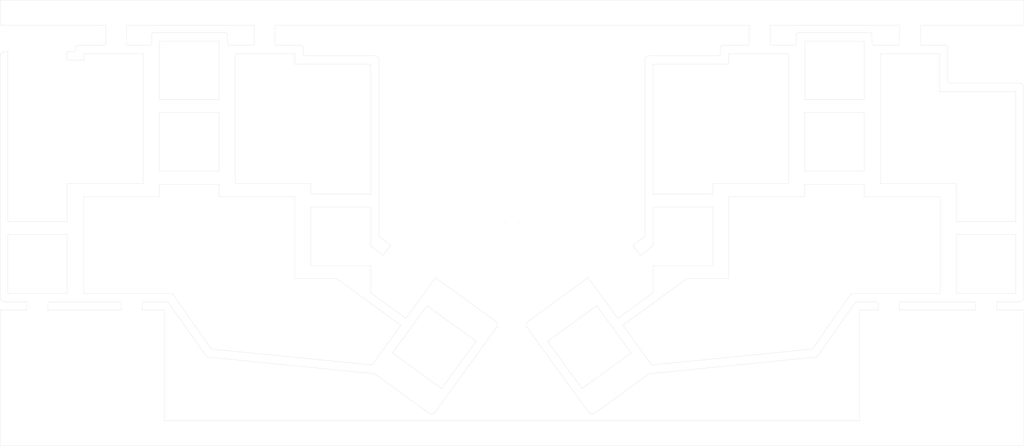
<source format=kicad_pcb>
(kicad_pcb (version 20171130) (host pcbnew 5.1.10)

  (general
    (thickness 1.6)
    (drawings 1380)
    (tracks 0)
    (zones 0)
    (modules 8)
    (nets 1)
  )

  (page A4)
  (layers
    (0 F.Cu signal hide)
    (31 B.Cu signal)
    (33 F.Adhes user)
    (35 F.Paste user)
    (37 F.SilkS user)
    (38 B.Mask user)
    (39 F.Mask user)
    (40 Dwgs.User user hide)
    (41 Cmts.User user)
    (42 Eco1.User user)
    (43 Eco2.User user)
    (44 Edge.Cuts user)
    (45 Margin user)
    (46 B.CrtYd user)
    (47 F.CrtYd user)
    (49 F.Fab user)
  )

  (setup
    (last_trace_width 0.25)
    (user_trace_width 0.25)
    (user_trace_width 0.5)
    (trace_clearance 0.199)
    (zone_clearance 0.508)
    (zone_45_only no)
    (trace_min 0.2)
    (via_size 0.8)
    (via_drill 0.4)
    (via_min_size 0.6)
    (via_min_drill 0.3)
    (uvia_size 0.3)
    (uvia_drill 0.1)
    (uvias_allowed no)
    (uvia_min_size 0.2)
    (uvia_min_drill 0.1)
    (edge_width 0.05)
    (segment_width 0.2)
    (pcb_text_width 0.3)
    (pcb_text_size 1.5 1.5)
    (mod_edge_width 0.17)
    (mod_text_size 1 1)
    (mod_text_width 0.15)
    (pad_size 1.524 1.524)
    (pad_drill 0.762)
    (pad_to_mask_clearance 0.05)
    (solder_mask_min_width 0.2)
    (aux_axis_origin 0 0)
    (visible_elements FFFFFF7F)
    (pcbplotparams
      (layerselection 0x010fc_ffffffff)
      (usegerberextensions false)
      (usegerberattributes true)
      (usegerberadvancedattributes true)
      (creategerberjobfile true)
      (excludeedgelayer true)
      (linewidth 0.100000)
      (plotframeref false)
      (viasonmask false)
      (mode 1)
      (useauxorigin false)
      (hpglpennumber 1)
      (hpglpenspeed 20)
      (hpglpendiameter 15.000000)
      (psnegative false)
      (psa4output false)
      (plotreference true)
      (plotvalue true)
      (plotinvisibletext false)
      (padsonsilk false)
      (subtractmaskfromsilk false)
      (outputformat 1)
      (mirror false)
      (drillshape 1)
      (scaleselection 1)
      (outputdirectory ""))
  )

  (net 0 "")

  (net_class Default "This is the default net class."
    (clearance 0.199)
    (trace_width 0.25)
    (via_dia 0.8)
    (via_drill 0.4)
    (uvia_dia 0.3)
    (uvia_drill 0.1)
  )

  (net_class PWR ""
    (clearance 0.199)
    (trace_width 0.4)
    (via_dia 0.8)
    (via_drill 0.4)
    (uvia_dia 0.3)
    (uvia_drill 0.1)
  )

  (module kbd:Breakaway_Tabs (layer F.Cu) (tedit 5F29703B) (tstamp 605B4B49)
    (at 276.55 90.45)
    (fp_text reference REF** (at -0.05 -2.4) (layer F.Fab) hide
      (effects (font (size 1 1) (thickness 0.15)))
    )
    (fp_text value Breakaway_Tabs (at -0.05 0.75) (layer F.Fab)
      (effects (font (size 1 1) (thickness 0.15)))
    )
    (fp_line (start -3 0.2) (end 3 0.2) (layer Dwgs.User) (width 0.12))
    (fp_line (start -3 -0.2) (end 3 -0.2) (layer Dwgs.User) (width 0.12))
    (pad "" np_thru_hole circle (at -1.1875 0) (size 0.3 0.3) (drill 0.3) (layers *.Cu *.Mask))
    (pad "" np_thru_hole circle (at -2.375 0) (size 0.3 0.3) (drill 0.3) (layers *.Cu *.Mask))
    (pad "" np_thru_hole circle (at -0.59375 0) (size 0.3 0.3) (drill 0.3) (layers *.Cu *.Mask))
    (pad "" np_thru_hole circle (at -1.78125 0) (size 0.3 0.3) (drill 0.3) (layers *.Cu *.Mask))
    (pad "" np_thru_hole circle (at 2.375 0) (size 0.3 0.3) (drill 0.3) (layers *.Cu *.Mask))
    (pad "" np_thru_hole circle (at 1.78125 0) (size 0.3 0.3) (drill 0.3) (layers *.Cu *.Mask))
    (pad "" np_thru_hole circle (at 1.1875 0) (size 0.3 0.3) (drill 0.3) (layers *.Cu *.Mask))
    (pad "" np_thru_hole circle (at 0.59375 0) (size 0.3 0.3) (drill 0.3) (layers *.Cu *.Mask))
    (pad "" np_thru_hole circle (at 0 0) (size 0.3 0.3) (drill 0.3) (layers *.Cu *.Mask))
  )

  (module kbd:Breakaway_Tabs (layer F.Cu) (tedit 5F29703B) (tstamp 605B4B10)
    (at 253.4 90.45)
    (fp_text reference REF** (at -0.05 -2.4) (layer F.Fab) hide
      (effects (font (size 1 1) (thickness 0.15)))
    )
    (fp_text value Breakaway_Tabs (at -0.05 0.75) (layer F.Fab)
      (effects (font (size 1 1) (thickness 0.15)))
    )
    (fp_line (start -3 0.2) (end 3 0.2) (layer Dwgs.User) (width 0.12))
    (fp_line (start -3 -0.2) (end 3 -0.2) (layer Dwgs.User) (width 0.12))
    (pad "" np_thru_hole circle (at -1.1875 0) (size 0.3 0.3) (drill 0.3) (layers *.Cu *.Mask))
    (pad "" np_thru_hole circle (at -2.375 0) (size 0.3 0.3) (drill 0.3) (layers *.Cu *.Mask))
    (pad "" np_thru_hole circle (at -0.59375 0) (size 0.3 0.3) (drill 0.3) (layers *.Cu *.Mask))
    (pad "" np_thru_hole circle (at -1.78125 0) (size 0.3 0.3) (drill 0.3) (layers *.Cu *.Mask))
    (pad "" np_thru_hole circle (at 2.375 0) (size 0.3 0.3) (drill 0.3) (layers *.Cu *.Mask))
    (pad "" np_thru_hole circle (at 1.78125 0) (size 0.3 0.3) (drill 0.3) (layers *.Cu *.Mask))
    (pad "" np_thru_hole circle (at 1.1875 0) (size 0.3 0.3) (drill 0.3) (layers *.Cu *.Mask))
    (pad "" np_thru_hole circle (at 0.59375 0) (size 0.3 0.3) (drill 0.3) (layers *.Cu *.Mask))
    (pad "" np_thru_hole circle (at 0 0) (size 0.3 0.3) (drill 0.3) (layers *.Cu *.Mask))
  )

  (module kbd:Breakaway_Tabs (layer F.Cu) (tedit 5F29703B) (tstamp 605B4A47)
    (at 258.5 29.25)
    (fp_text reference REF** (at -0.05 -2.4) (layer F.Fab) hide
      (effects (font (size 1 1) (thickness 0.15)))
    )
    (fp_text value Breakaway_Tabs (at -0.05 0.75) (layer F.Fab)
      (effects (font (size 1 1) (thickness 0.15)))
    )
    (fp_line (start -3 0.2) (end 3 0.2) (layer Dwgs.User) (width 0.12))
    (fp_line (start -3 -0.2) (end 3 -0.2) (layer Dwgs.User) (width 0.12))
    (pad "" np_thru_hole circle (at -1.1875 0) (size 0.3 0.3) (drill 0.3) (layers *.Cu *.Mask))
    (pad "" np_thru_hole circle (at -2.375 0) (size 0.3 0.3) (drill 0.3) (layers *.Cu *.Mask))
    (pad "" np_thru_hole circle (at -0.59375 0) (size 0.3 0.3) (drill 0.3) (layers *.Cu *.Mask))
    (pad "" np_thru_hole circle (at -1.78125 0) (size 0.3 0.3) (drill 0.3) (layers *.Cu *.Mask))
    (pad "" np_thru_hole circle (at 2.375 0) (size 0.3 0.3) (drill 0.3) (layers *.Cu *.Mask))
    (pad "" np_thru_hole circle (at 1.78125 0) (size 0.3 0.3) (drill 0.3) (layers *.Cu *.Mask))
    (pad "" np_thru_hole circle (at 1.1875 0) (size 0.3 0.3) (drill 0.3) (layers *.Cu *.Mask))
    (pad "" np_thru_hole circle (at 0.59375 0) (size 0.3 0.3) (drill 0.3) (layers *.Cu *.Mask))
    (pad "" np_thru_hole circle (at 0 0) (size 0.3 0.3) (drill 0.3) (layers *.Cu *.Mask))
  )

  (module kbd:Breakaway_Tabs (layer F.Cu) (tedit 5F29703B) (tstamp 605B4AD7)
    (at 73.64375 90.45)
    (fp_text reference REF** (at -0.05 -2.4) (layer F.Fab) hide
      (effects (font (size 1 1) (thickness 0.15)))
    )
    (fp_text value Breakaway_Tabs (at -0.05 0.75) (layer F.Fab)
      (effects (font (size 1 1) (thickness 0.15)))
    )
    (fp_line (start -3 0.2) (end 3 0.2) (layer Dwgs.User) (width 0.12))
    (fp_line (start -3 -0.2) (end 3 -0.2) (layer Dwgs.User) (width 0.12))
    (pad "" np_thru_hole circle (at -1.1875 0) (size 0.3 0.3) (drill 0.3) (layers *.Cu *.Mask))
    (pad "" np_thru_hole circle (at -2.375 0) (size 0.3 0.3) (drill 0.3) (layers *.Cu *.Mask))
    (pad "" np_thru_hole circle (at -0.59375 0) (size 0.3 0.3) (drill 0.3) (layers *.Cu *.Mask))
    (pad "" np_thru_hole circle (at -1.78125 0) (size 0.3 0.3) (drill 0.3) (layers *.Cu *.Mask))
    (pad "" np_thru_hole circle (at 2.375 0) (size 0.3 0.3) (drill 0.3) (layers *.Cu *.Mask))
    (pad "" np_thru_hole circle (at 1.78125 0) (size 0.3 0.3) (drill 0.3) (layers *.Cu *.Mask))
    (pad "" np_thru_hole circle (at 1.1875 0) (size 0.3 0.3) (drill 0.3) (layers *.Cu *.Mask))
    (pad "" np_thru_hole circle (at 0.59375 0) (size 0.3 0.3) (drill 0.3) (layers *.Cu *.Mask))
    (pad "" np_thru_hole circle (at 0 0) (size 0.3 0.3) (drill 0.3) (layers *.Cu *.Mask))
  )

  (module kbd:Breakaway_Tabs (layer F.Cu) (tedit 5F29703B) (tstamp 605B4A9E)
    (at 51.25 90.45)
    (fp_text reference REF** (at -0.05 -2.4) (layer F.Fab) hide
      (effects (font (size 1 1) (thickness 0.15)))
    )
    (fp_text value Breakaway_Tabs (at -0.05 0.75) (layer F.Fab)
      (effects (font (size 1 1) (thickness 0.15)))
    )
    (fp_line (start -3 0.2) (end 3 0.2) (layer Dwgs.User) (width 0.12))
    (fp_line (start -3 -0.2) (end 3 -0.2) (layer Dwgs.User) (width 0.12))
    (pad "" np_thru_hole circle (at -1.1875 0) (size 0.3 0.3) (drill 0.3) (layers *.Cu *.Mask))
    (pad "" np_thru_hole circle (at -2.375 0) (size 0.3 0.3) (drill 0.3) (layers *.Cu *.Mask))
    (pad "" np_thru_hole circle (at -0.59375 0) (size 0.3 0.3) (drill 0.3) (layers *.Cu *.Mask))
    (pad "" np_thru_hole circle (at -1.78125 0) (size 0.3 0.3) (drill 0.3) (layers *.Cu *.Mask))
    (pad "" np_thru_hole circle (at 2.375 0) (size 0.3 0.3) (drill 0.3) (layers *.Cu *.Mask))
    (pad "" np_thru_hole circle (at 1.78125 0) (size 0.3 0.3) (drill 0.3) (layers *.Cu *.Mask))
    (pad "" np_thru_hole circle (at 1.1875 0) (size 0.3 0.3) (drill 0.3) (layers *.Cu *.Mask))
    (pad "" np_thru_hole circle (at 0.59375 0) (size 0.3 0.3) (drill 0.3) (layers *.Cu *.Mask))
    (pad "" np_thru_hole circle (at 0 0) (size 0.3 0.3) (drill 0.3) (layers *.Cu *.Mask))
  )

  (module kbd:Breakaway_Tabs (layer F.Cu) (tedit 5F29703B) (tstamp 605B4C12)
    (at 222.8 29.25)
    (fp_text reference REF** (at -0.05 -2.4) (layer F.Fab) hide
      (effects (font (size 1 1) (thickness 0.15)))
    )
    (fp_text value Breakaway_Tabs (at -0.05 0.75) (layer F.Fab)
      (effects (font (size 1 1) (thickness 0.15)))
    )
    (fp_line (start -3 0.2) (end 3 0.2) (layer Dwgs.User) (width 0.12))
    (fp_line (start -3 -0.2) (end 3 -0.2) (layer Dwgs.User) (width 0.12))
    (pad "" np_thru_hole circle (at -1.1875 0) (size 0.3 0.3) (drill 0.3) (layers *.Cu *.Mask))
    (pad "" np_thru_hole circle (at -2.375 0) (size 0.3 0.3) (drill 0.3) (layers *.Cu *.Mask))
    (pad "" np_thru_hole circle (at -0.59375 0) (size 0.3 0.3) (drill 0.3) (layers *.Cu *.Mask))
    (pad "" np_thru_hole circle (at -1.78125 0) (size 0.3 0.3) (drill 0.3) (layers *.Cu *.Mask))
    (pad "" np_thru_hole circle (at 2.375 0) (size 0.3 0.3) (drill 0.3) (layers *.Cu *.Mask))
    (pad "" np_thru_hole circle (at 1.78125 0) (size 0.3 0.3) (drill 0.3) (layers *.Cu *.Mask))
    (pad "" np_thru_hole circle (at 1.1875 0) (size 0.3 0.3) (drill 0.3) (layers *.Cu *.Mask))
    (pad "" np_thru_hole circle (at 0.59375 0) (size 0.3 0.3) (drill 0.3) (layers *.Cu *.Mask))
    (pad "" np_thru_hole circle (at 0 0) (size 0.3 0.3) (drill 0.3) (layers *.Cu *.Mask))
  )

  (module kbd:Breakaway_Tabs (layer F.Cu) (tedit 5F29703B) (tstamp 605B4971)
    (at 105.2 29.25)
    (fp_text reference REF** (at -0.05 -2.4) (layer F.Fab) hide
      (effects (font (size 1 1) (thickness 0.15)))
    )
    (fp_text value Breakaway_Tabs (at -0.05 0.75) (layer F.Fab)
      (effects (font (size 1 1) (thickness 0.15)))
    )
    (fp_line (start -3 0.2) (end 3 0.2) (layer Dwgs.User) (width 0.12))
    (fp_line (start -3 -0.2) (end 3 -0.2) (layer Dwgs.User) (width 0.12))
    (pad "" np_thru_hole circle (at -1.1875 0) (size 0.3 0.3) (drill 0.3) (layers *.Cu *.Mask))
    (pad "" np_thru_hole circle (at -2.375 0) (size 0.3 0.3) (drill 0.3) (layers *.Cu *.Mask))
    (pad "" np_thru_hole circle (at -0.59375 0) (size 0.3 0.3) (drill 0.3) (layers *.Cu *.Mask))
    (pad "" np_thru_hole circle (at -1.78125 0) (size 0.3 0.3) (drill 0.3) (layers *.Cu *.Mask))
    (pad "" np_thru_hole circle (at 2.375 0) (size 0.3 0.3) (drill 0.3) (layers *.Cu *.Mask))
    (pad "" np_thru_hole circle (at 1.78125 0) (size 0.3 0.3) (drill 0.3) (layers *.Cu *.Mask))
    (pad "" np_thru_hole circle (at 1.1875 0) (size 0.3 0.3) (drill 0.3) (layers *.Cu *.Mask))
    (pad "" np_thru_hole circle (at 0.59375 0) (size 0.3 0.3) (drill 0.3) (layers *.Cu *.Mask))
    (pad "" np_thru_hole circle (at 0 0) (size 0.3 0.3) (drill 0.3) (layers *.Cu *.Mask))
  )

  (module kbd:Breakaway_Tabs (layer F.Cu) (tedit 5F29703B) (tstamp 605B499E)
    (at 69.93125 29.25)
    (fp_text reference REF** (at -0.05 -2.4) (layer F.Fab) hide
      (effects (font (size 1 1) (thickness 0.15)))
    )
    (fp_text value Breakaway_Tabs (at -0.05 0.75) (layer F.Fab)
      (effects (font (size 1 1) (thickness 0.15)))
    )
    (fp_line (start -3 0.2) (end 3 0.2) (layer Dwgs.User) (width 0.12))
    (fp_line (start -3 -0.2) (end 3 -0.2) (layer Dwgs.User) (width 0.12))
    (pad "" np_thru_hole circle (at -1.1875 0) (size 0.3 0.3) (drill 0.3) (layers *.Cu *.Mask))
    (pad "" np_thru_hole circle (at -2.375 0) (size 0.3 0.3) (drill 0.3) (layers *.Cu *.Mask))
    (pad "" np_thru_hole circle (at -0.59375 0) (size 0.3 0.3) (drill 0.3) (layers *.Cu *.Mask))
    (pad "" np_thru_hole circle (at -1.78125 0) (size 0.3 0.3) (drill 0.3) (layers *.Cu *.Mask))
    (pad "" np_thru_hole circle (at 2.375 0) (size 0.3 0.3) (drill 0.3) (layers *.Cu *.Mask))
    (pad "" np_thru_hole circle (at 1.78125 0) (size 0.3 0.3) (drill 0.3) (layers *.Cu *.Mask))
    (pad "" np_thru_hole circle (at 1.1875 0) (size 0.3 0.3) (drill 0.3) (layers *.Cu *.Mask))
    (pad "" np_thru_hole circle (at 0.59375 0) (size 0.3 0.3) (drill 0.3) (layers *.Cu *.Mask))
    (pad "" np_thru_hole circle (at 0 0) (size 0.3 0.3) (drill 0.3) (layers *.Cu *.Mask))
  )

  (gr_curve (pts (xy 267.957 38.34472) (xy 267.681 38.34472) (xy 267.457 38.12082) (xy 267.457 37.84472)) (layer Edge.Cuts) (width 0.05) (tstamp 60DCDCC3))
  (gr_line (start 267.457 37.84472) (end 267.457 29.84472) (layer Edge.Cuts) (width 0.05) (tstamp 60DCDCC2))
  (gr_curve (pts (xy 284.457 38.34472) (xy 285.009 38.34472) (xy 285.457 38.792421) (xy 285.457 39.34472)) (layer Edge.Cuts) (width 0.05) (tstamp 60DCDCC1))
  (gr_line (start 284.457 38.34472) (end 267.957 38.34472) (layer Edge.Cuts) (width 0.05) (tstamp 60DCDCC0))
  (gr_line (start 285.457 89.344721) (end 285.457 39.34472) (layer Edge.Cuts) (width 0.05) (tstamp 60DCDCBF))
  (gr_line (start 283.63898 40.35) (end 265.53898 40.35) (layer Edge.Cuts) (width 0.05))
  (gr_line (start 279.05 90.344721) (end 279.05 92.3) (layer Edge.Cuts) (width 0.05))
  (gr_line (start 250.9 90.344721) (end 250.9 92.3) (layer Edge.Cuts) (width 0.05))
  (gr_line (start 255.9 90.344721) (end 255.9 92.3) (layer Edge.Cuts) (width 0.05))
  (gr_line (start 225.3 29.34472) (end 230.957 29.34472) (layer Edge.Cuts) (width 0.05) (tstamp 60DCF794))
  (gr_line (start 248.957 26.34472) (end 231.957 26.34472) (layer Edge.Cuts) (width 0.05) (tstamp 60DCF793))
  (gr_line (start 205.61898 84.75) (end 190.25898 95.9) (layer Edge.Cuts) (width 0.05) (tstamp 60DCF792))
  (gr_curve (pts (xy 231.457 26.84472) (xy 231.457 26.56862) (xy 231.6809 26.34472) (xy 231.957 26.34472)) (layer Edge.Cuts) (width 0.05) (tstamp 60DCF791))
  (gr_line (start 283.63898 71.25) (end 269.48898 71.25) (layer Edge.Cuts) (width 0.05) (tstamp 60DCF78F))
  (gr_line (start 196.5362 107.440321) (end 236.4104 103.459621) (layer Edge.Cuts) (width 0.05) (tstamp 60DCF78E))
  (gr_line (start 211.68898 67.85) (end 211.68898 81.75) (layer Edge.Cuts) (width 0.05) (tstamp 60DCF78D))
  (gr_line (start 165.45698 71.631521) (end 165.45698 71.631521) (layer Edge.Cuts) (width 0.05) (tstamp 60DCF78C))
  (gr_line (start 165.45698 71.631521) (end 165.45698 71.631521) (layer Edge.Cuts) (width 0.05) (tstamp 60DCF78B))
  (gr_curve (pts (xy 249.957 29.34472) (xy 249.680901 29.34472) (xy 249.457 29.12082) (xy 249.457 28.84472)) (layer Edge.Cuts) (width 0.05) (tstamp 60DCF78A))
  (gr_line (start 165.45698 71.631521) (end 165.45698 71.631521) (layer Edge.Cuts) (width 0.05) (tstamp 60DCF789))
  (gr_line (start 165.45698 71.631521) (end 165.45698 71.631521) (layer Edge.Cuts) (width 0.05) (tstamp 60DCF788))
  (gr_line (start 165.45698 71.631521) (end 165.45698 71.631521) (layer Edge.Cuts) (width 0.05) (tstamp 60DCF787))
  (gr_line (start 165.45698 71.631521) (end 165.45698 71.631521) (layer Edge.Cuts) (width 0.05) (tstamp 60DCF786))
  (gr_line (start 165.45698 71.631521) (end 165.45698 71.631521) (layer Edge.Cuts) (width 0.05) (tstamp 60DCF785))
  (gr_line (start 165.45698 71.631521) (end 165.45698 71.631521) (layer Edge.Cuts) (width 0.05) (tstamp 60DCF784))
  (gr_line (start 165.45698 71.631521) (end 165.45698 71.631521) (layer Edge.Cuts) (width 0.05) (tstamp 60DCF783))
  (gr_line (start 165.45698 71.631521) (end 165.45698 71.631521) (layer Edge.Cuts) (width 0.05) (tstamp 60DCF782))
  (gr_line (start 165.45698 71.631521) (end 165.45698 71.631521) (layer Edge.Cuts) (width 0.05) (tstamp 60DCF781))
  (gr_line (start 165.45698 71.631521) (end 165.45698 71.631521) (layer Edge.Cuts) (width 0.05) (tstamp 60DCF772))
  (gr_line (start 165.45698 71.631521) (end 165.45698 71.631521) (layer Edge.Cuts) (width 0.05) (tstamp 60DCF771))
  (gr_line (start 195.457 74.850561) (end 192.682014 76.874429) (layer Edge.Cuts) (width 0.05) (tstamp 60DCF770))
  (gr_line (start 197.45898 33.84472) (end 197.45898 64.75) (layer Edge.Cuts) (width 0.05) (tstamp 60DCF76F))
  (gr_line (start 165.45698 71.631521) (end 165.45698 71.631521) (layer Edge.Cuts) (width 0.05) (tstamp 60DCF76E))
  (gr_line (start 165.45698 71.631521) (end 165.45698 71.631521) (layer Edge.Cuts) (width 0.05) (tstamp 60DCF76D))
  (gr_line (start 165.45698 71.631521) (end 165.45698 71.631521) (layer Edge.Cuts) (width 0.05) (tstamp 60DCF76C))
  (gr_line (start 165.45698 71.631521) (end 165.45698 71.631521) (layer Edge.Cuts) (width 0.05) (tstamp 60DCF76B))
  (gr_line (start 165.45698 71.631521) (end 165.45698 71.631521) (layer Edge.Cuts) (width 0.05) (tstamp 60DCF76A))
  (gr_line (start 197.45898 67.85) (end 211.68898 67.85) (layer Edge.Cuts) (width 0.05) (tstamp 60DCF769))
  (gr_line (start 165.45698 71.631521) (end 165.45698 71.631521) (layer Edge.Cuts) (width 0.05) (tstamp 60DCF768))
  (gr_line (start 165.45698 71.631521) (end 165.45698 71.631521) (layer Edge.Cuts) (width 0.05) (tstamp 60DCF767))
  (gr_line (start 165.45698 71.631521) (end 165.45698 71.631521) (layer Edge.Cuts) (width 0.05) (tstamp 60DCF766))
  (gr_line (start 165.45698 71.631521) (end 165.45698 71.631521) (layer Edge.Cuts) (width 0.05) (tstamp 60DCF765))
  (gr_line (start 165.45698 71.631521) (end 165.45698 71.631521) (layer Edge.Cuts) (width 0.05) (tstamp 60DCF764))
  (gr_line (start 215.43898 65.35) (end 215.43898 84.75) (layer Edge.Cuts) (width 0.05) (tstamp 60DCF763))
  (gr_line (start 165.45698 71.631521) (end 165.45698 71.631521) (layer Edge.Cuts) (width 0.05) (tstamp 60DCF762))
  (gr_line (start 165.45698 71.631521) (end 165.45698 71.631521) (layer Edge.Cuts) (width 0.05) (tstamp 60DCF761))
  (gr_line (start 165.45698 71.631521) (end 165.45698 71.631521) (layer Edge.Cuts) (width 0.05) (tstamp 60DCF760))
  (gr_line (start 165.45698 71.631521) (end 165.45698 71.631521) (layer Edge.Cuts) (width 0.05) (tstamp 60DCF75F))
  (gr_line (start 165.45698 71.631521) (end 165.45698 71.631521) (layer Edge.Cuts) (width 0.05) (tstamp 60DCF75E))
  (gr_line (start 165.45698 71.631521) (end 165.45698 71.631521) (layer Edge.Cuts) (width 0.05) (tstamp 60DCF75D))
  (gr_line (start 165.45698 71.631521) (end 165.45698 71.631521) (layer Edge.Cuts) (width 0.05) (tstamp 60DCF75B))
  (gr_line (start 165.45698 71.631521) (end 165.45698 71.631521) (layer Edge.Cuts) (width 0.05) (tstamp 60DCF75A))
  (gr_line (start 165.45698 71.631521) (end 165.45698 71.631521) (layer Edge.Cuts) (width 0.05) (tstamp 60DCF759))
  (gr_line (start 165.45698 71.631521) (end 165.45698 71.631521) (layer Edge.Cuts) (width 0.05) (tstamp 60DCF758))
  (gr_line (start 165.45698 71.631521) (end 165.45698 71.631521) (layer Edge.Cuts) (width 0.05) (tstamp 60DCF757))
  (gr_line (start 165.45698 71.631521) (end 165.45698 71.631521) (layer Edge.Cuts) (width 0.05) (tstamp 60DCF756))
  (gr_line (start 190.25898 95.9) (end 197.13898 105.36) (layer Edge.Cuts) (width 0.05) (tstamp 60DCF755))
  (gr_line (start 165.45698 71.631521) (end 165.45698 71.631521) (layer Edge.Cuts) (width 0.05) (tstamp 60DCF754))
  (gr_line (start 165.45698 71.631521) (end 165.45698 71.631521) (layer Edge.Cuts) (width 0.05) (tstamp 60DCF752))
  (gr_line (start 165.45698 71.631521) (end 165.45698 71.631521) (layer Edge.Cuts) (width 0.05) (tstamp 60DCF743))
  (gr_line (start 165.45698 71.631521) (end 165.45698 71.631521) (layer Edge.Cuts) (width 0.05) (tstamp 60DCF742))
  (gr_line (start 165.45698 71.631521) (end 165.45698 71.631521) (layer Edge.Cuts) (width 0.05) (tstamp 60DCF741))
  (gr_line (start 165.45698 71.631521) (end 165.45698 71.631521) (layer Edge.Cuts) (width 0.05) (tstamp 60DCF740))
  (gr_line (start 165.45698 71.631521) (end 165.45698 71.631521) (layer Edge.Cuts) (width 0.05) (tstamp 60DCF73F))
  (gr_line (start 165.45698 71.631521) (end 165.45698 71.631521) (layer Edge.Cuts) (width 0.05) (tstamp 60DCF73E))
  (gr_line (start 165.45698 71.631521) (end 165.45698 71.631521) (layer Edge.Cuts) (width 0.05) (tstamp 60DCF73D))
  (gr_line (start 165.45698 71.631521) (end 165.45698 71.631521) (layer Edge.Cuts) (width 0.05) (tstamp 60DCF73C))
  (gr_line (start 165.45698 71.631521) (end 165.45698 71.631521) (layer Edge.Cuts) (width 0.05) (tstamp 60DCF73B))
  (gr_line (start 165.45698 71.631521) (end 165.45698 71.631521) (layer Edge.Cuts) (width 0.05) (tstamp 60DCF73A))
  (gr_line (start 165.45698 71.631521) (end 165.45698 71.631521) (layer Edge.Cuts) (width 0.05) (tstamp 60DCF739))
  (gr_line (start 165.45698 71.631521) (end 165.45698 71.631521) (layer Edge.Cuts) (width 0.05) (tstamp 60DCF738))
  (gr_line (start 165.45698 71.631521) (end 165.45698 71.631521) (layer Edge.Cuts) (width 0.05) (tstamp 60DCF737))
  (gr_line (start 165.45698 71.631521) (end 165.45698 71.631521) (layer Edge.Cuts) (width 0.05) (tstamp 60DCF736))
  (gr_line (start 165.45698 71.631521) (end 165.45698 71.631521) (layer Edge.Cuts) (width 0.05) (tstamp 60DCF735))
  (gr_line (start 165.45698 71.631521) (end 165.45698 71.631521) (layer Edge.Cuts) (width 0.05) (tstamp 60DCF734))
  (gr_line (start 165.45698 71.631521) (end 165.45698 71.631521) (layer Edge.Cuts) (width 0.05) (tstamp 60DCF733))
  (gr_line (start 165.45698 71.631521) (end 165.45698 71.631521) (layer Edge.Cuts) (width 0.05) (tstamp 60DCF732))
  (gr_line (start 165.45698 71.631521) (end 165.45698 71.631521) (layer Edge.Cuts) (width 0.05) (tstamp 60DCF731))
  (gr_line (start 197.45898 81.75) (end 211.68898 81.75) (layer Edge.Cuts) (width 0.05) (tstamp 60DCF730))
  (gr_line (start 165.45698 71.631521) (end 165.45698 71.631521) (layer Edge.Cuts) (width 0.05) (tstamp 60DCF72F))
  (gr_line (start 165.45698 71.631521) (end 165.45698 71.631521) (layer Edge.Cuts) (width 0.05) (tstamp 60DCF72E))
  (gr_line (start 165.45698 71.631521) (end 165.45698 71.631521) (layer Edge.Cuts) (width 0.05) (tstamp 60DCF72C))
  (gr_line (start 167.500457 96.398278) (end 182.195097 116.623677) (layer Edge.Cuts) (width 0.05) (tstamp 60DCF72B))
  (gr_line (start 165.45698 71.631521) (end 165.45698 71.631521) (layer Edge.Cuts) (width 0.05) (tstamp 60DCF72A))
  (gr_line (start 165.45698 71.631521) (end 165.45698 71.631521) (layer Edge.Cuts) (width 0.05) (tstamp 60DCF728))
  (gr_line (start 165.45698 71.631521) (end 165.45698 71.631521) (layer Edge.Cuts) (width 0.05) (tstamp 60DCF727))
  (gr_line (start 233.43898 45.35) (end 247.63898 45.35) (layer Edge.Cuts) (width 0.05) (tstamp 60DCF726))
  (gr_line (start 165.45698 71.631521) (end 165.45698 71.631521) (layer Edge.Cuts) (width 0.05) (tstamp 60DCF725))
  (gr_line (start 165.45698 71.631521) (end 165.45698 71.631521) (layer Edge.Cuts) (width 0.05) (tstamp 60DCF724))
  (gr_line (start 165.45698 71.631521) (end 165.45698 71.631521) (layer Edge.Cuts) (width 0.05) (tstamp 60DCF723))
  (gr_line (start 165.45698 71.631521) (end 165.45698 71.631521) (layer Edge.Cuts) (width 0.05) (tstamp 60DCF722))
  (gr_line (start 235.29898 101.56) (end 244.54898 88.34) (layer Edge.Cuts) (width 0.05) (tstamp 60DCF721))
  (gr_line (start 165.45698 71.631521) (end 165.45698 71.631521) (layer Edge.Cuts) (width 0.05) (tstamp 60DCF720))
  (gr_line (start 233.457 28.34472) (end 233.457 42.25) (layer Edge.Cuts) (width 0.05) (tstamp 60DCF71F))
  (gr_curve (pts (xy 213.457 31.34472) (xy 213.457 31.62082) (xy 213.2331 31.84472) (xy 212.957 31.84472)) (layer Edge.Cuts) (width 0.05) (tstamp 60DCF71E))
  (gr_line (start 236.4104 103.459621) (end 245.5936 90.344721) (layer Edge.Cuts) (width 0.05) (tstamp 60DCF71D))
  (gr_line (start 197.45898 64.75) (end 211.68898 64.75) (layer Edge.Cuts) (width 0.05) (tstamp 60DCF71C))
  (gr_line (start 195.457 32.84472) (end 195.457 74.850561) (layer Edge.Cuts) (width 0.05) (tstamp 60DCF71B))
  (gr_line (start 247.63898 62.4) (end 247.63898 65.35) (layer Edge.Cuts) (width 0.05) (tstamp 60DCF71A))
  (gr_line (start 211.68898 64.75) (end 211.68898 62.25) (layer Edge.Cuts) (width 0.05) (tstamp 60DCF719))
  (gr_line (start 165.45698 71.631521) (end 165.45698 71.631521) (layer Edge.Cuts) (width 0.05) (tstamp 60DCF718))
  (gr_line (start 165.45698 71.631521) (end 165.45698 71.631521) (layer Edge.Cuts) (width 0.05) (tstamp 60DCF717))
  (gr_line (start 182.045946 84.600571) (end 167.721697 95.001478) (layer Edge.Cuts) (width 0.05) (tstamp 60DCF716))
  (gr_line (start 165.45698 71.631521) (end 165.45698 71.631521) (layer Edge.Cuts) (width 0.05) (tstamp 60DCF715))
  (gr_line (start 165.45698 71.631521) (end 165.45698 71.631521) (layer Edge.Cuts) (width 0.05) (tstamp 60DCF714))
  (gr_line (start 165.45698 71.631521) (end 165.45698 71.631521) (layer Edge.Cuts) (width 0.05) (tstamp 60DCF713))
  (gr_line (start 165.45698 71.631521) (end 165.45698 71.631521) (layer Edge.Cuts) (width 0.05) (tstamp 60DCF712))
  (gr_line (start 165.45698 71.631521) (end 165.45698 71.631521) (layer Edge.Cuts) (width 0.05) (tstamp 60DCF711))
  (gr_line (start 165.45698 71.631521) (end 165.45698 71.631521) (layer Edge.Cuts) (width 0.05) (tstamp 60DCF710))
  (gr_line (start 165.45698 71.631521) (end 165.45698 71.631521) (layer Edge.Cuts) (width 0.05) (tstamp 60DCF70F))
  (gr_line (start 165.45698 71.631521) (end 165.45698 71.631521) (layer Edge.Cuts) (width 0.05) (tstamp 60DCF70E))
  (gr_line (start 231.457 26.84472) (end 231.457 28.84472) (layer Edge.Cuts) (width 0.05) (tstamp 60DCF70D))
  (gr_line (start 235.29898 101.56) (end 197.13898 105.36) (layer Edge.Cuts) (width 0.05) (tstamp 60DCF70C))
  (gr_line (start 215.43898 65.35) (end 233.43898 65.35) (layer Edge.Cuts) (width 0.05) (tstamp 60DCF70B))
  (gr_line (start 251.48898 31.34472) (end 251.48898 62.25) (layer Edge.Cuts) (width 0.05) (tstamp 60DCF70A))
  (gr_line (start 172.39898 99.73) (end 180.57898 110.97) (layer Edge.Cuts) (width 0.05) (tstamp 60DCF6FB))
  (gr_line (start 269.48898 62.25) (end 251.48898 62.25) (layer Edge.Cuts) (width 0.05) (tstamp 60DCF6EC))
  (gr_line (start 165.45698 71.631521) (end 165.45698 71.631521) (layer Edge.Cuts) (width 0.05) (tstamp 60DCF6EB))
  (gr_line (start 165.45698 71.631521) (end 165.45698 71.631521) (layer Edge.Cuts) (width 0.05) (tstamp 60DCF6EA))
  (gr_line (start 165.45698 71.631521) (end 165.45698 71.631521) (layer Edge.Cuts) (width 0.05) (tstamp 60DCF6E9))
  (gr_line (start 165.45698 71.631521) (end 165.45698 71.631521) (layer Edge.Cuts) (width 0.05) (tstamp 60DCF6E8))
  (gr_line (start 233.457 42.25) (end 247.63898 42.25) (layer Edge.Cuts) (width 0.05) (tstamp 60DCF6E7))
  (gr_line (start 165.45698 71.631521) (end 165.45698 71.631521) (layer Edge.Cuts) (width 0.05) (tstamp 60DCF6E6))
  (gr_line (start 165.45698 71.631521) (end 165.45698 71.631521) (layer Edge.Cuts) (width 0.05) (tstamp 60DCF6E4))
  (gr_line (start 165.45698 71.631521) (end 165.45698 71.631521) (layer Edge.Cuts) (width 0.05) (tstamp 60DCF6E3))
  (gr_line (start 165.45698 71.631521) (end 165.45698 71.631521) (layer Edge.Cuts) (width 0.05) (tstamp 60DCF6E2))
  (gr_line (start 165.45698 71.631521) (end 165.45698 71.631521) (layer Edge.Cuts) (width 0.05) (tstamp 60DCF6E1))
  (gr_line (start 165.45698 71.631521) (end 165.45698 71.631521) (layer Edge.Cuts) (width 0.05) (tstamp 60DCF6E0))
  (gr_line (start 165.45698 71.631521) (end 165.45698 71.631521) (layer Edge.Cuts) (width 0.05) (tstamp 60DCF6DF))
  (gr_line (start 165.45698 71.631521) (end 165.45698 71.631521) (layer Edge.Cuts) (width 0.05) (tstamp 60DCF6DE))
  (gr_line (start 165.45698 71.631521) (end 165.45698 71.631521) (layer Edge.Cuts) (width 0.05) (tstamp 60DCF6DD))
  (gr_line (start 165.45698 71.631521) (end 165.45698 71.631521) (layer Edge.Cuts) (width 0.05) (tstamp 60DCF6DB))
  (gr_line (start 165.45698 71.631521) (end 165.45698 71.631521) (layer Edge.Cuts) (width 0.05) (tstamp 60DCF6DA))
  (gr_line (start 215.457 31.34472) (end 215.457 33.84472) (layer Edge.Cuts) (width 0.05) (tstamp 60DCF6D9))
  (gr_line (start 249.457 28.84472) (end 249.457 26.84472) (layer Edge.Cuts) (width 0.05) (tstamp 60DCF6D8))
  (gr_line (start 165.45698 71.631521) (end 165.45698 71.631521) (layer Edge.Cuts) (width 0.05) (tstamp 60DCF6D7))
  (gr_line (start 165.45698 71.631521) (end 165.45698 71.631521) (layer Edge.Cuts) (width 0.05) (tstamp 60DCF6D6))
  (gr_curve (pts (xy 195.457 32.84472) (xy 195.457 32.292421) (xy 195.9047 31.84472) (xy 196.457 31.84472)) (layer Edge.Cuts) (width 0.05) (tstamp 60DCF6D5))
  (gr_line (start 165.45698 71.631521) (end 165.45698 71.631521) (layer Edge.Cuts) (width 0.05) (tstamp 60DCF6D4))
  (gr_line (start 165.45698 71.631521) (end 165.45698 71.631521) (layer Edge.Cuts) (width 0.05) (tstamp 60DCF6D3))
  (gr_line (start 165.45698 71.631521) (end 165.45698 71.631521) (layer Edge.Cuts) (width 0.05) (tstamp 60DCF6D2))
  (gr_line (start 165.45698 71.631521) (end 165.45698 71.631521) (layer Edge.Cuts) (width 0.05) (tstamp 60DCF6D1))
  (gr_line (start 165.45698 71.631521) (end 165.45698 71.631521) (layer Edge.Cuts) (width 0.05) (tstamp 60DCF6D0))
  (gr_line (start 165.45698 71.631521) (end 165.45698 71.631521) (layer Edge.Cuts) (width 0.05) (tstamp 60DCF6CF))
  (gr_line (start 165.45698 71.631521) (end 165.45698 71.631521) (layer Edge.Cuts) (width 0.05) (tstamp 60DCF6CE))
  (gr_line (start 165.45698 71.631521) (end 165.45698 71.631521) (layer Edge.Cuts) (width 0.05) (tstamp 60DCF6CD))
  (gr_line (start 283.63898 71.25) (end 283.63898 40.35) (layer Edge.Cuts) (width 0.05) (tstamp 60DCF6CC))
  (gr_line (start 165.45698 71.631521) (end 165.45698 71.631521) (layer Edge.Cuts) (width 0.05) (tstamp 60DCF6CA))
  (gr_line (start 165.45698 71.631521) (end 165.45698 71.631521) (layer Edge.Cuts) (width 0.05) (tstamp 60DCF6C9))
  (gr_curve (pts (xy 213.457 29.84472) (xy 213.457 29.56862) (xy 213.6809 29.34472) (xy 213.957 29.34472)) (layer Edge.Cuts) (width 0.05) (tstamp 60DCF6C8))
  (gr_line (start 265.63898 88.34) (end 244.54898 88.34) (layer Edge.Cuts) (width 0.05) (tstamp 60DCF6C7))
  (gr_line (start 233.457 28.34472) (end 247.63898 28.34472) (layer Edge.Cuts) (width 0.05) (tstamp 60DCF6C6))
  (gr_line (start 220.3 29.34472) (end 213.957 29.34472) (layer Edge.Cuts) (width 0.05) (tstamp 60DCF6C5))
  (gr_line (start 165.45698 71.631521) (end 165.45698 71.631521) (layer Edge.Cuts) (width 0.05) (tstamp 60DCF6C4))
  (gr_line (start 165.45698 71.631521) (end 165.45698 71.631521) (layer Edge.Cuts) (width 0.05) (tstamp 60DCF6C3))
  (gr_line (start 261 29.34472) (end 266.957 29.34472) (layer Edge.Cuts) (width 0.05) (tstamp 60DCF6C2))
  (gr_line (start 165.45698 71.631521) (end 165.45698 71.631521) (layer Edge.Cuts) (width 0.05) (tstamp 60DCF6C1))
  (gr_line (start 283.63898 88.34) (end 269.48898 88.34) (layer Edge.Cuts) (width 0.05) (tstamp 60DCF6C0))
  (gr_line (start 165.45698 71.631521) (end 165.45698 71.631521) (layer Edge.Cuts) (width 0.05) (tstamp 60DCF6BF))
  (gr_line (start 165.45698 71.631521) (end 165.45698 71.631521) (layer Edge.Cuts) (width 0.05) (tstamp 60DCF6BE))
  (gr_curve (pts (xy 167.500457 96.398278) (xy 167.175837 95.951478) (xy 167.274887 95.326078) (xy 167.721697 95.001478)) (layer Edge.Cuts) (width 0.05) (tstamp 60DCF6BD))
  (gr_line (start 197.457 33.84472) (end 215.457 33.84472) (layer Edge.Cuts) (width 0.05) (tstamp 60DCF6BB))
  (gr_line (start 265.63898 88.34) (end 265.63898 65.35) (layer Edge.Cuts) (width 0.05) (tstamp 60DCF6BA))
  (gr_line (start 165.45698 71.631521) (end 165.45698 71.631521) (layer Edge.Cuts) (width 0.05) (tstamp 60DCF6B9))
  (gr_line (start 165.45698 71.631521) (end 165.45698 71.631521) (layer Edge.Cuts) (width 0.05) (tstamp 60DCF6B8))
  (gr_line (start 165.45698 71.631521) (end 165.45698 71.631521) (layer Edge.Cuts) (width 0.05) (tstamp 60DCF6B7))
  (gr_line (start 165.45698 71.631521) (end 165.45698 71.631521) (layer Edge.Cuts) (width 0.05) (tstamp 60DCF6B6))
  (gr_line (start 165.45698 71.631521) (end 165.45698 71.631521) (layer Edge.Cuts) (width 0.05) (tstamp 60DCF6B5))
  (gr_line (start 165.45698 71.631521) (end 165.45698 71.631521) (layer Edge.Cuts) (width 0.05) (tstamp 60DCF6B4))
  (gr_line (start 165.45698 71.631521) (end 165.45698 71.631521) (layer Edge.Cuts) (width 0.05) (tstamp 60DCF6B3))
  (gr_line (start 165.45698 71.631521) (end 165.45698 71.631521) (layer Edge.Cuts) (width 0.05) (tstamp 60DCF6B2))
  (gr_line (start 165.45698 71.631521) (end 165.45698 71.631521) (layer Edge.Cuts) (width 0.05) (tstamp 60DCF6B1))
  (gr_line (start 183.591897 116.844878) (end 196.5362 107.440321) (layer Edge.Cuts) (width 0.05) (tstamp 60DCF6AF))
  (gr_line (start 165.45698 71.631521) (end 165.45698 71.631521) (layer Edge.Cuts) (width 0.05) (tstamp 60DCF6AE))
  (gr_line (start 165.45698 71.631521) (end 165.45698 71.631521) (layer Edge.Cuts) (width 0.05) (tstamp 60DCF6AD))
  (gr_curve (pts (xy 266.957 29.34472) (xy 267.233 29.34472) (xy 267.457 29.56862) (xy 267.457 29.84472)) (layer Edge.Cuts) (width 0.05) (tstamp 60DCF6AC))
  (gr_line (start 165.45698 71.631521) (end 165.45698 71.631521) (layer Edge.Cuts) (width 0.05) (tstamp 60DCF6AB))
  (gr_line (start 192.682014 76.874429) (end 194.44537 79.30148) (layer Edge.Cuts) (width 0.05) (tstamp 60DCF6AA))
  (gr_line (start 165.45698 71.631521) (end 165.45698 71.631521) (layer Edge.Cuts) (width 0.05) (tstamp 60DCF6A9))
  (gr_line (start 165.45698 71.631521) (end 165.45698 71.631521) (layer Edge.Cuts) (width 0.05) (tstamp 60DCF6A8))
  (gr_line (start 165.45698 71.631521) (end 165.45698 71.631521) (layer Edge.Cuts) (width 0.05) (tstamp 60DCF6A7))
  (gr_line (start 165.45698 71.631521) (end 165.45698 71.631521) (layer Edge.Cuts) (width 0.05) (tstamp 60DCF6A6))
  (gr_line (start 165.45698 71.631521) (end 165.45698 71.631521) (layer Edge.Cuts) (width 0.05) (tstamp 60DCF6A5))
  (gr_line (start 165.45698 71.631521) (end 165.45698 71.631521) (layer Edge.Cuts) (width 0.05) (tstamp 60DCF6A4))
  (gr_line (start 233.43898 62.4) (end 247.63898 62.4) (layer Edge.Cuts) (width 0.05) (tstamp 60DCF6A3))
  (gr_line (start 165.45698 71.631521) (end 165.45698 71.631521) (layer Edge.Cuts) (width 0.05) (tstamp 60DCF6A2))
  (gr_line (start 165.45698 71.631521) (end 165.45698 71.631521) (layer Edge.Cuts) (width 0.05) (tstamp 60DCF6A1))
  (gr_line (start 165.45698 71.631521) (end 165.45698 71.631521) (layer Edge.Cuts) (width 0.05) (tstamp 60DCF6A0))
  (gr_line (start 165.45698 71.631521) (end 165.45698 71.631521) (layer Edge.Cuts) (width 0.05) (tstamp 60DCF69F))
  (gr_line (start 165.45698 71.631521) (end 165.45698 71.631521) (layer Edge.Cuts) (width 0.05) (tstamp 60DCF69E))
  (gr_line (start 165.45698 71.631521) (end 165.45698 71.631521) (layer Edge.Cuts) (width 0.05) (tstamp 60DCF69D))
  (gr_line (start 165.45698 71.631521) (end 165.45698 71.631521) (layer Edge.Cuts) (width 0.05) (tstamp 60DCF69C))
  (gr_line (start 165.45698 71.631521) (end 165.45698 71.631521) (layer Edge.Cuts) (width 0.05) (tstamp 60DCF69A))
  (gr_line (start 269.48898 71.25) (end 269.48898 62.25) (layer Edge.Cuts) (width 0.05) (tstamp 60DCF699))
  (gr_line (start 233.43898 62.4) (end 233.43898 65.35) (layer Edge.Cuts) (width 0.05) (tstamp 60DCF698))
  (gr_line (start 247.63898 59.25) (end 233.43898 59.25) (layer Edge.Cuts) (width 0.05) (tstamp 60DCF697))
  (gr_line (start 215.457 31.34472) (end 229.63898 31.34472) (layer Edge.Cuts) (width 0.05) (tstamp 60DCF696))
  (gr_line (start 165.45698 71.631521) (end 165.45698 71.631521) (layer Edge.Cuts) (width 0.05) (tstamp 60DCF694))
  (gr_line (start 229.63898 31.34472) (end 229.63898 62.25) (layer Edge.Cuts) (width 0.05) (tstamp 60DCF693))
  (gr_line (start 165.45698 71.631521) (end 165.45698 71.631521) (layer Edge.Cuts) (width 0.05) (tstamp 60DCF692))
  (gr_line (start 165.45698 71.631521) (end 165.45698 71.631521) (layer Edge.Cuts) (width 0.05) (tstamp 60DCF691))
  (gr_line (start 197.45898 77.1) (end 194.44537 79.30148) (layer Edge.Cuts) (width 0.05) (tstamp 60DCF690))
  (gr_line (start 265.53898 31.34472) (end 251.48898 31.34472) (layer Edge.Cuts) (width 0.05) (tstamp 60DCF68F))
  (gr_curve (pts (xy 183.591897 116.844878) (xy 183.145097 117.169478) (xy 182.519697 117.070478) (xy 182.195097 116.623677)) (layer Edge.Cuts) (width 0.05) (tstamp 60DCF68E))
  (gr_line (start 283.63898 88.34) (end 283.63898 74.35) (layer Edge.Cuts) (width 0.05) (tstamp 60DCF68D))
  (gr_line (start 256 29.34472) (end 249.957 29.34472) (layer Edge.Cuts) (width 0.05) (tstamp 60DCF68B))
  (gr_line (start 182.045946 84.600571) (end 189.083409 94.281966) (layer Edge.Cuts) (width 0.05) (tstamp 60DCF68A))
  (gr_line (start 165.45698 71.631521) (end 165.45698 71.631521) (layer Edge.Cuts) (width 0.05) (tstamp 60DCF689))
  (gr_line (start 192.24901 102.490615) (end 180.57898 110.97) (layer Edge.Cuts) (width 0.05) (tstamp 60DCF688))
  (gr_line (start 197.45898 88.2) (end 189.083409 94.281966) (layer Edge.Cuts) (width 0.05) (tstamp 60DCF687))
  (gr_line (start 233.43898 45.35) (end 233.43898 59.25) (layer Edge.Cuts) (width 0.05) (tstamp 60DCF686))
  (gr_line (start 247.63898 65.35) (end 265.63898 65.35) (layer Edge.Cuts) (width 0.05) (tstamp 60DCF685))
  (gr_line (start 165.45698 71.631521) (end 165.45698 71.631521) (layer Edge.Cuts) (width 0.05) (tstamp 60DCF684))
  (gr_line (start 165.45698 71.631521) (end 165.45698 71.631521) (layer Edge.Cuts) (width 0.05) (tstamp 60DCF682))
  (gr_line (start 250.9 90.344721) (end 245.5936 90.344721) (layer Edge.Cuts) (width 0.05) (tstamp 60DCF681))
  (gr_line (start 165.45698 71.631521) (end 165.45698 71.631521) (layer Edge.Cuts) (width 0.05) (tstamp 60DCF680))
  (gr_line (start 165.45698 71.631521) (end 165.45698 71.631521) (layer Edge.Cuts) (width 0.05) (tstamp 60DCF67E))
  (gr_curve (pts (xy 248.957 26.34472) (xy 249.2331 26.34472) (xy 249.457 26.56862) (xy 249.457 26.84472)) (layer Edge.Cuts) (width 0.05) (tstamp 60DCF67D))
  (gr_line (start 165.45698 71.631521) (end 165.45698 71.631521) (layer Edge.Cuts) (width 0.05) (tstamp 60DCF67C))
  (gr_line (start 165.45698 71.631521) (end 165.45698 71.631521) (layer Edge.Cuts) (width 0.05) (tstamp 60DCF67B))
  (gr_line (start 165.45698 71.631521) (end 165.45698 71.631521) (layer Edge.Cuts) (width 0.05) (tstamp 60DCF67A))
  (gr_line (start 165.45698 71.631521) (end 165.45698 71.631521) (layer Edge.Cuts) (width 0.05) (tstamp 60DCF679))
  (gr_line (start 184.078795 91.245278) (end 172.39898 99.73) (layer Edge.Cuts) (width 0.05) (tstamp 60DCF678))
  (gr_curve (pts (xy 231.457 28.84472) (xy 231.457 29.12082) (xy 231.2331 29.34472) (xy 230.957 29.34472)) (layer Edge.Cuts) (width 0.05) (tstamp 60DCF677))
  (gr_line (start 255.9 90.344721) (end 274.05 90.344721) (layer Edge.Cuts) (width 0.05) (tstamp 60DCF676))
  (gr_line (start 197.45898 67.85) (end 197.45898 77.1) (layer Edge.Cuts) (width 0.05) (tstamp 60DCF675))
  (gr_line (start 269.48898 74.35) (end 283.63898 74.35) (layer Edge.Cuts) (width 0.05) (tstamp 60DCF674))
  (gr_line (start 247.63898 59.25) (end 247.63898 45.35) (layer Edge.Cuts) (width 0.05) (tstamp 60DCF673))
  (gr_line (start 215.43898 84.75) (end 205.61898 84.75) (layer Edge.Cuts) (width 0.05) (tstamp 60DCF672))
  (gr_line (start 247.63898 28.34472) (end 247.63898 42.25) (layer Edge.Cuts) (width 0.05) (tstamp 60DCF671))
  (gr_line (start 213.457 29.84472) (end 213.457 31.34472) (layer Edge.Cuts) (width 0.05) (tstamp 60DCF670))
  (gr_line (start 269.48898 88.34) (end 269.48898 74.35) (layer Edge.Cuts) (width 0.05) (tstamp 60DCF66F))
  (gr_line (start 229.63898 62.25) (end 211.68898 62.25) (layer Edge.Cuts) (width 0.05) (tstamp 60DCF66E))
  (gr_line (start 165.45698 71.631521) (end 165.45698 71.631521) (layer Edge.Cuts) (width 0.05) (tstamp 60DCF66D))
  (gr_line (start 165.45698 71.631521) (end 165.45698 71.631521) (layer Edge.Cuts) (width 0.05) (tstamp 60DCF66A))
  (gr_line (start 279.05 90.344721) (end 284.457 90.344721) (layer Edge.Cuts) (width 0.05) (tstamp 60DCF669))
  (gr_curve (pts (xy 285.457 89.344721) (xy 285.457 89.897021) (xy 285.009 90.344721) (xy 284.457 90.344721)) (layer Edge.Cuts) (width 0.05) (tstamp 60DCF668))
  (gr_line (start 197.45898 81.75) (end 197.45898 88.2) (layer Edge.Cuts) (width 0.05) (tstamp 60DCF667))
  (gr_line (start 165.45698 71.631521) (end 165.45698 71.631521) (layer Edge.Cuts) (width 0.05) (tstamp 60DCF666))
  (gr_line (start 265.53898 31.34472) (end 265.53898 40.35) (layer Edge.Cuts) (width 0.05) (tstamp 60DCF665))
  (gr_line (start 165.45698 71.631521) (end 165.45698 71.631521) (layer Edge.Cuts) (width 0.05) (tstamp 60DCF664))
  (gr_line (start 165.45698 71.631521) (end 165.45698 71.631521) (layer Edge.Cuts) (width 0.05) (tstamp 60DCF663))
  (gr_line (start 212.957 31.84472) (end 196.457 31.84472) (layer Edge.Cuts) (width 0.05) (tstamp 60DCF662))
  (gr_line (start 184.078795 91.245278) (end 192.24901 102.490615) (layer Edge.Cuts) (width 0.05) (tstamp 60DCF661))
  (gr_line (start 130.38 77.1) (end 133.39361 79.30148) (layer Edge.Cuts) (width 0.05) (tstamp 60DCE25E))
  (gr_line (start 135.156966 76.874429) (end 133.39361 79.30148) (layer Edge.Cuts) (width 0.05))
  (gr_line (start 130.38 67.85) (end 130.38 77.1) (layer Edge.Cuts) (width 0.05))
  (gr_line (start 145.793034 84.600571) (end 160.117283 95.001478) (layer Edge.Cuts) (width 0.05) (tstamp 605871A5))
  (gr_line (start 58.25 30.84472) (end 59.88198 30.84472) (layer Edge.Cuts) (width 0.05) (tstamp 60DCD550))
  (gr_line (start 94.4 45.35) (end 94.4 59.25) (layer Edge.Cuts) (width 0.05))
  (gr_line (start 80.2 59.25) (end 80.2 45.35) (layer Edge.Cuts) (width 0.05))
  (gr_line (start 76.35 31.34472) (end 76.35 62.25) (layer Edge.Cuts) (width 0.05))
  (gr_line (start 94.4 45.35) (end 80.2 45.35) (layer Edge.Cuts) (width 0.05))
  (gr_line (start 98.2 31.34472) (end 98.2 62.25) (layer Edge.Cuts) (width 0.05))
  (gr_line (start 94.38198 42.25) (end 80.2 42.25) (layer Edge.Cuts) (width 0.05))
  (gr_line (start 80.2 28.34472) (end 80.2 42.25) (layer Edge.Cuts) (width 0.05))
  (gr_line (start 44.2 71.25) (end 44.2 30.84472) (layer Edge.Cuts) (width 0.05) (tstamp 60DCD03D))
  (gr_line (start 58.35 71.25) (end 58.35 62.25) (layer Edge.Cuts) (width 0.05) (tstamp 60DCCF74))
  (gr_line (start 58.35 74.35) (end 44.2 74.35) (layer Edge.Cuts) (width 0.05))
  (gr_line (start 58.35 88.34) (end 58.35 74.35) (layer Edge.Cuts) (width 0.05))
  (gr_line (start 62.2 88.34) (end 83.29 88.34) (layer Edge.Cuts) (width 0.05) (tstamp 60DCCEFC))
  (gr_line (start 44.2 88.34) (end 58.35 88.34) (layer Edge.Cuts) (width 0.05))
  (gr_line (start 62.2 88.34) (end 62.2 65.35) (layer Edge.Cuts) (width 0.05))
  (gr_line (start 80.2 62.4) (end 80.2 65.35) (layer Edge.Cuts) (width 0.05))
  (gr_line (start 94.4 62.4) (end 94.4 65.35) (layer Edge.Cuts) (width 0.05) (tstamp 60DCCCCE))
  (gr_line (start 130.38 64.75) (end 116.15 64.75) (layer Edge.Cuts) (width 0.05))
  (gr_line (start 116.15 64.75) (end 116.15 62.25) (layer Edge.Cuts) (width 0.05))
  (gr_line (start 137.58 95.9) (end 130.7 105.36) (layer Edge.Cuts) (width 0.05) (tstamp 60DCCBA5))
  (gr_line (start 130.38 81.75) (end 130.38 88.2) (layer Edge.Cuts) (width 0.05))
  (gr_line (start 130.38 88.2) (end 138.755571 94.281966) (layer Edge.Cuts) (width 0.05) (tstamp 60DCCA7F))
  (gr_line (start 80.2 65.35) (end 62.2 65.35) (layer Edge.Cuts) (width 0.05))
  (gr_line (start 94.4 62.4) (end 80.2 62.4) (layer Edge.Cuts) (width 0.05))
  (gr_line (start 112.4 65.35) (end 94.4 65.35) (layer Edge.Cuts) (width 0.05))
  (gr_line (start 44.2 71.25) (end 58.35 71.25) (layer Edge.Cuts) (width 0.05))
  (gr_line (start 58.35 62.25) (end 76.35 62.25) (layer Edge.Cuts) (width 0.05))
  (gr_line (start 80.2 59.25) (end 94.4 59.25) (layer Edge.Cuts) (width 0.05))
  (gr_line (start 98.2 62.25) (end 116.15 62.25) (layer Edge.Cuts) (width 0.05))
  (gr_line (start 130.38 81.75) (end 116.15 81.75) (layer Edge.Cuts) (width 0.05))
  (gr_line (start 116.15 67.85) (end 116.15 81.75) (layer Edge.Cuts) (width 0.05))
  (gr_line (start 130.38 67.85) (end 116.15 67.85) (layer Edge.Cuts) (width 0.05))
  (gr_line (start 112.4 84.75) (end 122.22 84.75) (layer Edge.Cuts) (width 0.05))
  (gr_line (start 112.4 65.35) (end 112.4 84.75) (layer Edge.Cuts) (width 0.05))
  (gr_line (start 122.22 84.75) (end 137.58 95.9) (layer Edge.Cuts) (width 0.05) (tstamp 60DC6D72))
  (gr_line (start 135.58997 102.490615) (end 147.26 110.97) (layer Edge.Cuts) (width 0.05))
  (gr_line (start 143.760185 91.245278) (end 155.44 99.73) (layer Edge.Cuts) (width 0.05))
  (gr_line (start 145.793034 84.600571) (end 138.755571 94.281966) (layer Edge.Cuts) (width 0.05))
  (gr_line (start 143.760185 91.245278) (end 135.58997 102.490615) (layer Edge.Cuts) (width 0.05) (tstamp 60DC629D))
  (gr_line (start 58.25 32.84472) (end 58.25 30.84472) (layer Edge.Cuts) (width 0.05))
  (gr_line (start 58.25 32.84472) (end 62.3 32.84472) (layer Edge.Cuts) (width 0.05))
  (gr_line (start 62.3 31.34472) (end 62.3 32.84472) (layer Edge.Cuts) (width 0.05) (tstamp 60DC539B))
  (gr_line (start 62.3 31.34472) (end 76.35 31.34472) (layer Edge.Cuts) (width 0.05))
  (gr_line (start 94.38198 28.34472) (end 80.2 28.34472) (layer Edge.Cuts) (width 0.05))
  (gr_line (start 94.38198 28.34472) (end 94.38198 42.25) (layer Edge.Cuts) (width 0.05))
  (gr_line (start 112.38198 31.34472) (end 98.2 31.34472) (layer Edge.Cuts) (width 0.05))
  (gr_line (start 112.38198 31.34472) (end 112.38198 33.84472) (layer Edge.Cuts) (width 0.05))
  (gr_line (start 130.38198 33.84472) (end 112.38198 33.84472) (layer Edge.Cuts) (width 0.05))
  (gr_line (start 130.38 33.84472) (end 130.38 64.75) (layer Edge.Cuts) (width 0.05))
  (gr_line (start 92.54 101.56) (end 83.29 88.34) (layer Edge.Cuts) (width 0.05))
  (gr_line (start 155.44 99.73) (end 147.26 110.97) (layer Edge.Cuts) (width 0.05) (tstamp 60DC4F9B))
  (gr_line (start 92.54 101.56) (end 130.7 105.36) (layer Edge.Cuts) (width 0.05) (tstamp 60DC4D85))
  (gr_line (start 44.2 88.34) (end 44.2 74.35) (layer Edge.Cuts) (width 0.05) (tstamp 60DC7BC0))
  (gr_line (start 107.65 29.34472) (end 113.88198 29.34472) (layer Edge.Cuts) (width 0.05) (tstamp 605B5077))
  (gr_line (start 102.75 29.34472) (end 96.88198 29.34472) (layer Edge.Cuts) (width 0.05) (tstamp 605B5076))
  (gr_line (start 67.45 29.34472) (end 60.88198 29.34472) (layer Edge.Cuts) (width 0.05) (tstamp 605B5074))
  (gr_line (start 72.4 29.34472) (end 77.88198 29.34472) (layer Edge.Cuts) (width 0.05) (tstamp 605B5073))
  (gr_line (start 48.75 90.344721) (end 43.38198 90.344721) (layer Edge.Cuts) (width 0.05) (tstamp 605B5070))
  (gr_line (start 71.15 90.344721) (end 53.75 90.344721) (layer Edge.Cuts) (width 0.05) (tstamp 605B506F))
  (gr_line (start 76.15 90.344721) (end 82.24538 90.344721) (layer Edge.Cuts) (width 0.05) (tstamp 605B506E))
  (gr_line (start 261 24.6) (end 285.557 24.6) (layer Edge.Cuts) (width 0.05) (tstamp 605B4BF1))
  (gr_line (start 225.3 24.6) (end 256 24.6) (layer Edge.Cuts) (width 0.05) (tstamp 605B4BF0))
  (gr_line (start 107.65 24.6) (end 220.3 24.6) (layer Edge.Cuts) (width 0.05) (tstamp 605B4BEF))
  (gr_line (start 72.4 24.6) (end 102.75 24.6) (layer Edge.Cuts) (width 0.05) (tstamp 605B4BEE))
  (gr_line (start 76.15 92.3) (end 81.4 92.3) (layer Edge.Cuts) (width 0.05) (tstamp 605B4BE7))
  (gr_line (start 53.75 92.3) (end 71.15 92.3) (layer Edge.Cuts) (width 0.05) (tstamp 605B4BE6))
  (gr_line (start 48.75 92.3) (end 42.38198 92.3) (layer Edge.Cuts) (width 0.05) (tstamp 605B4BE5))
  (gr_line (start 250.9 92.3) (end 246.5 92.3) (layer Edge.Cuts) (width 0.05) (tstamp 605B4BE3))
  (gr_line (start 274.05 92.3) (end 255.9 92.3) (layer Edge.Cuts) (width 0.05) (tstamp 605B4BE2))
  (gr_line (start 279.05 92.3) (end 285.557 92.3) (layer Edge.Cuts) (width 0.05) (tstamp 605B4BE1))
  (gr_line (start 274.05 90.344721) (end 274.05 92.3) (layer Edge.Cuts) (width 0.05))
  (gr_line (start 71.15 90.344721) (end 71.15 92.3) (layer Edge.Cuts) (width 0.05))
  (gr_line (start 76.15 90.344721) (end 76.15 92.3) (layer Edge.Cuts) (width 0.05))
  (gr_line (start 53.75 90.344721) (end 53.75 92.3) (layer Edge.Cuts) (width 0.05))
  (gr_line (start 48.75 90.344721) (end 48.75 92.3) (layer Edge.Cuts) (width 0.05) (tstamp 605B5053))
  (gr_line (start 261 29.34472) (end 261 24.6) (layer Edge.Cuts) (width 0.05))
  (gr_line (start 256 29.34472) (end 256 24.6) (layer Edge.Cuts) (width 0.05))
  (gr_line (start 225.3 29.34472) (end 225.3 24.6) (layer Edge.Cuts) (width 0.05))
  (gr_line (start 220.3 29.34472) (end 220.3 24.6) (layer Edge.Cuts) (width 0.05))
  (gr_line (start 107.65 29.34472) (end 107.65 24.6) (layer Edge.Cuts) (width 0.05))
  (gr_line (start 102.75 29.34472) (end 102.75 24.6) (layer Edge.Cuts) (width 0.05))
  (gr_line (start 67.45 24.6) (end 42.38198 24.6) (layer Edge.Cuts) (width 0.05) (tstamp 605B4938))
  (gr_line (start 72.4 29.34472) (end 72.4 24.6) (layer Edge.Cuts) (width 0.05) (tstamp 605B49CE))
  (gr_line (start 67.45 29.34472) (end 67.45 24.6) (layer Edge.Cuts) (width 0.05))
  (gr_line (start 42.38198 118.6) (end 42.38198 92.3) (layer Edge.Cuts) (width 0.05))
  (gr_line (start 81.4 92.3) (end 81.4 118.6) (layer Edge.Cuts) (width 0.05))
  (gr_line (start 285.557 118.6) (end 285.557 92.3) (layer Edge.Cuts) (width 0.05))
  (gr_line (start 246.5 92.3) (end 246.5 118.6) (layer Edge.Cuts) (width 0.05))
  (gr_line (start 285.557 124.6) (end 42.38198 124.6) (layer Edge.Cuts) (width 0.05) (tstamp 605B482D))
  (gr_line (start 285.557 118.6) (end 285.557 124.6) (layer Edge.Cuts) (width 0.05))
  (gr_line (start 42.38198 118.6) (end 42.38198 124.6) (layer Edge.Cuts) (width 0.05))
  (gr_line (start 183.3 118.6) (end 246.5 118.6) (layer Edge.Cuts) (width 0.05) (tstamp 605B4842))
  (gr_line (start 183.3 118.6) (end 81.4 118.6) (layer Edge.Cuts) (width 0.05))
  (gr_line (start 42.4 18.6) (end 42.38198 18.6) (layer Edge.Cuts) (width 0.05) (tstamp 605B47B4))
  (gr_line (start 285.557 18.6) (end 42.4 18.6) (layer Edge.Cuts) (width 0.05) (tstamp 605B47BE))
  (gr_line (start 285.557 24.6) (end 285.557 18.6) (layer Edge.Cuts) (width 0.05))
  (gr_line (start 42.38198 24.6) (end 42.38198 18.6) (layer Edge.Cuts) (width 0.05))
  (gr_line (start 132.38198 74.850561) (end 135.156966 76.874429) (layer Edge.Cuts) (width 0.05) (tstamp 605871A4))
  (gr_line (start 43.38198 30.84472) (end 44.2 30.84472) (layer Edge.Cuts) (width 0.05))
  (gr_line (start 117.973453 87.822301) (end 131.496348 91.445799) (layer Dwgs.User) (width 0.2))
  (gr_line (start 117.973453 87.822301) (end 131.496348 91.445799) (layer Dwgs.User) (width 0.2))
  (gr_line (start 117.973473 87.822301) (end 131.496368 91.445799) (layer Dwgs.User) (width 0.2))
  (gr_line (start 117.973473 87.822301) (end 131.496368 91.445799) (layer Dwgs.User) (width 0.2))
  (gr_line (start 145.450043 116.503191) (end 160.144678 96.277797) (layer Dwgs.User) (width 0.2))
  (gr_line (start 131.270748 107.437394) (end 144.053244 116.724391) (layer Dwgs.User) (width 0.2))
  (gr_line (start 93.396562 103.456696) (end 131.270748 107.437394) (layer Dwgs.User) (width 0.2))
  (gr_line (start 84.213365 90.3418) (end 93.396562 103.456696) (layer Dwgs.User) (width 0.2) (tstamp 60591A89))
  (gr_line (start 43.349979 90.3418) (end 84.213365 90.3418) (layer Dwgs.User) (width 0.2))
  (gr_curve (pts (xy 144.053244 116.724391) (xy 144.500044 117.048991) (xy 145.125444 116.949991) (xy 145.450043 116.503191)) (layer Dwgs.User) (width 0.2))
  (gr_line (start 42.349979 32.84182) (end 42.349979 89.341801) (layer Dwgs.User) (width 0.2))
  (gr_curve (pts (xy 42.349979 89.341801) (xy 42.349979 89.894101) (xy 42.797979 90.3418) (xy 43.349979 90.3418)) (layer Dwgs.User) (width 0.2))
  (gr_line (start 59.849973 31.841821) (end 43.349979 31.841821) (layer Dwgs.User) (width 0.2))
  (gr_curve (pts (xy 43.349979 31.841821) (xy 42.797979 31.841821) (xy 42.349979 32.289519) (xy 42.349979 32.84182)) (layer Dwgs.User) (width 0.2))
  (gr_line (start 60.349973 29.841821) (end 60.349973 31.341821) (layer Dwgs.User) (width 0.2))
  (gr_curve (pts (xy 60.349973 31.341821) (xy 60.349973 31.617921) (xy 60.125973 31.841821) (xy 59.849973 31.841821)) (layer Dwgs.User) (width 0.2))
  (gr_line (start 77.849967 29.341822) (end 60.849973 29.341822) (layer Dwgs.User) (width 0.2))
  (gr_curve (pts (xy 60.849973 29.341822) (xy 60.573973 29.341822) (xy 60.349973 29.565721) (xy 60.349973 29.841821)) (layer Dwgs.User) (width 0.2))
  (gr_line (start 78.349967 26.841822) (end 78.349967 28.841822) (layer Dwgs.User) (width 0.2))
  (gr_curve (pts (xy 78.349967 28.841822) (xy 78.349967 29.117922) (xy 78.126067 29.341822) (xy 77.849967 29.341822)) (layer Dwgs.User) (width 0.2))
  (gr_line (start 95.849961 26.341822) (end 78.849967 26.341822) (layer Dwgs.User) (width 0.2))
  (gr_curve (pts (xy 78.849967 26.341822) (xy 78.573867 26.341822) (xy 78.349967 26.565722) (xy 78.349967 26.841822)) (layer Dwgs.User) (width 0.2))
  (gr_line (start 96.34996 28.841822) (end 96.34996 26.841822) (layer Dwgs.User) (width 0.2))
  (gr_curve (pts (xy 96.34996 26.841822) (xy 96.34996 26.565722) (xy 96.126061 26.341822) (xy 95.849961 26.341822)) (layer Dwgs.User) (width 0.2))
  (gr_line (start 113.849954 29.341822) (end 96.84996 29.341822) (layer Dwgs.User) (width 0.2))
  (gr_curve (pts (xy 96.84996 29.341822) (xy 96.57386 29.341822) (xy 96.34996 29.117922) (xy 96.34996 28.841822)) (layer Dwgs.User) (width 0.2))
  (gr_line (start 114.349954 31.341821) (end 114.349954 29.841821) (layer Dwgs.User) (width 0.2))
  (gr_curve (pts (xy 114.349954 29.841821) (xy 114.349954 29.565721) (xy 114.126054 29.341822) (xy 113.849954 29.341822)) (layer Dwgs.User) (width 0.2))
  (gr_line (start 131.349948 31.841821) (end 114.849954 31.841821) (layer Dwgs.User) (width 0.2))
  (gr_curve (pts (xy 114.849954 31.841821) (xy 114.573854 31.841821) (xy 114.349954 31.617921) (xy 114.349954 31.341821)) (layer Dwgs.User) (width 0.2))
  (gr_line (start 132.349948 74.847646) (end 132.349948 32.84182) (layer Dwgs.User) (width 0.2))
  (gr_line (start 159.923438 94.880999) (end 132.349948 74.847646) (layer Dwgs.User) (width 0.2))
  (gr_curve (pts (xy 132.349948 32.84182) (xy 132.349948 32.289519) (xy 131.902248 31.841821) (xy 131.349948 31.841821)) (layer Dwgs.User) (width 0.2))
  (gr_line (start 243.661529 90.3418) (end 284.524914 90.3418) (layer Dwgs.User) (width 0.2))
  (gr_line (start 234.478333 103.456696) (end 243.661529 90.3418) (layer Dwgs.User) (width 0.2))
  (gr_line (start 196.604146 107.437394) (end 234.478333 103.456696) (layer Dwgs.User) (width 0.2))
  (gr_line (start 183.82165 116.724391) (end 196.604146 107.437394) (layer Dwgs.User) (width 0.2))
  (gr_curve (pts (xy 160.144678 96.277797) (xy 160.469298 95.830998) (xy 160.370248 95.205599) (xy 159.923438 94.880999)) (layer Dwgs.User) (width 0.2))
  (gr_curve (pts (xy 284.524914 90.3418) (xy 285.076915 90.3418) (xy 285.524914 89.894101) (xy 285.524914 89.341801)) (layer Dwgs.User) (width 0.2))
  (gr_line (start 167.730216 96.277797) (end 182.424851 116.503191) (layer Dwgs.User) (width 0.2))
  (gr_curve (pts (xy 182.424851 116.503191) (xy 182.749451 116.949991) (xy 183.37485 117.048991) (xy 183.82165 116.724391)) (layer Dwgs.User) (width 0.2))
  (gr_line (start 195.524946 74.847646) (end 167.951456 94.880999) (layer Dwgs.User) (width 0.2))
  (gr_line (start 195.524946 32.84182) (end 195.524946 74.847646) (layer Dwgs.User) (width 0.2))
  (gr_curve (pts (xy 167.951456 94.880999) (xy 167.504646 95.205599) (xy 167.405596 95.830998) (xy 167.730216 96.277797)) (layer Dwgs.User) (width 0.2))
  (gr_line (start 213.02494 31.841821) (end 196.524946 31.841821) (layer Dwgs.User) (width 0.2))
  (gr_curve (pts (xy 196.524946 31.841821) (xy 195.972646 31.841821) (xy 195.524946 32.289519) (xy 195.524946 32.84182)) (layer Dwgs.User) (width 0.2))
  (gr_line (start 213.52494 29.841821) (end 213.52494 31.341821) (layer Dwgs.User) (width 0.2))
  (gr_curve (pts (xy 213.52494 31.341821) (xy 213.52494 31.617921) (xy 213.30104 31.841821) (xy 213.02494 31.841821)) (layer Dwgs.User) (width 0.2))
  (gr_line (start 231.024934 29.341822) (end 214.02494 29.341822) (layer Dwgs.User) (width 0.2))
  (gr_curve (pts (xy 214.02494 29.341822) (xy 213.74884 29.341822) (xy 213.52494 29.565721) (xy 213.52494 29.841821)) (layer Dwgs.User) (width 0.2))
  (gr_line (start 231.524934 26.841822) (end 231.524934 28.841822) (layer Dwgs.User) (width 0.2))
  (gr_curve (pts (xy 231.524934 28.841822) (xy 231.524934 29.117922) (xy 231.301033 29.341822) (xy 231.024934 29.341822)) (layer Dwgs.User) (width 0.2))
  (gr_line (start 249.024928 26.341822) (end 232.024933 26.341822) (layer Dwgs.User) (width 0.2))
  (gr_curve (pts (xy 232.024933 26.341822) (xy 231.748834 26.341822) (xy 231.524934 26.565722) (xy 231.524934 26.841822)) (layer Dwgs.User) (width 0.2))
  (gr_line (start 249.524927 28.841822) (end 249.524927 26.841822) (layer Dwgs.User) (width 0.2))
  (gr_curve (pts (xy 249.524927 26.841822) (xy 249.524927 26.565722) (xy 249.301028 26.341822) (xy 249.024928 26.341822)) (layer Dwgs.User) (width 0.2))
  (gr_line (start 267.024921 29.341822) (end 250.024927 29.341822) (layer Dwgs.User) (width 0.2))
  (gr_curve (pts (xy 250.024927 29.341822) (xy 249.748827 29.341822) (xy 249.524927 29.117922) (xy 249.524927 28.841822)) (layer Dwgs.User) (width 0.2))
  (gr_line (start 267.524921 37.841819) (end 267.524921 29.841821) (layer Dwgs.User) (width 0.2))
  (gr_curve (pts (xy 267.524921 29.841821) (xy 267.524921 29.565721) (xy 267.300921 29.341822) (xy 267.024921 29.341822)) (layer Dwgs.User) (width 0.2))
  (gr_line (start 284.524914 38.341818) (end 268.024921 38.341818) (layer Dwgs.User) (width 0.2))
  (gr_curve (pts (xy 268.024921 38.341818) (xy 267.748921 38.341818) (xy 267.524921 38.117918) (xy 267.524921 37.841819)) (layer Dwgs.User) (width 0.2))
  (gr_line (start 285.524914 89.341801) (end 285.524914 39.341818) (layer Dwgs.User) (width 0.2))
  (gr_curve (pts (xy 285.524914 39.341818) (xy 285.524914 38.789518) (xy 285.076915 38.341818) (xy 284.524914 38.341818)) (layer Dwgs.User) (width 0.2))
  (gr_line (start 251.524927 62.3418) (end 265.524922 62.3418) (layer Dwgs.User) (width 0.2))
  (gr_line (start 251.524927 48.341815) (end 251.524927 62.3418) (layer Dwgs.User) (width 0.2))
  (gr_line (start 265.524922 48.341815) (end 251.524927 48.341815) (layer Dwgs.User) (width 0.2))
  (gr_line (start 265.524922 62.3418) (end 265.524922 48.341815) (layer Dwgs.User) (width 0.2))
  (gr_line (start 62.349972 48.341815) (end 76.349967 48.341815) (layer Dwgs.User) (width 0.2))
  (gr_line (start 62.349972 62.3418) (end 62.349972 48.341815) (layer Dwgs.User) (width 0.2))
  (gr_line (start 76.349967 62.3418) (end 62.349972 62.3418) (layer Dwgs.User) (width 0.2))
  (gr_line (start 76.349967 48.341815) (end 76.349967 62.3418) (layer Dwgs.User) (width 0.2))
  (gr_line (start 44.349978 57.341812) (end 58.349974 57.341812) (layer Dwgs.User) (width 0.2))
  (gr_line (start 44.349978 71.341802) (end 44.349978 57.341812) (layer Dwgs.User) (width 0.2))
  (gr_line (start 58.349974 71.341802) (end 44.349978 71.341802) (layer Dwgs.User) (width 0.2))
  (gr_line (start 58.349974 57.341812) (end 58.349974 71.341802) (layer Dwgs.User) (width 0.2))
  (gr_line (start 80.349966 45.341816) (end 94.349961 45.341816) (layer Dwgs.User) (width 0.2))
  (gr_line (start 80.349966 59.341811) (end 80.349966 45.341816) (layer Dwgs.User) (width 0.2))
  (gr_line (start 94.349961 59.341811) (end 80.349966 59.341811) (layer Dwgs.User) (width 0.2))
  (gr_line (start 94.349961 45.341816) (end 94.349961 59.341811) (layer Dwgs.User) (width 0.2))
  (gr_line (start 269.52492 71.341802) (end 283.524915 71.341802) (layer Dwgs.User) (width 0.2))
  (gr_line (start 269.52492 57.341812) (end 269.52492 71.341802) (layer Dwgs.User) (width 0.2))
  (gr_line (start 283.524915 57.341812) (end 269.52492 57.341812) (layer Dwgs.User) (width 0.2))
  (gr_line (start 283.524915 71.341802) (end 283.524915 57.341812) (layer Dwgs.User) (width 0.2))
  (gr_line (start 80.349966 62.3418) (end 94.349961 62.3418) (layer Dwgs.User) (width 0.2))
  (gr_line (start 80.349966 76.341795) (end 80.349966 62.3418) (layer Dwgs.User) (width 0.2))
  (gr_line (start 94.349961 76.341795) (end 80.349966 76.341795) (layer Dwgs.User) (width 0.2))
  (gr_line (start 94.349961 62.3418) (end 94.349961 76.341795) (layer Dwgs.User) (width 0.2))
  (gr_line (start 233.524933 59.341811) (end 247.524928 59.341811) (layer Dwgs.User) (width 0.2))
  (gr_line (start 233.524933 45.341816) (end 233.524933 59.341811) (layer Dwgs.User) (width 0.2))
  (gr_line (start 247.524928 45.341816) (end 233.524933 45.341816) (layer Dwgs.User) (width 0.2))
  (gr_line (start 247.524928 59.341811) (end 247.524928 45.341816) (layer Dwgs.User) (width 0.2))
  (gr_line (start 116.349954 50.841814) (end 130.349949 50.841814) (layer Dwgs.User) (width 0.2))
  (gr_line (start 116.349954 64.841798) (end 116.349954 50.841814) (layer Dwgs.User) (width 0.2))
  (gr_line (start 130.349949 64.841798) (end 116.349954 64.841798) (layer Dwgs.User) (width 0.2))
  (gr_line (start 130.349949 50.841814) (end 130.349949 64.841798) (layer Dwgs.User) (width 0.2))
  (gr_line (start 62.349972 65.341798) (end 76.349967 65.341798) (layer Dwgs.User) (width 0.2))
  (gr_line (start 62.349972 79.341794) (end 62.349972 65.341798) (layer Dwgs.User) (width 0.2))
  (gr_line (start 76.349967 79.341794) (end 62.349972 79.341794) (layer Dwgs.User) (width 0.2))
  (gr_line (start 76.349967 65.341798) (end 76.349967 79.341794) (layer Dwgs.User) (width 0.2))
  (gr_line (start 98.34996 31.341821) (end 112.349955 31.341821) (layer Dwgs.User) (width 0.2))
  (gr_line (start 98.34996 45.341816) (end 98.34996 31.341821) (layer Dwgs.User) (width 0.2))
  (gr_line (start 112.349955 45.341816) (end 98.34996 45.341816) (layer Dwgs.User) (width 0.2))
  (gr_line (start 112.349955 31.341821) (end 112.349955 45.341816) (layer Dwgs.User) (width 0.2))
  (gr_line (start 98.34996 65.341798) (end 112.349955 65.341798) (layer Dwgs.User) (width 0.2))
  (gr_line (start 98.34996 79.341794) (end 98.34996 65.341798) (layer Dwgs.User) (width 0.2))
  (gr_line (start 112.349955 79.341794) (end 98.34996 79.341794) (layer Dwgs.User) (width 0.2))
  (gr_line (start 112.349955 65.341798) (end 112.349955 79.341794) (layer Dwgs.User) (width 0.2))
  (gr_line (start 116.349954 33.84182) (end 130.349949 33.84182) (layer Dwgs.User) (width 0.2))
  (gr_line (start 116.349954 47.841815) (end 116.349954 33.84182) (layer Dwgs.User) (width 0.2))
  (gr_line (start 130.349949 47.841815) (end 116.349954 47.841815) (layer Dwgs.User) (width 0.2))
  (gr_line (start 130.349949 33.84182) (end 130.349949 47.841815) (layer Dwgs.User) (width 0.2))
  (gr_line (start 197.524945 47.841815) (end 211.524941 47.841815) (layer Dwgs.User) (width 0.2))
  (gr_line (start 197.524945 33.84182) (end 197.524945 47.841815) (layer Dwgs.User) (width 0.2))
  (gr_line (start 211.524941 33.84182) (end 197.524945 33.84182) (layer Dwgs.User) (width 0.2))
  (gr_line (start 211.524941 47.841815) (end 211.524941 33.84182) (layer Dwgs.User) (width 0.2))
  (gr_line (start 197.524945 81.841803) (end 211.524941 81.841803) (layer Dwgs.User) (width 0.2))
  (gr_line (start 197.524945 67.841798) (end 197.524945 81.841803) (layer Dwgs.User) (width 0.2))
  (gr_line (start 211.524941 67.841798) (end 197.524945 67.841798) (layer Dwgs.User) (width 0.2))
  (gr_line (start 211.524941 81.841803) (end 211.524941 67.841798) (layer Dwgs.User) (width 0.2))
  (gr_line (start 251.524927 79.341794) (end 265.524922 79.341794) (layer Dwgs.User) (width 0.2))
  (gr_line (start 251.524927 65.341798) (end 251.524927 79.341794) (layer Dwgs.User) (width 0.2))
  (gr_line (start 265.524922 65.341798) (end 251.524927 65.341798) (layer Dwgs.User) (width 0.2))
  (gr_line (start 265.524922 79.341794) (end 265.524922 65.341798) (layer Dwgs.User) (width 0.2))
  (gr_line (start 251.524927 45.341816) (end 265.524922 45.341816) (layer Dwgs.User) (width 0.2))
  (gr_line (start 251.524927 31.341821) (end 251.524927 45.341816) (layer Dwgs.User) (width 0.2))
  (gr_line (start 265.524922 31.341821) (end 251.524927 31.341821) (layer Dwgs.User) (width 0.2))
  (gr_line (start 265.524922 45.341816) (end 265.524922 31.341821) (layer Dwgs.User) (width 0.2))
  (gr_line (start 215.524939 79.341794) (end 229.524934 79.341794) (layer Dwgs.User) (width 0.2))
  (gr_line (start 215.524939 65.341798) (end 215.524939 79.341794) (layer Dwgs.User) (width 0.2))
  (gr_line (start 229.524934 65.341798) (end 215.524939 65.341798) (layer Dwgs.User) (width 0.2))
  (gr_line (start 229.524934 79.341794) (end 229.524934 65.341798) (layer Dwgs.User) (width 0.2))
  (gr_line (start 62.349972 31.341821) (end 76.349967 31.341821) (layer Dwgs.User) (width 0.2))
  (gr_line (start 62.349972 45.341816) (end 62.349972 31.341821) (layer Dwgs.User) (width 0.2))
  (gr_line (start 76.349967 45.341816) (end 62.349972 45.341816) (layer Dwgs.User) (width 0.2))
  (gr_line (start 76.349967 31.341821) (end 76.349967 45.341816) (layer Dwgs.User) (width 0.2))
  (gr_line (start 215.524939 45.341816) (end 229.524934 45.341816) (layer Dwgs.User) (width 0.2))
  (gr_line (start 215.524939 31.341821) (end 215.524939 45.341816) (layer Dwgs.User) (width 0.2))
  (gr_line (start 229.524934 31.341821) (end 215.524939 31.341821) (layer Dwgs.User) (width 0.2))
  (gr_line (start 229.524934 45.341816) (end 229.524934 31.341821) (layer Dwgs.User) (width 0.2))
  (gr_line (start 197.524945 64.841798) (end 211.524941 64.841798) (layer Dwgs.User) (width 0.2))
  (gr_line (start 197.524945 50.841814) (end 197.524945 64.841798) (layer Dwgs.User) (width 0.2))
  (gr_line (start 211.524941 50.841814) (end 197.524945 50.841814) (layer Dwgs.User) (width 0.2))
  (gr_line (start 211.524941 64.841798) (end 211.524941 50.841814) (layer Dwgs.User) (width 0.2))
  (gr_line (start 233.524933 76.341795) (end 247.524928 76.341795) (layer Dwgs.User) (width 0.2))
  (gr_line (start 233.524933 62.3418) (end 233.524933 76.341795) (layer Dwgs.User) (width 0.2))
  (gr_line (start 247.524928 62.3418) (end 233.524933 62.3418) (layer Dwgs.User) (width 0.2))
  (gr_line (start 247.524928 76.341795) (end 247.524928 62.3418) (layer Dwgs.User) (width 0.2))
  (gr_line (start 200.001945 104.968695) (end 213.52494 101.345297) (layer Dwgs.User) (width 0.2))
  (gr_line (start 196.378546 91.445799) (end 200.001945 104.968695) (layer Dwgs.User) (width 0.2))
  (gr_line (start 209.901441 87.822301) (end 196.378546 91.445799) (layer Dwgs.User) (width 0.2))
  (gr_line (start 213.52494 101.345297) (end 209.901441 87.822301) (layer Dwgs.User) (width 0.2))
  (gr_line (start 143.967544 91.3228) (end 155.29382 99.551797) (layer Dwgs.User) (width 0.2))
  (gr_line (start 135.738647 102.648996) (end 143.967544 91.3228) (layer Dwgs.User) (width 0.2))
  (gr_line (start 147.064843 110.877993) (end 135.738647 102.648996) (layer Dwgs.User) (width 0.2))
  (gr_line (start 155.29382 99.551797) (end 147.064843 110.877993) (layer Dwgs.User) (width 0.2))
  (gr_line (start 116.349954 67.841798) (end 130.349949 67.841798) (layer Dwgs.User) (width 0.2))
  (gr_line (start 116.349954 81.841803) (end 116.349954 67.841798) (layer Dwgs.User) (width 0.2))
  (gr_line (start 130.349949 81.841803) (end 116.349954 81.841803) (layer Dwgs.User) (width 0.2))
  (gr_line (start 130.349949 67.841798) (end 130.349949 81.841803) (layer Dwgs.User) (width 0.2))
  (gr_line (start 180.810051 110.877993) (end 192.136247 102.648996) (layer Dwgs.User) (width 0.2))
  (gr_line (start 172.581074 99.551797) (end 180.810051 110.877993) (layer Dwgs.User) (width 0.2))
  (gr_line (start 183.90735 91.3228) (end 172.581074 99.551797) (layer Dwgs.User) (width 0.2))
  (gr_line (start 192.136247 102.648996) (end 183.90735 91.3228) (layer Dwgs.User) (width 0.2))
  (gr_line (start 114.349954 101.345297) (end 117.973453 87.822301) (layer Dwgs.User) (width 0.2))
  (gr_line (start 127.87295 104.968695) (end 114.349954 101.345297) (layer Dwgs.User) (width 0.2))
  (gr_line (start 131.496348 91.445799) (end 127.87295 104.968695) (layer Dwgs.User) (width 0.2))
  (gr_line (start 218.497537 100.822597) (end 232.478333 101.555297) (layer Dwgs.User) (width 0.2))
  (gr_line (start 219.230238 86.841802) (end 218.497537 100.822597) (layer Dwgs.User) (width 0.2))
  (gr_line (start 233.211033 87.574501) (end 219.230238 86.841802) (layer Dwgs.User) (width 0.2))
  (gr_line (start 232.478333 101.555297) (end 233.211033 87.574501) (layer Dwgs.User) (width 0.2))
  (gr_line (start 44.349978 74.341796) (end 58.349974 74.341796) (layer Dwgs.User) (width 0.2))
  (gr_line (start 44.349978 88.341801) (end 44.349978 74.341796) (layer Dwgs.User) (width 0.2))
  (gr_line (start 58.349974 88.341801) (end 44.349978 88.341801) (layer Dwgs.User) (width 0.2))
  (gr_line (start 58.349974 74.341796) (end 58.349974 88.341801) (layer Dwgs.User) (width 0.2))
  (gr_line (start 94.663861 87.574501) (end 108.644656 86.841802) (layer Dwgs.User) (width 0.2))
  (gr_line (start 95.396561 101.555297) (end 94.663861 87.574501) (layer Dwgs.User) (width 0.2))
  (gr_line (start 109.377356 100.822597) (end 95.396561 101.555297) (layer Dwgs.User) (width 0.2))
  (gr_line (start 108.644656 86.841802) (end 109.377356 100.822597) (layer Dwgs.User) (width 0.2))
  (gr_line (start 269.52492 88.341801) (end 283.524915 88.341801) (layer Dwgs.User) (width 0.2))
  (gr_line (start 269.52492 74.341796) (end 269.52492 88.341801) (layer Dwgs.User) (width 0.2))
  (gr_line (start 283.524915 74.341796) (end 269.52492 74.341796) (layer Dwgs.User) (width 0.2))
  (gr_line (start 283.524915 88.341801) (end 283.524915 74.341796) (layer Dwgs.User) (width 0.2))
  (gr_line (start 98.34996 48.341815) (end 112.349955 48.341815) (layer Dwgs.User) (width 0.2))
  (gr_line (start 98.34996 62.3418) (end 98.34996 48.341815) (layer Dwgs.User) (width 0.2))
  (gr_line (start 112.349955 62.3418) (end 98.34996 62.3418) (layer Dwgs.User) (width 0.2))
  (gr_line (start 112.349955 48.341815) (end 112.349955 62.3418) (layer Dwgs.User) (width 0.2))
  (gr_line (start 215.524939 62.3418) (end 229.524934 62.3418) (layer Dwgs.User) (width 0.2))
  (gr_line (start 215.524939 48.341815) (end 215.524939 62.3418) (layer Dwgs.User) (width 0.2))
  (gr_line (start 229.524934 48.341815) (end 215.524939 48.341815) (layer Dwgs.User) (width 0.2))
  (gr_line (start 229.524934 62.3418) (end 229.524934 48.341815) (layer Dwgs.User) (width 0.2))
  (gr_line (start 80.349966 28.341822) (end 94.349961 28.341822) (layer Dwgs.User) (width 0.2))
  (gr_line (start 80.349966 42.341817) (end 80.349966 28.341822) (layer Dwgs.User) (width 0.2))
  (gr_line (start 94.349961 42.341817) (end 80.349966 42.341817) (layer Dwgs.User) (width 0.2))
  (gr_line (start 94.349961 28.341822) (end 94.349961 42.341817) (layer Dwgs.User) (width 0.2))
  (gr_line (start 233.524933 42.341817) (end 247.524928 42.341817) (layer Dwgs.User) (width 0.2))
  (gr_line (start 233.524933 28.341822) (end 233.524933 42.341817) (layer Dwgs.User) (width 0.2))
  (gr_line (start 247.524928 28.341822) (end 233.524933 28.341822) (layer Dwgs.User) (width 0.2))
  (gr_line (start 247.524928 42.341817) (end 247.524928 28.341822) (layer Dwgs.User) (width 0.2))
  (gr_line (start 44.349978 40.341818) (end 58.349974 40.341818) (layer Dwgs.User) (width 0.2))
  (gr_line (start 44.349978 54.341813) (end 44.349978 40.341818) (layer Dwgs.User) (width 0.2))
  (gr_line (start 58.349974 54.341813) (end 44.349978 54.341813) (layer Dwgs.User) (width 0.2))
  (gr_line (start 58.349974 40.341818) (end 58.349974 54.341813) (layer Dwgs.User) (width 0.2) (tstamp 605A7CD1))
  (gr_line (start 269.52492 54.341813) (end 283.524915 54.341813) (layer Dwgs.User) (width 0.2))
  (gr_line (start 269.52492 40.341818) (end 269.52492 54.341813) (layer Dwgs.User) (width 0.2))
  (gr_line (start 283.524915 40.341818) (end 269.52492 40.341818) (layer Dwgs.User) (width 0.2))
  (gr_line (start 283.524915 54.341813) (end 283.524915 40.341818) (layer Dwgs.User) (width 0.2))
  (gr_line (start 42.349979 89.341801) (end 42.349979 32.84182) (layer Dwgs.User) (width 0.2))
  (gr_curve (pts (xy 42.349979 89.341801) (xy 42.349979 89.894101) (xy 42.797979 90.3418) (xy 43.349979 90.3418)) (layer Dwgs.User) (width 0.2))
  (gr_line (start 43.349979 31.841821) (end 59.849973 31.841821) (layer Dwgs.User) (width 0.2))
  (gr_curve (pts (xy 43.349979 31.841821) (xy 42.797979 31.841821) (xy 42.349979 32.289519) (xy 42.349979 32.84182)) (layer Dwgs.User) (width 0.2))
  (gr_line (start 60.349973 31.341821) (end 60.349973 29.841821) (layer Dwgs.User) (width 0.2))
  (gr_curve (pts (xy 59.849973 31.841821) (xy 60.125973 31.841821) (xy 60.349973 31.617921) (xy 60.349973 31.341821)) (layer Dwgs.User) (width 0.2))
  (gr_line (start 60.849973 29.341822) (end 77.849967 29.341822) (layer Dwgs.User) (width 0.2))
  (gr_curve (pts (xy 60.849973 29.341822) (xy 60.573973 29.341822) (xy 60.349973 29.565721) (xy 60.349973 29.841821)) (layer Dwgs.User) (width 0.2))
  (gr_line (start 78.349967 28.841822) (end 78.349967 26.841822) (layer Dwgs.User) (width 0.2))
  (gr_curve (pts (xy 77.849967 29.341822) (xy 78.126067 29.341822) (xy 78.349967 29.117922) (xy 78.349967 28.841822)) (layer Dwgs.User) (width 0.2))
  (gr_line (start 78.849967 26.341822) (end 95.849961 26.341822) (layer Dwgs.User) (width 0.2))
  (gr_curve (pts (xy 78.849967 26.341822) (xy 78.573867 26.341822) (xy 78.349967 26.565722) (xy 78.349967 26.841822)) (layer Dwgs.User) (width 0.2))
  (gr_line (start 96.34996 26.841822) (end 96.34996 28.841822) (layer Dwgs.User) (width 0.2))
  (gr_curve (pts (xy 96.34996 26.841822) (xy 96.34996 26.565722) (xy 96.126061 26.341822) (xy 95.849961 26.341822)) (layer Dwgs.User) (width 0.2))
  (gr_line (start 96.84996 29.341822) (end 113.849954 29.341822) (layer Dwgs.User) (width 0.2))
  (gr_curve (pts (xy 96.34996 28.841822) (xy 96.34996 29.117922) (xy 96.57386 29.341822) (xy 96.84996 29.341822)) (layer Dwgs.User) (width 0.2))
  (gr_line (start 114.349954 29.841821) (end 114.349954 31.341821) (layer Dwgs.User) (width 0.2))
  (gr_curve (pts (xy 114.349954 29.841821) (xy 114.349954 29.565721) (xy 114.126054 29.341822) (xy 113.849954 29.341822)) (layer Dwgs.User) (width 0.2))
  (gr_line (start 114.849954 31.841821) (end 131.349948 31.841821) (layer Dwgs.User) (width 0.2))
  (gr_curve (pts (xy 114.349954 31.341821) (xy 114.349954 31.617921) (xy 114.573854 31.841821) (xy 114.849954 31.841821)) (layer Dwgs.User) (width 0.2))
  (gr_line (start 132.349948 32.84182) (end 132.349948 74.847646) (layer Dwgs.User) (width 0.2))
  (gr_curve (pts (xy 132.349948 32.84182) (xy 132.349948 32.289519) (xy 131.902248 31.841821) (xy 131.349948 31.841821)) (layer Dwgs.User) (width 0.2))
  (gr_line (start 159.923438 94.880999) (end 132.349948 74.847646) (layer Dwgs.User) (width 0.2))
  (gr_line (start 160.144678 96.277797) (end 145.450043 116.503191) (layer Dwgs.User) (width 0.2))
  (gr_curve (pts (xy 160.144678 96.277797) (xy 160.469298 95.830998) (xy 160.370248 95.205599) (xy 159.923438 94.880999)) (layer Dwgs.User) (width 0.2))
  (gr_line (start 144.053244 116.724391) (end 131.270748 107.437394) (layer Dwgs.User) (width 0.2))
  (gr_curve (pts (xy 144.053244 116.724391) (xy 144.500044 117.048991) (xy 145.125444 116.949991) (xy 145.450043 116.503191)) (layer Dwgs.User) (width 0.2))
  (gr_line (start 131.270748 107.437394) (end 93.396562 103.456696) (layer Dwgs.User) (width 0.2))
  (gr_line (start 93.396562 103.456696) (end 84.213365 90.3418) (layer Dwgs.User) (width 0.2) (tstamp 60591A86))
  (gr_line (start 43.349979 90.3418) (end 84.213365 90.3418) (layer Dwgs.User) (width 0.2))
  (gr_line (start 155.29382 99.551797) (end 147.064843 110.877993) (layer Dwgs.User) (width 0.2))
  (gr_line (start 143.967544 91.3228) (end 155.29382 99.551797) (layer Dwgs.User) (width 0.2))
  (gr_line (start 135.738647 102.648996) (end 143.967544 91.3228) (layer Dwgs.User) (width 0.2))
  (gr_line (start 147.064843 110.877993) (end 135.738647 102.648996) (layer Dwgs.User) (width 0.2))
  (gr_line (start 131.496348 91.445799) (end 127.87295 104.968695) (layer Dwgs.User) (width 0.2))
  (gr_line (start 114.349954 101.345297) (end 117.973453 87.822301) (layer Dwgs.User) (width 0.2))
  (gr_line (start 127.87295 104.968695) (end 114.349954 101.345297) (layer Dwgs.User) (width 0.2))
  (gr_line (start 108.644656 86.841802) (end 109.377356 100.822597) (layer Dwgs.User) (width 0.2))
  (gr_line (start 94.663861 87.574501) (end 108.644656 86.841802) (layer Dwgs.User) (width 0.2))
  (gr_line (start 95.396561 101.555297) (end 94.663861 87.574501) (layer Dwgs.User) (width 0.2))
  (gr_line (start 109.377356 100.822597) (end 95.396561 101.555297) (layer Dwgs.User) (width 0.2))
  (gr_line (start 44.349978 54.341813) (end 44.349978 40.341818) (layer Dwgs.User) (width 0.2))
  (gr_line (start 58.349974 54.341813) (end 44.349978 54.341813) (layer Dwgs.User) (width 0.2))
  (gr_line (start 58.349974 40.341818) (end 58.349974 54.341813) (layer Dwgs.User) (width 0.2) (tstamp 605A7DAF))
  (gr_line (start 44.349978 40.341818) (end 58.349974 40.341818) (layer Dwgs.User) (width 0.2))
  (gr_line (start 44.349978 88.341801) (end 44.349978 74.341796) (layer Dwgs.User) (width 0.2))
  (gr_line (start 58.349974 88.341801) (end 44.349978 88.341801) (layer Dwgs.User) (width 0.2))
  (gr_line (start 58.349974 74.341796) (end 58.349974 88.341801) (layer Dwgs.User) (width 0.2))
  (gr_line (start 44.349978 74.341796) (end 58.349974 74.341796) (layer Dwgs.User) (width 0.2))
  (gr_line (start 62.349972 45.341816) (end 62.349972 31.341821) (layer Dwgs.User) (width 0.2))
  (gr_line (start 76.349967 45.341816) (end 62.349972 45.341816) (layer Dwgs.User) (width 0.2))
  (gr_line (start 76.349967 31.341821) (end 76.349967 45.341816) (layer Dwgs.User) (width 0.2))
  (gr_line (start 62.349972 31.341821) (end 76.349967 31.341821) (layer Dwgs.User) (width 0.2))
  (gr_line (start 62.349972 62.3418) (end 62.349972 48.341815) (layer Dwgs.User) (width 0.2))
  (gr_line (start 76.349967 62.3418) (end 62.349972 62.3418) (layer Dwgs.User) (width 0.2))
  (gr_line (start 76.349967 48.341815) (end 76.349967 62.3418) (layer Dwgs.User) (width 0.2))
  (gr_line (start 62.349972 48.341815) (end 76.349967 48.341815) (layer Dwgs.User) (width 0.2))
  (gr_line (start 62.349972 79.341794) (end 62.349972 65.341798) (layer Dwgs.User) (width 0.2))
  (gr_line (start 76.349967 79.341794) (end 62.349972 79.341794) (layer Dwgs.User) (width 0.2))
  (gr_line (start 76.349967 65.341798) (end 76.349967 79.341794) (layer Dwgs.User) (width 0.2))
  (gr_line (start 62.349972 65.341798) (end 76.349967 65.341798) (layer Dwgs.User) (width 0.2))
  (gr_line (start 80.349966 42.341817) (end 80.349966 28.341822) (layer Dwgs.User) (width 0.2))
  (gr_line (start 94.349961 42.341817) (end 80.349966 42.341817) (layer Dwgs.User) (width 0.2))
  (gr_line (start 94.349961 28.341822) (end 94.349961 42.341817) (layer Dwgs.User) (width 0.2))
  (gr_line (start 80.349966 28.341822) (end 94.349961 28.341822) (layer Dwgs.User) (width 0.2))
  (gr_line (start 80.349966 59.341811) (end 80.349966 45.341816) (layer Dwgs.User) (width 0.2))
  (gr_line (start 94.349961 59.341811) (end 80.349966 59.341811) (layer Dwgs.User) (width 0.2))
  (gr_line (start 94.349961 45.341816) (end 94.349961 59.341811) (layer Dwgs.User) (width 0.2))
  (gr_line (start 80.349966 45.341816) (end 94.349961 45.341816) (layer Dwgs.User) (width 0.2))
  (gr_line (start 80.349966 76.341795) (end 80.349966 62.3418) (layer Dwgs.User) (width 0.2))
  (gr_line (start 94.349961 76.341795) (end 80.349966 76.341795) (layer Dwgs.User) (width 0.2))
  (gr_line (start 94.349961 62.3418) (end 94.349961 76.341795) (layer Dwgs.User) (width 0.2))
  (gr_line (start 80.349966 62.3418) (end 94.349961 62.3418) (layer Dwgs.User) (width 0.2))
  (gr_line (start 98.34996 45.341816) (end 98.34996 31.341821) (layer Dwgs.User) (width 0.2))
  (gr_line (start 112.349955 45.341816) (end 98.34996 45.341816) (layer Dwgs.User) (width 0.2))
  (gr_line (start 112.349955 31.341821) (end 112.349955 45.341816) (layer Dwgs.User) (width 0.2))
  (gr_line (start 98.34996 31.341821) (end 112.349955 31.341821) (layer Dwgs.User) (width 0.2))
  (gr_line (start 98.34996 62.3418) (end 98.34996 48.341815) (layer Dwgs.User) (width 0.2))
  (gr_line (start 112.349955 62.3418) (end 98.34996 62.3418) (layer Dwgs.User) (width 0.2))
  (gr_line (start 112.349955 48.341815) (end 112.349955 62.3418) (layer Dwgs.User) (width 0.2))
  (gr_line (start 98.34996 48.341815) (end 112.349955 48.341815) (layer Dwgs.User) (width 0.2))
  (gr_line (start 98.34996 79.341794) (end 98.34996 65.341798) (layer Dwgs.User) (width 0.2))
  (gr_line (start 112.349955 79.341794) (end 98.34996 79.341794) (layer Dwgs.User) (width 0.2))
  (gr_line (start 112.349955 65.341798) (end 112.349955 79.341794) (layer Dwgs.User) (width 0.2))
  (gr_line (start 98.34996 65.341798) (end 112.349955 65.341798) (layer Dwgs.User) (width 0.2))
  (gr_line (start 116.349954 47.841815) (end 116.349954 33.84182) (layer Dwgs.User) (width 0.2))
  (gr_line (start 130.349949 47.841815) (end 116.349954 47.841815) (layer Dwgs.User) (width 0.2))
  (gr_line (start 130.349949 33.84182) (end 130.349949 47.841815) (layer Dwgs.User) (width 0.2))
  (gr_line (start 116.349954 33.84182) (end 130.349949 33.84182) (layer Dwgs.User) (width 0.2))
  (gr_line (start 116.349954 64.841798) (end 116.349954 50.841814) (layer Dwgs.User) (width 0.2))
  (gr_line (start 130.349949 64.841798) (end 116.349954 64.841798) (layer Dwgs.User) (width 0.2))
  (gr_line (start 130.349949 50.841814) (end 130.349949 64.841798) (layer Dwgs.User) (width 0.2))
  (gr_line (start 116.349954 50.841814) (end 130.349949 50.841814) (layer Dwgs.User) (width 0.2))
  (gr_line (start 44.349978 71.341802) (end 44.349978 57.341812) (layer Dwgs.User) (width 0.2))
  (gr_line (start 58.349974 71.341802) (end 44.349978 71.341802) (layer Dwgs.User) (width 0.2))
  (gr_line (start 58.349974 57.341812) (end 58.349974 71.341802) (layer Dwgs.User) (width 0.2))
  (gr_line (start 44.349978 57.341812) (end 58.349974 57.341812) (layer Dwgs.User) (width 0.2))
  (gr_line (start 116.349954 81.841803) (end 116.349954 67.841798) (layer Dwgs.User) (width 0.2))
  (gr_line (start 130.349949 81.841803) (end 116.349954 81.841803) (layer Dwgs.User) (width 0.2))
  (gr_line (start 130.349949 67.841798) (end 130.349949 81.841803) (layer Dwgs.User) (width 0.2))
  (gr_line (start 116.349954 67.841798) (end 130.349949 67.841798) (layer Dwgs.User) (width 0.2))
  (gr_line (start 285.524914 89.341801) (end 285.524914 39.341818) (layer Dwgs.User) (width 0.2))
  (gr_curve (pts (xy 285.524914 89.341801) (xy 285.524914 89.894101) (xy 285.076915 90.3418) (xy 284.524914 90.3418)) (layer Dwgs.User) (width 0.2))
  (gr_line (start 284.524914 38.341818) (end 268.024921 38.341818) (layer Dwgs.User) (width 0.2))
  (gr_curve (pts (xy 284.524914 38.341818) (xy 285.076915 38.341818) (xy 285.524914 38.789518) (xy 285.524914 39.341818)) (layer Dwgs.User) (width 0.2))
  (gr_line (start 267.524921 37.841819) (end 267.524921 29.841821) (layer Dwgs.User) (width 0.2))
  (gr_curve (pts (xy 268.024921 38.341818) (xy 267.748921 38.341818) (xy 267.524921 38.117918) (xy 267.524921 37.841819)) (layer Dwgs.User) (width 0.2))
  (gr_line (start 267.024921 29.341822) (end 250.024927 29.341822) (layer Dwgs.User) (width 0.2))
  (gr_curve (pts (xy 267.024921 29.341822) (xy 267.300921 29.341822) (xy 267.524921 29.565721) (xy 267.524921 29.841821)) (layer Dwgs.User) (width 0.2))
  (gr_line (start 249.524927 28.841822) (end 249.524927 26.841822) (layer Dwgs.User) (width 0.2))
  (gr_curve (pts (xy 250.024927 29.341822) (xy 249.748827 29.341822) (xy 249.524927 29.117922) (xy 249.524927 28.841822)) (layer Dwgs.User) (width 0.2))
  (gr_line (start 249.024928 26.341822) (end 232.024933 26.341822) (layer Dwgs.User) (width 0.2))
  (gr_curve (pts (xy 249.024928 26.341822) (xy 249.301028 26.341822) (xy 249.524927 26.565722) (xy 249.524927 26.841822)) (layer Dwgs.User) (width 0.2))
  (gr_line (start 231.524934 26.841822) (end 231.524934 28.841822) (layer Dwgs.User) (width 0.2))
  (gr_curve (pts (xy 231.524934 26.841822) (xy 231.524934 26.565722) (xy 231.748834 26.341822) (xy 232.024933 26.341822)) (layer Dwgs.User) (width 0.2))
  (gr_line (start 231.024934 29.341822) (end 214.02494 29.341822) (layer Dwgs.User) (width 0.2))
  (gr_curve (pts (xy 231.524934 28.841822) (xy 231.524934 29.117922) (xy 231.301033 29.341822) (xy 231.024934 29.341822)) (layer Dwgs.User) (width 0.2))
  (gr_line (start 213.52494 29.841821) (end 213.52494 31.341821) (layer Dwgs.User) (width 0.2))
  (gr_curve (pts (xy 213.52494 29.841821) (xy 213.52494 29.565721) (xy 213.74884 29.341822) (xy 214.02494 29.341822)) (layer Dwgs.User) (width 0.2))
  (gr_line (start 213.02494 31.841821) (end 196.524946 31.841821) (layer Dwgs.User) (width 0.2))
  (gr_curve (pts (xy 213.52494 31.341821) (xy 213.52494 31.617921) (xy 213.30104 31.841821) (xy 213.02494 31.841821)) (layer Dwgs.User) (width 0.2))
  (gr_line (start 195.524946 32.84182) (end 195.524946 74.847646) (layer Dwgs.User) (width 0.2))
  (gr_curve (pts (xy 195.524946 32.84182) (xy 195.524946 32.289519) (xy 195.972646 31.841821) (xy 196.524946 31.841821)) (layer Dwgs.User) (width 0.2))
  (gr_line (start 167.951456 94.880999) (end 195.524946 74.847646) (layer Dwgs.User) (width 0.2))
  (gr_line (start 167.730216 96.277797) (end 182.424851 116.503191) (layer Dwgs.User) (width 0.2))
  (gr_curve (pts (xy 167.730216 96.277797) (xy 167.405596 95.830998) (xy 167.504646 95.205599) (xy 167.951456 94.880999)) (layer Dwgs.User) (width 0.2))
  (gr_line (start 183.82165 116.724391) (end 196.604146 107.437394) (layer Dwgs.User) (width 0.2))
  (gr_curve (pts (xy 183.82165 116.724391) (xy 183.37485 117.048991) (xy 182.749451 116.949991) (xy 182.424851 116.503191)) (layer Dwgs.User) (width 0.2))
  (gr_line (start 196.604146 107.437394) (end 234.478333 103.456696) (layer Dwgs.User) (width 0.2))
  (gr_line (start 234.478333 103.456696) (end 243.661529 90.3418) (layer Dwgs.User) (width 0.2))
  (gr_line (start 284.524914 90.3418) (end 243.661529 90.3418) (layer Dwgs.User) (width 0.2))
  (gr_line (start 172.581074 99.551797) (end 180.810051 110.877993) (layer Dwgs.User) (width 0.2))
  (gr_line (start 183.90735 91.3228) (end 172.581074 99.551797) (layer Dwgs.User) (width 0.2))
  (gr_line (start 192.136247 102.648996) (end 183.90735 91.3228) (layer Dwgs.User) (width 0.2))
  (gr_line (start 180.810051 110.877993) (end 192.136247 102.648996) (layer Dwgs.User) (width 0.2))
  (gr_line (start 196.378546 91.445799) (end 200.001945 104.968695) (layer Dwgs.User) (width 0.2))
  (gr_line (start 209.901441 87.822301) (end 196.378546 91.445799) (layer Dwgs.User) (width 0.2))
  (gr_line (start 213.52494 101.345297) (end 209.901441 87.822301) (layer Dwgs.User) (width 0.2))
  (gr_line (start 200.001945 104.968695) (end 213.52494 101.345297) (layer Dwgs.User) (width 0.2))
  (gr_line (start 219.230238 86.841802) (end 218.497537 100.822597) (layer Dwgs.User) (width 0.2))
  (gr_line (start 233.211033 87.574501) (end 219.230238 86.841802) (layer Dwgs.User) (width 0.2))
  (gr_line (start 232.478333 101.555297) (end 233.211033 87.574501) (layer Dwgs.User) (width 0.2))
  (gr_line (start 218.497537 100.822597) (end 232.478333 101.555297) (layer Dwgs.User) (width 0.2))
  (gr_line (start 283.524915 54.341813) (end 283.524915 40.341818) (layer Dwgs.User) (width 0.2))
  (gr_line (start 269.52492 54.341813) (end 283.524915 54.341813) (layer Dwgs.User) (width 0.2))
  (gr_line (start 269.52492 40.341818) (end 269.52492 54.341813) (layer Dwgs.User) (width 0.2))
  (gr_line (start 283.524915 40.341818) (end 269.52492 40.341818) (layer Dwgs.User) (width 0.2))
  (gr_line (start 283.524915 88.341801) (end 283.524915 74.341796) (layer Dwgs.User) (width 0.2))
  (gr_line (start 269.52492 88.341801) (end 283.524915 88.341801) (layer Dwgs.User) (width 0.2))
  (gr_line (start 269.52492 74.341796) (end 269.52492 88.341801) (layer Dwgs.User) (width 0.2))
  (gr_line (start 283.524915 74.341796) (end 269.52492 74.341796) (layer Dwgs.User) (width 0.2))
  (gr_line (start 265.524922 45.341816) (end 265.524922 31.341821) (layer Dwgs.User) (width 0.2))
  (gr_line (start 251.524927 45.341816) (end 265.524922 45.341816) (layer Dwgs.User) (width 0.2))
  (gr_line (start 251.524927 31.341821) (end 251.524927 45.341816) (layer Dwgs.User) (width 0.2))
  (gr_line (start 265.524922 31.341821) (end 251.524927 31.341821) (layer Dwgs.User) (width 0.2))
  (gr_line (start 265.524922 62.3418) (end 265.524922 48.341815) (layer Dwgs.User) (width 0.2))
  (gr_line (start 251.524927 62.3418) (end 265.524922 62.3418) (layer Dwgs.User) (width 0.2))
  (gr_line (start 251.524927 48.341815) (end 251.524927 62.3418) (layer Dwgs.User) (width 0.2))
  (gr_line (start 265.524922 48.341815) (end 251.524927 48.341815) (layer Dwgs.User) (width 0.2))
  (gr_line (start 265.524922 79.341794) (end 265.524922 65.341798) (layer Dwgs.User) (width 0.2))
  (gr_line (start 251.524927 79.341794) (end 265.524922 79.341794) (layer Dwgs.User) (width 0.2))
  (gr_line (start 251.524927 65.341798) (end 251.524927 79.341794) (layer Dwgs.User) (width 0.2))
  (gr_line (start 265.524922 65.341798) (end 251.524927 65.341798) (layer Dwgs.User) (width 0.2))
  (gr_line (start 247.524928 42.341817) (end 247.524928 28.341822) (layer Dwgs.User) (width 0.2))
  (gr_line (start 233.524933 42.341817) (end 247.524928 42.341817) (layer Dwgs.User) (width 0.2))
  (gr_line (start 233.524933 28.341822) (end 233.524933 42.341817) (layer Dwgs.User) (width 0.2))
  (gr_line (start 247.524928 28.341822) (end 233.524933 28.341822) (layer Dwgs.User) (width 0.2))
  (gr_line (start 247.524928 59.341811) (end 247.524928 45.341816) (layer Dwgs.User) (width 0.2))
  (gr_line (start 233.524933 59.341811) (end 247.524928 59.341811) (layer Dwgs.User) (width 0.2))
  (gr_line (start 233.524933 45.341816) (end 233.524933 59.341811) (layer Dwgs.User) (width 0.2))
  (gr_line (start 247.524928 45.341816) (end 233.524933 45.341816) (layer Dwgs.User) (width 0.2))
  (gr_line (start 247.524928 76.341795) (end 247.524928 62.3418) (layer Dwgs.User) (width 0.2))
  (gr_line (start 233.524933 76.341795) (end 247.524928 76.341795) (layer Dwgs.User) (width 0.2))
  (gr_line (start 233.524933 62.3418) (end 233.524933 76.341795) (layer Dwgs.User) (width 0.2))
  (gr_line (start 247.524928 62.3418) (end 233.524933 62.3418) (layer Dwgs.User) (width 0.2))
  (gr_line (start 229.524934 45.341816) (end 229.524934 31.341821) (layer Dwgs.User) (width 0.2))
  (gr_line (start 215.524939 45.341816) (end 229.524934 45.341816) (layer Dwgs.User) (width 0.2))
  (gr_line (start 215.524939 31.341821) (end 215.524939 45.341816) (layer Dwgs.User) (width 0.2))
  (gr_line (start 229.524934 31.341821) (end 215.524939 31.341821) (layer Dwgs.User) (width 0.2))
  (gr_line (start 229.524934 62.3418) (end 229.524934 48.341815) (layer Dwgs.User) (width 0.2))
  (gr_line (start 215.524939 62.3418) (end 229.524934 62.3418) (layer Dwgs.User) (width 0.2))
  (gr_line (start 215.524939 48.341815) (end 215.524939 62.3418) (layer Dwgs.User) (width 0.2))
  (gr_line (start 229.524934 48.341815) (end 215.524939 48.341815) (layer Dwgs.User) (width 0.2))
  (gr_line (start 229.524934 79.341794) (end 229.524934 65.341798) (layer Dwgs.User) (width 0.2))
  (gr_line (start 215.524939 79.341794) (end 229.524934 79.341794) (layer Dwgs.User) (width 0.2))
  (gr_line (start 215.524939 65.341798) (end 215.524939 79.341794) (layer Dwgs.User) (width 0.2))
  (gr_line (start 229.524934 65.341798) (end 215.524939 65.341798) (layer Dwgs.User) (width 0.2))
  (gr_line (start 211.524941 47.841815) (end 211.524941 33.84182) (layer Dwgs.User) (width 0.2))
  (gr_line (start 197.524945 47.841815) (end 211.524941 47.841815) (layer Dwgs.User) (width 0.2))
  (gr_line (start 197.524945 33.84182) (end 197.524945 47.841815) (layer Dwgs.User) (width 0.2))
  (gr_line (start 211.524941 33.84182) (end 197.524945 33.84182) (layer Dwgs.User) (width 0.2))
  (gr_line (start 211.524941 64.841798) (end 211.524941 50.841814) (layer Dwgs.User) (width 0.2))
  (gr_line (start 197.524945 64.841798) (end 211.524941 64.841798) (layer Dwgs.User) (width 0.2))
  (gr_line (start 197.524945 50.841814) (end 197.524945 64.841798) (layer Dwgs.User) (width 0.2))
  (gr_line (start 211.524941 50.841814) (end 197.524945 50.841814) (layer Dwgs.User) (width 0.2))
  (gr_line (start 211.524941 81.841803) (end 211.524941 67.841798) (layer Dwgs.User) (width 0.2))
  (gr_line (start 197.524945 81.841803) (end 211.524941 81.841803) (layer Dwgs.User) (width 0.2))
  (gr_line (start 197.524945 67.841798) (end 197.524945 81.841803) (layer Dwgs.User) (width 0.2))
  (gr_line (start 211.524941 67.841798) (end 197.524945 67.841798) (layer Dwgs.User) (width 0.2))
  (gr_line (start 283.524915 71.341802) (end 283.524915 57.341812) (layer Dwgs.User) (width 0.2))
  (gr_line (start 269.52492 71.341802) (end 283.524915 71.341802) (layer Dwgs.User) (width 0.2))
  (gr_line (start 269.52492 57.341812) (end 269.52492 71.341802) (layer Dwgs.User) (width 0.2))
  (gr_line (start 283.524915 57.341812) (end 269.52492 57.341812) (layer Dwgs.User) (width 0.2))
  (gr_line (start 162.349958 71.628607) (end 162.349958 71.628607) (layer Dwgs.User) (width 0.2))
  (gr_line (start 162.349958 71.628607) (end 162.349958 71.628607) (layer Dwgs.User) (width 0.2))
  (gr_line (start 162.349958 71.628607) (end 162.349958 71.628607) (layer Dwgs.User) (width 0.2))
  (gr_line (start 162.349958 71.628607) (end 162.349958 71.628607) (layer Dwgs.User) (width 0.2))
  (gr_line (start 162.349958 71.628607) (end 162.349958 71.628607) (layer Dwgs.User) (width 0.2))
  (gr_line (start 162.349958 71.628607) (end 162.349958 71.628607) (layer Dwgs.User) (width 0.2))
  (gr_line (start 162.349958 71.628607) (end 162.349958 71.628607) (layer Dwgs.User) (width 0.2))
  (gr_line (start 162.349958 71.628607) (end 162.349958 71.628607) (layer Dwgs.User) (width 0.2))
  (gr_line (start 162.349958 71.628607) (end 162.349958 71.628607) (layer Dwgs.User) (width 0.2))
  (gr_line (start 162.349958 71.628607) (end 162.349958 71.628607) (layer Dwgs.User) (width 0.2))
  (gr_line (start 162.349958 71.628607) (end 162.349958 71.628607) (layer Dwgs.User) (width 0.2))
  (gr_line (start 162.349958 71.628607) (end 162.349958 71.628607) (layer Dwgs.User) (width 0.2))
  (gr_line (start 162.349958 71.628607) (end 162.349958 71.628607) (layer Dwgs.User) (width 0.2))
  (gr_line (start 162.349958 71.628607) (end 162.349958 71.628607) (layer Dwgs.User) (width 0.2))
  (gr_line (start 162.349958 71.628607) (end 162.349958 71.628607) (layer Dwgs.User) (width 0.2))
  (gr_line (start 162.349958 71.628607) (end 162.349958 71.628607) (layer Dwgs.User) (width 0.2))
  (gr_line (start 162.349958 71.628607) (end 162.349958 71.628607) (layer Dwgs.User) (width 0.2))
  (gr_line (start 162.349958 71.628607) (end 162.349958 71.628607) (layer Dwgs.User) (width 0.2))
  (gr_line (start 162.349958 71.628607) (end 162.349958 71.628607) (layer Dwgs.User) (width 0.2))
  (gr_line (start 162.349958 71.628607) (end 162.349958 71.628607) (layer Dwgs.User) (width 0.2))
  (gr_line (start 162.349958 71.628607) (end 162.349958 71.628607) (layer Dwgs.User) (width 0.2))
  (gr_line (start 162.349958 71.628607) (end 162.349958 71.628607) (layer Dwgs.User) (width 0.2))
  (gr_line (start 162.349958 71.628607) (end 162.349958 71.628607) (layer Dwgs.User) (width 0.2))
  (gr_line (start 162.349958 71.628607) (end 162.349958 71.628607) (layer Dwgs.User) (width 0.2))
  (gr_line (start 162.349958 71.628607) (end 162.349958 71.628607) (layer Dwgs.User) (width 0.2))
  (gr_line (start 162.349958 71.628607) (end 162.349958 71.628607) (layer Dwgs.User) (width 0.2))
  (gr_line (start 162.349958 71.628607) (end 162.349958 71.628607) (layer Dwgs.User) (width 0.2))
  (gr_line (start 162.349958 71.628607) (end 162.349958 71.628607) (layer Dwgs.User) (width 0.2))
  (gr_line (start 162.349958 71.628607) (end 162.349958 71.628607) (layer Dwgs.User) (width 0.2))
  (gr_line (start 162.349958 71.628607) (end 162.349958 71.628607) (layer Dwgs.User) (width 0.2))
  (gr_line (start 162.349958 71.628607) (end 162.349958 71.628607) (layer Dwgs.User) (width 0.2))
  (gr_line (start 162.349958 71.628607) (end 162.349958 71.628607) (layer Dwgs.User) (width 0.2))
  (gr_line (start 162.349958 71.628607) (end 162.349958 71.628607) (layer Dwgs.User) (width 0.2))
  (gr_line (start 162.349958 71.628607) (end 162.349958 71.628607) (layer Dwgs.User) (width 0.2))
  (gr_line (start 162.349958 71.628607) (end 162.349958 71.628607) (layer Dwgs.User) (width 0.2))
  (gr_line (start 162.349958 71.628607) (end 162.349958 71.628607) (layer Dwgs.User) (width 0.2))
  (gr_line (start 162.349958 71.628607) (end 162.349958 71.628607) (layer Dwgs.User) (width 0.2))
  (gr_line (start 162.349958 71.628607) (end 162.349958 71.628607) (layer Dwgs.User) (width 0.2))
  (gr_line (start 162.349958 71.628607) (end 162.349958 71.628607) (layer Dwgs.User) (width 0.2))
  (gr_line (start 162.349958 71.628607) (end 162.349958 71.628607) (layer Dwgs.User) (width 0.2))
  (gr_line (start 162.349958 71.628607) (end 162.349958 71.628607) (layer Dwgs.User) (width 0.2))
  (gr_line (start 162.349958 71.628607) (end 162.349958 71.628607) (layer Dwgs.User) (width 0.2))
  (gr_line (start 162.349958 71.628607) (end 162.349958 71.628607) (layer Dwgs.User) (width 0.2))
  (gr_line (start 162.349958 71.628607) (end 162.349958 71.628607) (layer Dwgs.User) (width 0.2))
  (gr_line (start 162.349958 71.628607) (end 162.349958 71.628607) (layer Dwgs.User) (width 0.2))
  (gr_line (start 162.349958 71.628607) (end 162.349958 71.628607) (layer Dwgs.User) (width 0.2))
  (gr_line (start 162.349958 71.628607) (end 162.349958 71.628607) (layer Dwgs.User) (width 0.2))
  (gr_line (start 162.349958 71.628607) (end 162.349958 71.628607) (layer Dwgs.User) (width 0.2))
  (gr_line (start 162.349958 71.628607) (end 162.349958 71.628607) (layer Dwgs.User) (width 0.2))
  (gr_line (start 162.349958 71.628607) (end 162.349958 71.628607) (layer Dwgs.User) (width 0.2))
  (gr_line (start 162.349958 71.628607) (end 162.349958 71.628607) (layer Dwgs.User) (width 0.2))
  (gr_line (start 162.349958 71.628607) (end 162.349958 71.628607) (layer Dwgs.User) (width 0.2))
  (gr_line (start 162.349958 71.628607) (end 162.349958 71.628607) (layer Dwgs.User) (width 0.2))
  (gr_line (start 162.349958 71.628607) (end 162.349958 71.628607) (layer Dwgs.User) (width 0.2))
  (gr_line (start 162.349958 71.628607) (end 162.349958 71.628607) (layer Dwgs.User) (width 0.2))
  (gr_line (start 162.349958 71.628607) (end 162.349958 71.628607) (layer Dwgs.User) (width 0.2))
  (gr_line (start 162.349958 71.628607) (end 162.349958 71.628607) (layer Dwgs.User) (width 0.2))
  (gr_line (start 162.349958 71.628607) (end 162.349958 71.628607) (layer Dwgs.User) (width 0.2))
  (gr_line (start 162.349958 71.628607) (end 162.349958 71.628607) (layer Dwgs.User) (width 0.2))
  (gr_line (start 162.349958 71.628607) (end 162.349958 71.628607) (layer Dwgs.User) (width 0.2))
  (gr_line (start 162.349958 71.628607) (end 162.349958 71.628607) (layer Dwgs.User) (width 0.2))
  (gr_line (start 162.349958 71.628607) (end 162.349958 71.628607) (layer Dwgs.User) (width 0.2))
  (gr_line (start 162.349958 71.628607) (end 162.349958 71.628607) (layer Dwgs.User) (width 0.2))
  (gr_line (start 162.349958 71.628607) (end 162.349958 71.628607) (layer Dwgs.User) (width 0.2))
  (gr_line (start 162.349958 71.628607) (end 162.349958 71.628607) (layer Dwgs.User) (width 0.2))
  (gr_line (start 162.349958 71.628607) (end 162.349958 71.628607) (layer Dwgs.User) (width 0.2))
  (gr_line (start 162.349958 71.628607) (end 162.349958 71.628607) (layer Dwgs.User) (width 0.2))
  (gr_line (start 162.349958 71.628607) (end 162.349958 71.628607) (layer Dwgs.User) (width 0.2))
  (gr_line (start 162.349958 71.628607) (end 162.349958 71.628607) (layer Dwgs.User) (width 0.2))
  (gr_line (start 162.349958 71.628607) (end 162.349958 71.628607) (layer Dwgs.User) (width 0.2))
  (gr_line (start 162.349958 71.628607) (end 162.349958 71.628607) (layer Dwgs.User) (width 0.2))
  (gr_line (start 162.349958 71.628607) (end 162.349958 71.628607) (layer Dwgs.User) (width 0.2))
  (gr_line (start 162.349958 71.628607) (end 162.349958 71.628607) (layer Dwgs.User) (width 0.2))
  (gr_line (start 162.349958 71.628607) (end 162.349958 71.628607) (layer Dwgs.User) (width 0.2))
  (gr_line (start 162.349958 71.628607) (end 162.349958 71.628607) (layer Dwgs.User) (width 0.2))
  (gr_line (start 162.349958 71.628607) (end 162.349958 71.628607) (layer Dwgs.User) (width 0.2))
  (gr_line (start 162.349958 71.628607) (end 162.349958 71.628607) (layer Dwgs.User) (width 0.2))
  (gr_line (start 162.349958 71.628607) (end 162.349958 71.628607) (layer Dwgs.User) (width 0.2))
  (gr_line (start 162.349958 71.628607) (end 162.349958 71.628607) (layer Dwgs.User) (width 0.2))
  (gr_line (start 162.349958 71.628607) (end 162.349958 71.628607) (layer Dwgs.User) (width 0.2))
  (gr_line (start 162.349958 71.628607) (end 162.349958 71.628607) (layer Dwgs.User) (width 0.2))
  (gr_line (start 162.349958 71.628607) (end 162.349958 71.628607) (layer Dwgs.User) (width 0.2))
  (gr_line (start 162.349958 71.628607) (end 162.349958 71.628607) (layer Dwgs.User) (width 0.2))
  (gr_line (start 162.349958 71.628607) (end 162.349958 71.628607) (layer Dwgs.User) (width 0.2))
  (gr_line (start 162.349958 71.628607) (end 162.349958 71.628607) (layer Dwgs.User) (width 0.2))
  (gr_line (start 162.349958 71.628607) (end 162.349958 71.628607) (layer Dwgs.User) (width 0.2))
  (gr_line (start 162.349958 71.628607) (end 162.349958 71.628607) (layer Dwgs.User) (width 0.2))
  (gr_line (start 162.349958 71.628607) (end 162.349958 71.628607) (layer Dwgs.User) (width 0.2))
  (gr_line (start 162.349958 71.628607) (end 162.349958 71.628607) (layer Dwgs.User) (width 0.2))
  (gr_line (start 162.349958 71.628607) (end 162.349958 71.628607) (layer Dwgs.User) (width 0.2))
  (gr_line (start 162.349958 71.628607) (end 162.349958 71.628607) (layer Dwgs.User) (width 0.2))
  (gr_line (start 162.349958 71.628607) (end 162.349958 71.628607) (layer Dwgs.User) (width 0.2))
  (gr_line (start 162.349958 71.628607) (end 162.349958 71.628607) (layer Dwgs.User) (width 0.2))
  (gr_line (start 162.349958 71.628607) (end 162.349958 71.628607) (layer Dwgs.User) (width 0.2))
  (gr_line (start 162.349958 71.628607) (end 162.349958 71.628607) (layer Dwgs.User) (width 0.2))
  (gr_line (start 162.349958 71.628607) (end 162.349958 71.628607) (layer Dwgs.User) (width 0.2))
  (gr_line (start 162.349958 71.628607) (end 162.349958 71.628607) (layer Dwgs.User) (width 0.2))
  (gr_line (start 162.349958 71.628607) (end 162.349958 71.628607) (layer Dwgs.User) (width 0.2))
  (gr_line (start 162.349958 71.628607) (end 162.349958 71.628607) (layer Dwgs.User) (width 0.2))
  (gr_line (start 162.349958 71.628607) (end 162.349958 71.628607) (layer Dwgs.User) (width 0.2))
  (gr_line (start 162.349958 71.628607) (end 162.349958 71.628607) (layer Dwgs.User) (width 0.2))
  (gr_line (start 162.349958 71.628607) (end 162.349958 71.628607) (layer Dwgs.User) (width 0.2))
  (gr_line (start 162.349958 71.628607) (end 162.349958 71.628607) (layer Dwgs.User) (width 0.2))
  (gr_line (start 162.349958 71.628607) (end 162.349958 71.628607) (layer Dwgs.User) (width 0.2))
  (gr_line (start 162.349958 71.628607) (end 162.349958 71.628607) (layer Dwgs.User) (width 0.2))
  (gr_line (start 162.349958 71.628607) (end 162.349958 71.628607) (layer Dwgs.User) (width 0.2))
  (gr_line (start 162.349958 71.628607) (end 162.349958 71.628607) (layer Dwgs.User) (width 0.2))
  (gr_line (start 162.349958 71.628607) (end 162.349958 71.628607) (layer Dwgs.User) (width 0.2))
  (gr_line (start 162.349958 71.628607) (end 162.349958 71.628607) (layer Dwgs.User) (width 0.2))
  (gr_line (start 162.349958 71.628607) (end 162.349958 71.628607) (layer Dwgs.User) (width 0.2))
  (gr_line (start 162.349958 71.628607) (end 162.349958 71.628607) (layer Dwgs.User) (width 0.2))
  (gr_line (start 162.349958 71.628607) (end 162.349958 71.628607) (layer Dwgs.User) (width 0.2))
  (gr_line (start 162.349958 71.628607) (end 162.349958 71.628607) (layer Dwgs.User) (width 0.2))
  (gr_line (start 162.349958 71.628607) (end 162.349958 71.628607) (layer Dwgs.User) (width 0.2))
  (gr_line (start 162.349958 71.628607) (end 162.349958 71.628607) (layer Dwgs.User) (width 0.2))
  (gr_line (start 162.349958 71.628607) (end 162.349958 71.628607) (layer Dwgs.User) (width 0.2))
  (gr_line (start 162.349958 71.628607) (end 162.349958 71.628607) (layer Dwgs.User) (width 0.2))
  (gr_line (start 162.349958 71.628607) (end 162.349958 71.628607) (layer Dwgs.User) (width 0.2))
  (gr_line (start 162.349958 71.628607) (end 162.349958 71.628607) (layer Dwgs.User) (width 0.2))
  (gr_line (start 162.349958 71.628607) (end 162.349958 71.628607) (layer Dwgs.User) (width 0.2))
  (gr_line (start 162.349958 71.628607) (end 162.349958 71.628607) (layer Dwgs.User) (width 0.2))
  (gr_line (start 162.349958 71.628607) (end 162.349958 71.628607) (layer Dwgs.User) (width 0.2))
  (gr_line (start 162.349958 71.628607) (end 162.349958 71.628607) (layer Dwgs.User) (width 0.2))
  (gr_line (start 162.349958 71.628607) (end 162.349958 71.628607) (layer Dwgs.User) (width 0.2))
  (gr_line (start 162.349958 71.628607) (end 162.349958 71.628607) (layer Dwgs.User) (width 0.2))
  (gr_line (start 162.349958 71.628607) (end 162.349958 71.628607) (layer Dwgs.User) (width 0.2))
  (gr_line (start 162.349958 71.628607) (end 162.349958 71.628607) (layer Dwgs.User) (width 0.2))
  (gr_line (start 162.349958 71.628607) (end 162.349958 71.628607) (layer Dwgs.User) (width 0.2))
  (gr_line (start 162.349958 71.628607) (end 162.349958 71.628607) (layer Dwgs.User) (width 0.2))
  (gr_line (start 162.349958 71.628607) (end 162.349958 71.628607) (layer Dwgs.User) (width 0.2))
  (gr_line (start 162.349958 71.628607) (end 162.349958 71.628607) (layer Dwgs.User) (width 0.2))
  (gr_line (start 162.349958 71.628607) (end 162.349958 71.628607) (layer Dwgs.User) (width 0.2))
  (gr_line (start 162.349958 71.628607) (end 162.349958 71.628607) (layer Dwgs.User) (width 0.2))
  (gr_line (start 162.349958 71.628607) (end 162.349958 71.628607) (layer Dwgs.User) (width 0.2))
  (gr_line (start 162.349958 71.628607) (end 162.349958 71.628607) (layer Dwgs.User) (width 0.2))
  (gr_line (start 162.349958 71.628607) (end 162.349958 71.628607) (layer Dwgs.User) (width 0.2))
  (gr_line (start 162.349958 71.628607) (end 162.349958 71.628607) (layer Dwgs.User) (width 0.2))
  (gr_line (start 162.349958 71.628607) (end 162.349958 71.628607) (layer Dwgs.User) (width 0.2))
  (gr_line (start 162.349958 71.628607) (end 162.349958 71.628607) (layer Dwgs.User) (width 0.2))
  (gr_line (start 162.349958 71.628607) (end 162.349958 71.628607) (layer Dwgs.User) (width 0.2))
  (gr_line (start 162.349958 71.628607) (end 162.349958 71.628607) (layer Dwgs.User) (width 0.2))
  (gr_line (start 162.349958 71.628607) (end 162.349958 71.628607) (layer Dwgs.User) (width 0.2))
  (gr_line (start 162.349958 71.628607) (end 162.349958 71.628607) (layer Dwgs.User) (width 0.2))
  (gr_line (start 162.349958 71.628607) (end 162.349958 71.628607) (layer Dwgs.User) (width 0.2))
  (gr_line (start 162.349958 71.628607) (end 162.349958 71.628607) (layer Dwgs.User) (width 0.2))
  (gr_line (start 162.349958 71.628607) (end 162.349958 71.628607) (layer Dwgs.User) (width 0.2))
  (gr_line (start 162.349958 71.628607) (end 162.349958 71.628607) (layer Dwgs.User) (width 0.2))
  (gr_line (start 162.349958 71.628607) (end 162.349958 71.628607) (layer Dwgs.User) (width 0.2))
  (gr_line (start 162.349958 71.628607) (end 162.349958 71.628607) (layer Dwgs.User) (width 0.2))
  (gr_line (start 162.349958 71.628607) (end 162.349958 71.628607) (layer Dwgs.User) (width 0.2))
  (gr_line (start 162.349958 71.628607) (end 162.349958 71.628607) (layer Dwgs.User) (width 0.2))
  (gr_line (start 162.349958 71.628607) (end 162.349958 71.628607) (layer Dwgs.User) (width 0.2))
  (gr_line (start 162.349958 71.628607) (end 162.349958 71.628607) (layer Dwgs.User) (width 0.2))
  (gr_line (start 162.349958 71.628607) (end 162.349958 71.628607) (layer Dwgs.User) (width 0.2))
  (gr_line (start 162.349958 71.628607) (end 162.349958 71.628607) (layer Dwgs.User) (width 0.2))
  (gr_line (start 162.349958 71.628607) (end 162.349958 71.628607) (layer Dwgs.User) (width 0.2))
  (gr_line (start 162.349958 71.628607) (end 162.349958 71.628607) (layer Dwgs.User) (width 0.2))
  (gr_line (start 162.349958 71.628607) (end 162.349958 71.628607) (layer Dwgs.User) (width 0.2))
  (gr_line (start 162.349958 71.628607) (end 162.349958 71.628607) (layer Dwgs.User) (width 0.2))
  (gr_line (start 162.349958 71.628607) (end 162.349958 71.628607) (layer Dwgs.User) (width 0.2))
  (gr_line (start 162.349958 71.628607) (end 162.349958 71.628607) (layer Dwgs.User) (width 0.2))
  (gr_line (start 162.349958 71.628607) (end 162.349958 71.628607) (layer Dwgs.User) (width 0.2))
  (gr_line (start 162.349958 71.628607) (end 162.349958 71.628607) (layer Dwgs.User) (width 0.2))
  (gr_line (start 162.349958 71.628607) (end 162.349958 71.628607) (layer Dwgs.User) (width 0.2))
  (gr_line (start 162.349958 71.628607) (end 162.349958 71.628607) (layer Dwgs.User) (width 0.2))
  (gr_line (start 162.349958 71.628607) (end 162.349958 71.628607) (layer Dwgs.User) (width 0.2))
  (gr_line (start 162.349958 71.628607) (end 162.349958 71.628607) (layer Dwgs.User) (width 0.2))
  (gr_line (start 162.349958 71.628607) (end 162.349958 71.628607) (layer Dwgs.User) (width 0.2))
  (gr_line (start 162.349958 71.628607) (end 162.349958 71.628607) (layer Dwgs.User) (width 0.2))
  (gr_line (start 162.349958 71.628607) (end 162.349958 71.628607) (layer Dwgs.User) (width 0.2))
  (gr_line (start 162.349958 71.628607) (end 162.349958 71.628607) (layer Dwgs.User) (width 0.2))
  (gr_line (start 162.349958 71.628607) (end 162.349958 71.628607) (layer Dwgs.User) (width 0.2))
  (gr_line (start 162.349958 71.628607) (end 162.349958 71.628607) (layer Dwgs.User) (width 0.2))
  (gr_line (start 162.349958 71.628607) (end 162.349958 71.628607) (layer Dwgs.User) (width 0.2))
  (gr_line (start 162.349958 71.628607) (end 162.349958 71.628607) (layer Dwgs.User) (width 0.2))
  (gr_line (start 162.349958 71.628607) (end 162.349958 71.628607) (layer Dwgs.User) (width 0.2))
  (gr_line (start 162.349958 71.628607) (end 162.349958 71.628607) (layer Dwgs.User) (width 0.2))
  (gr_line (start 162.349958 71.628607) (end 162.349958 71.628607) (layer Dwgs.User) (width 0.2))
  (gr_line (start 162.349958 71.628607) (end 162.349958 71.628607) (layer Dwgs.User) (width 0.2))
  (gr_line (start 162.349958 71.628607) (end 162.349958 71.628607) (layer Dwgs.User) (width 0.2))
  (gr_line (start 162.349958 71.628607) (end 162.349958 71.628607) (layer Dwgs.User) (width 0.2))
  (gr_line (start 162.349958 71.628607) (end 162.349958 71.628607) (layer Dwgs.User) (width 0.2))
  (gr_line (start 162.349958 71.628607) (end 162.349958 71.628607) (layer Dwgs.User) (width 0.2))
  (gr_line (start 162.349958 71.628607) (end 162.349958 71.628607) (layer Dwgs.User) (width 0.2))
  (gr_line (start 162.349958 71.628607) (end 162.349958 71.628607) (layer Dwgs.User) (width 0.2))
  (gr_line (start 162.349958 71.628607) (end 162.349958 71.628607) (layer Dwgs.User) (width 0.2))
  (gr_line (start 162.349958 71.628607) (end 162.349958 71.628607) (layer Dwgs.User) (width 0.2))
  (gr_line (start 162.349958 71.628607) (end 162.349958 71.628607) (layer Dwgs.User) (width 0.2))
  (gr_line (start 162.349958 71.628607) (end 162.349958 71.628607) (layer Dwgs.User) (width 0.2))
  (gr_line (start 162.349958 71.628607) (end 162.349958 71.628607) (layer Dwgs.User) (width 0.2))
  (gr_line (start 162.349958 71.628607) (end 162.349958 71.628607) (layer Dwgs.User) (width 0.2))
  (gr_line (start 162.349958 71.628607) (end 162.349958 71.628607) (layer Dwgs.User) (width 0.2))
  (gr_line (start 162.349958 71.628607) (end 162.349958 71.628607) (layer Dwgs.User) (width 0.2))
  (gr_line (start 162.349958 71.628607) (end 162.349958 71.628607) (layer Dwgs.User) (width 0.2))
  (gr_line (start 162.349958 71.628607) (end 162.349958 71.628607) (layer Dwgs.User) (width 0.2))
  (gr_line (start 162.349958 71.628607) (end 162.349958 71.628607) (layer Dwgs.User) (width 0.2))
  (gr_line (start 162.349958 71.628607) (end 162.349958 71.628607) (layer Dwgs.User) (width 0.2))
  (gr_line (start 162.349958 71.628607) (end 162.349958 71.628607) (layer Dwgs.User) (width 0.2))
  (gr_line (start 162.349958 71.628607) (end 162.349958 71.628607) (layer Dwgs.User) (width 0.2))
  (gr_line (start 162.349958 71.628607) (end 162.349958 71.628607) (layer Dwgs.User) (width 0.2))
  (gr_line (start 162.349958 71.628607) (end 162.349958 71.628607) (layer Dwgs.User) (width 0.2))
  (gr_line (start 162.349958 71.628607) (end 162.349958 71.628607) (layer Dwgs.User) (width 0.2))
  (gr_line (start 162.349958 71.628607) (end 162.349958 71.628607) (layer Dwgs.User) (width 0.2))
  (gr_line (start 162.349958 71.628607) (end 162.349958 71.628607) (layer Dwgs.User) (width 0.2))
  (gr_line (start 162.349958 71.628607) (end 162.349958 71.628607) (layer Dwgs.User) (width 0.2))
  (gr_line (start 162.349958 71.628607) (end 162.349958 71.628607) (layer Dwgs.User) (width 0.2))
  (gr_line (start 162.349958 71.628607) (end 162.349958 71.628607) (layer Dwgs.User) (width 0.2))
  (gr_line (start 162.349958 71.628607) (end 162.349958 71.628607) (layer Dwgs.User) (width 0.2))
  (gr_line (start 162.349958 71.628607) (end 162.349958 71.628607) (layer Dwgs.User) (width 0.2))
  (gr_line (start 162.349958 71.628607) (end 162.349958 71.628607) (layer Dwgs.User) (width 0.2))
  (gr_line (start 162.349958 71.628607) (end 162.349958 71.628607) (layer Dwgs.User) (width 0.2))
  (gr_line (start 162.349958 71.628607) (end 162.349958 71.628607) (layer Dwgs.User) (width 0.2))
  (gr_line (start 162.349958 71.628607) (end 162.349958 71.628607) (layer Dwgs.User) (width 0.2))
  (gr_line (start 162.349958 71.628607) (end 162.349958 71.628607) (layer Dwgs.User) (width 0.2))
  (gr_line (start 162.349958 71.628607) (end 162.349958 71.628607) (layer Dwgs.User) (width 0.2))
  (gr_line (start 162.349958 71.628607) (end 162.349958 71.628607) (layer Dwgs.User) (width 0.2))
  (gr_line (start 162.349958 71.628607) (end 162.349958 71.628607) (layer Dwgs.User) (width 0.2))
  (gr_line (start 162.349958 71.628607) (end 162.349958 71.628607) (layer Dwgs.User) (width 0.2))
  (gr_line (start 162.349958 71.628607) (end 162.349958 71.628607) (layer Dwgs.User) (width 0.2))
  (gr_line (start 162.349958 71.628607) (end 162.349958 71.628607) (layer Dwgs.User) (width 0.2))
  (gr_line (start 162.349958 71.628607) (end 162.349958 71.628607) (layer Dwgs.User) (width 0.2))
  (gr_line (start 162.349958 71.628607) (end 162.349958 71.628607) (layer Dwgs.User) (width 0.2))
  (gr_line (start 162.349958 71.628607) (end 162.349958 71.628607) (layer Dwgs.User) (width 0.2))
  (gr_line (start 162.349958 71.628607) (end 162.349958 71.628607) (layer Dwgs.User) (width 0.2))
  (gr_line (start 162.349958 71.628607) (end 162.349958 71.628607) (layer Dwgs.User) (width 0.2))
  (gr_line (start 162.349958 71.628607) (end 162.349958 71.628607) (layer Dwgs.User) (width 0.2))
  (gr_line (start 162.349958 71.628607) (end 162.349958 71.628607) (layer Dwgs.User) (width 0.2))
  (gr_line (start 162.349958 71.628607) (end 162.349958 71.628607) (layer Dwgs.User) (width 0.2))
  (gr_line (start 162.349958 71.628607) (end 162.349958 71.628607) (layer Dwgs.User) (width 0.2))
  (gr_line (start 162.349958 71.628607) (end 162.349958 71.628607) (layer Dwgs.User) (width 0.2))
  (gr_line (start 162.349958 71.628607) (end 162.349958 71.628607) (layer Dwgs.User) (width 0.2))
  (gr_line (start 162.349958 71.628607) (end 162.349958 71.628607) (layer Dwgs.User) (width 0.2))
  (gr_line (start 162.349958 71.628607) (end 162.349958 71.628607) (layer Dwgs.User) (width 0.2))
  (gr_line (start 162.349958 71.628607) (end 162.349958 71.628607) (layer Dwgs.User) (width 0.2))
  (gr_line (start 162.349958 71.628607) (end 162.349958 71.628607) (layer Dwgs.User) (width 0.2))
  (gr_line (start 162.349958 71.628607) (end 162.349958 71.628607) (layer Dwgs.User) (width 0.2))
  (gr_line (start 162.349958 71.628607) (end 162.349958 71.628607) (layer Dwgs.User) (width 0.2))
  (gr_line (start 162.349958 71.628607) (end 162.349958 71.628607) (layer Dwgs.User) (width 0.2))
  (gr_line (start 162.349958 71.628607) (end 162.349958 71.628607) (layer Dwgs.User) (width 0.2))
  (gr_line (start 162.349958 71.628607) (end 162.349958 71.628607) (layer Dwgs.User) (width 0.2))
  (gr_line (start 162.349958 71.628607) (end 162.349958 71.628607) (layer Dwgs.User) (width 0.2))
  (gr_line (start 162.349958 71.628607) (end 162.349958 71.628607) (layer Dwgs.User) (width 0.2))
  (gr_line (start 162.349958 71.628607) (end 162.349958 71.628607) (layer Dwgs.User) (width 0.2))
  (gr_line (start 162.349958 71.628607) (end 162.349958 71.628607) (layer Dwgs.User) (width 0.2))
  (gr_line (start 162.349958 71.628607) (end 162.349958 71.628607) (layer Dwgs.User) (width 0.2))
  (gr_line (start 162.349958 71.628607) (end 162.349958 71.628607) (layer Dwgs.User) (width 0.2))
  (gr_line (start 162.349958 71.628607) (end 162.349958 71.628607) (layer Dwgs.User) (width 0.2))
  (gr_line (start 162.349958 71.628607) (end 162.349958 71.628607) (layer Dwgs.User) (width 0.2))
  (gr_line (start 162.349958 71.628607) (end 162.349958 71.628607) (layer Dwgs.User) (width 0.2))
  (gr_line (start 162.349958 71.628607) (end 162.349958 71.628607) (layer Dwgs.User) (width 0.2))
  (gr_line (start 162.349958 71.628607) (end 162.349958 71.628607) (layer Dwgs.User) (width 0.2))
  (gr_line (start 162.349958 71.628607) (end 162.349958 71.628607) (layer Dwgs.User) (width 0.2))
  (gr_line (start 162.349958 71.628607) (end 162.349958 71.628607) (layer Dwgs.User) (width 0.2))
  (gr_line (start 162.349958 71.628607) (end 162.349958 71.628607) (layer Dwgs.User) (width 0.2))
  (gr_line (start 162.349958 71.628607) (end 162.349958 71.628607) (layer Dwgs.User) (width 0.2))
  (gr_line (start 162.349958 71.628607) (end 162.349958 71.628607) (layer Dwgs.User) (width 0.2))
  (gr_line (start 162.349958 71.628607) (end 162.349958 71.628607) (layer Dwgs.User) (width 0.2))
  (gr_line (start 162.349958 71.628607) (end 162.349958 71.628607) (layer Dwgs.User) (width 0.2))
  (gr_line (start 162.349958 71.628607) (end 162.349958 71.628607) (layer Dwgs.User) (width 0.2))
  (gr_line (start 162.349958 71.628607) (end 162.349958 71.628607) (layer Dwgs.User) (width 0.2))
  (gr_line (start 162.349958 71.628607) (end 162.349958 71.628607) (layer Dwgs.User) (width 0.2))
  (gr_line (start 162.349958 71.628607) (end 162.349958 71.628607) (layer Dwgs.User) (width 0.2))
  (gr_line (start 162.349958 71.628607) (end 162.349958 71.628607) (layer Dwgs.User) (width 0.2))
  (gr_line (start 162.349958 71.628607) (end 162.349958 71.628607) (layer Dwgs.User) (width 0.2))
  (gr_line (start 162.349958 71.628607) (end 162.349958 71.628607) (layer Dwgs.User) (width 0.2))
  (gr_line (start 162.349958 71.628607) (end 162.349958 71.628607) (layer Dwgs.User) (width 0.2))
  (gr_line (start 162.349958 71.628607) (end 162.349958 71.628607) (layer Dwgs.User) (width 0.2))
  (gr_line (start 162.349958 71.628607) (end 162.349958 71.628607) (layer Dwgs.User) (width 0.2))
  (gr_line (start 162.349958 71.628607) (end 162.349958 71.628607) (layer Dwgs.User) (width 0.2))
  (gr_line (start 162.349958 71.628607) (end 162.349958 71.628607) (layer Dwgs.User) (width 0.2))
  (gr_line (start 162.349958 71.628607) (end 162.349958 71.628607) (layer Dwgs.User) (width 0.2))
  (gr_line (start 162.349958 71.628607) (end 162.349958 71.628607) (layer Dwgs.User) (width 0.2))
  (gr_line (start 162.349958 71.628607) (end 162.349958 71.628607) (layer Dwgs.User) (width 0.2))
  (gr_line (start 162.349958 71.628607) (end 162.349958 71.628607) (layer Dwgs.User) (width 0.2))
  (gr_line (start 162.349958 71.628607) (end 162.349958 71.628607) (layer Dwgs.User) (width 0.2))
  (gr_line (start 162.349958 71.628607) (end 162.349958 71.628607) (layer Dwgs.User) (width 0.2))
  (gr_line (start 162.349958 71.628607) (end 162.349958 71.628607) (layer Dwgs.User) (width 0.2))
  (gr_line (start 162.349958 71.628607) (end 162.349958 71.628607) (layer Dwgs.User) (width 0.2))
  (gr_line (start 162.349958 71.628607) (end 162.349958 71.628607) (layer Dwgs.User) (width 0.2))
  (gr_line (start 162.349958 71.628607) (end 162.349958 71.628607) (layer Dwgs.User) (width 0.2))
  (gr_line (start 162.349958 71.628607) (end 162.349958 71.628607) (layer Dwgs.User) (width 0.2))
  (gr_line (start 162.349958 71.628607) (end 162.349958 71.628607) (layer Dwgs.User) (width 0.2))
  (gr_line (start 162.349958 71.628607) (end 162.349958 71.628607) (layer Dwgs.User) (width 0.2))
  (gr_line (start 162.349958 71.628607) (end 162.349958 71.628607) (layer Dwgs.User) (width 0.2))
  (gr_line (start 162.349958 71.628607) (end 162.349958 71.628607) (layer Dwgs.User) (width 0.2))
  (gr_line (start 162.349958 71.628607) (end 162.349958 71.628607) (layer Dwgs.User) (width 0.2))
  (gr_line (start 162.349958 71.628607) (end 162.349958 71.628607) (layer Dwgs.User) (width 0.2))
  (gr_line (start 162.349958 71.628607) (end 162.349958 71.628607) (layer Dwgs.User) (width 0.2))
  (gr_line (start 162.349958 71.628607) (end 162.349958 71.628607) (layer Dwgs.User) (width 0.2))
  (gr_line (start 162.349958 71.628607) (end 162.349958 71.628607) (layer Dwgs.User) (width 0.2))
  (gr_line (start 162.349958 71.628607) (end 162.349958 71.628607) (layer Dwgs.User) (width 0.2))
  (gr_line (start 162.349958 71.628607) (end 162.349958 71.628607) (layer Dwgs.User) (width 0.2))
  (gr_line (start 162.349958 71.628607) (end 162.349958 71.628607) (layer Dwgs.User) (width 0.2))
  (gr_line (start 162.349958 71.628607) (end 162.349958 71.628607) (layer Dwgs.User) (width 0.2))
  (gr_line (start 162.349958 71.628607) (end 162.349958 71.628607) (layer Dwgs.User) (width 0.2))
  (gr_line (start 162.349958 71.628607) (end 162.349958 71.628607) (layer Dwgs.User) (width 0.2))
  (gr_line (start 162.349958 71.628607) (end 162.349958 71.628607) (layer Dwgs.User) (width 0.2))
  (gr_line (start 162.349958 71.628607) (end 162.349958 71.628607) (layer Dwgs.User) (width 0.2))
  (gr_line (start 162.349958 71.628607) (end 162.349958 71.628607) (layer Dwgs.User) (width 0.2))
  (gr_line (start 162.349958 71.628607) (end 162.349958 71.628607) (layer Dwgs.User) (width 0.2))
  (gr_line (start 162.349958 71.628607) (end 162.349958 71.628607) (layer Dwgs.User) (width 0.2))
  (gr_line (start 162.349958 71.628607) (end 162.349958 71.628607) (layer Dwgs.User) (width 0.2))
  (gr_line (start 162.349958 71.628607) (end 162.349958 71.628607) (layer Dwgs.User) (width 0.2))
  (gr_line (start 162.349958 71.628607) (end 162.349958 71.628607) (layer Dwgs.User) (width 0.2))
  (gr_line (start 94.349981 62.3418) (end 94.349981 76.341795) (layer Dwgs.User) (width 0.2))
  (gr_line (start 131.496368 91.445799) (end 127.87297 104.968695) (layer Dwgs.User) (width 0.2))
  (gr_line (start 44.349998 54.341813) (end 44.349998 40.341818) (layer Dwgs.User) (width 0.2))
  (gr_line (start 112.349975 79.341794) (end 98.34998 79.341794) (layer Dwgs.User) (width 0.2))
  (gr_line (start 76.349987 65.341798) (end 76.349987 79.341794) (layer Dwgs.User) (width 0.2))
  (gr_line (start 44.349998 74.341796) (end 58.349993 74.341796) (layer Dwgs.User) (width 0.2))
  (gr_line (start 112.349975 31.341821) (end 112.349975 45.341816) (layer Dwgs.User) (width 0.2))
  (gr_line (start 98.34998 79.341794) (end 98.34998 65.341798) (layer Dwgs.User) (width 0.2))
  (gr_line (start 108.644676 86.841802) (end 109.377376 100.822597) (layer Dwgs.User) (width 0.2))
  (gr_line (start 143.967563 91.3228) (end 155.29384 99.551797) (layer Dwgs.User) (width 0.2))
  (gr_line (start 80.349986 59.341811) (end 80.349986 45.341816) (layer Dwgs.User) (width 0.2))
  (gr_line (start 130.349968 50.841814) (end 130.349968 64.841798) (layer Dwgs.User) (width 0.2))
  (gr_line (start 58.349993 71.341802) (end 44.349998 71.341802) (layer Dwgs.User) (width 0.2))
  (gr_line (start 62.349992 48.341815) (end 76.349987 48.341815) (layer Dwgs.User) (width 0.2))
  (gr_line (start 98.34998 31.341821) (end 112.349975 31.341821) (layer Dwgs.User) (width 0.2))
  (gr_line (start 76.349987 79.341794) (end 62.349992 79.341794) (layer Dwgs.User) (width 0.2))
  (gr_line (start 98.34998 62.3418) (end 98.34998 48.341815) (layer Dwgs.User) (width 0.2))
  (gr_line (start 62.349992 79.341794) (end 62.349992 65.341798) (layer Dwgs.User) (width 0.2))
  (gr_line (start 130.349968 64.841798) (end 116.349974 64.841798) (layer Dwgs.User) (width 0.2))
  (gr_line (start 130.349968 67.841798) (end 130.349968 81.841803) (layer Dwgs.User) (width 0.2))
  (gr_line (start 94.349981 59.341811) (end 80.349986 59.341811) (layer Dwgs.User) (width 0.2))
  (gr_line (start 98.34998 48.341815) (end 112.349975 48.341815) (layer Dwgs.User) (width 0.2))
  (gr_line (start 98.34998 65.341798) (end 112.349975 65.341798) (layer Dwgs.User) (width 0.2))
  (gr_line (start 62.349992 31.341821) (end 76.349987 31.341821) (layer Dwgs.User) (width 0.2))
  (gr_line (start 116.349974 67.841798) (end 130.349968 67.841798) (layer Dwgs.User) (width 0.2))
  (gr_line (start 58.349993 40.341818) (end 58.349993 54.341813) (layer Dwgs.User) (width 0.2) (tstamp 605A7DB2))
  (gr_line (start 94.349981 76.341795) (end 80.349986 76.341795) (layer Dwgs.User) (width 0.2))
  (gr_line (start 98.34998 48.341815) (end 112.349975 48.341815) (layer Dwgs.User) (width 0.2))
  (gr_line (start 58.349993 57.341812) (end 58.349993 71.341802) (layer Dwgs.User) (width 0.2))
  (gr_line (start 130.349968 50.841814) (end 130.349968 64.841798) (layer Dwgs.User) (width 0.2))
  (gr_line (start 98.34998 45.341816) (end 98.34998 31.341821) (layer Dwgs.User) (width 0.2))
  (gr_line (start 112.349975 65.341798) (end 112.349975 79.341794) (layer Dwgs.User) (width 0.2))
  (gr_line (start 112.349975 31.341821) (end 112.349975 45.341816) (layer Dwgs.User) (width 0.2))
  (gr_line (start 135.738667 102.648996) (end 143.967563 91.3228) (layer Dwgs.User) (width 0.2))
  (gr_line (start 147.064863 110.877993) (end 135.738667 102.648996) (layer Dwgs.User) (width 0.2))
  (gr_line (start 155.29384 99.551797) (end 147.064863 110.877993) (layer Dwgs.User) (width 0.2))
  (gr_line (start 62.349992 79.341794) (end 62.349992 65.341798) (layer Dwgs.User) (width 0.2))
  (gr_line (start 44.349998 57.341812) (end 58.349993 57.341812) (layer Dwgs.User) (width 0.2))
  (gr_line (start 109.377376 100.822597) (end 95.396581 101.555297) (layer Dwgs.User) (width 0.2))
  (gr_line (start 58.349993 71.341802) (end 44.349998 71.341802) (layer Dwgs.User) (width 0.2))
  (gr_line (start 116.349974 33.84182) (end 130.349968 33.84182) (layer Dwgs.User) (width 0.2))
  (gr_line (start 94.349981 76.341795) (end 80.349986 76.341795) (layer Dwgs.User) (width 0.2))
  (gr_line (start 62.349992 48.341815) (end 76.349987 48.341815) (layer Dwgs.User) (width 0.2))
  (gr_line (start 80.349986 76.341795) (end 80.349986 62.3418) (layer Dwgs.User) (width 0.2))
  (gr_line (start 76.349987 79.341794) (end 62.349992 79.341794) (layer Dwgs.User) (width 0.2))
  (gr_line (start 76.349987 65.341798) (end 76.349987 79.341794) (layer Dwgs.User) (width 0.2))
  (gr_line (start 76.349987 62.3418) (end 62.349992 62.3418) (layer Dwgs.User) (width 0.2))
  (gr_line (start 44.349998 71.341802) (end 44.349998 57.341812) (layer Dwgs.User) (width 0.2))
  (gr_line (start 76.349987 48.341815) (end 76.349987 62.3418) (layer Dwgs.User) (width 0.2))
  (gr_line (start 98.34998 79.341794) (end 98.34998 65.341798) (layer Dwgs.User) (width 0.2))
  (gr_line (start 130.349968 81.841803) (end 116.349974 81.841803) (layer Dwgs.User) (width 0.2))
  (gr_line (start 130.349968 47.841815) (end 116.349974 47.841815) (layer Dwgs.User) (width 0.2))
  (gr_line (start 94.349981 62.3418) (end 94.349981 76.341795) (layer Dwgs.User) (width 0.2))
  (gr_line (start 116.349974 47.841815) (end 116.349974 33.84182) (layer Dwgs.User) (width 0.2))
  (gr_line (start 80.349986 45.341816) (end 94.349981 45.341816) (layer Dwgs.User) (width 0.2))
  (gr_line (start 130.349968 33.84182) (end 130.349968 47.841815) (layer Dwgs.User) (width 0.2))
  (gr_line (start 58.349993 57.341812) (end 58.349993 71.341802) (layer Dwgs.User) (width 0.2))
  (gr_line (start 98.34998 62.3418) (end 98.34998 48.341815) (layer Dwgs.User) (width 0.2))
  (gr_line (start 108.644676 86.841802) (end 109.377376 100.822597) (layer Dwgs.User) (width 0.2))
  (gr_line (start 147.064863 110.877993) (end 135.738667 102.648996) (layer Dwgs.User) (width 0.2))
  (gr_line (start 114.349974 101.345297) (end 117.973473 87.822301) (layer Dwgs.User) (width 0.2))
  (gr_line (start 44.349998 40.341818) (end 58.349993 40.341818) (layer Dwgs.User) (width 0.2))
  (gr_line (start 58.349993 54.341813) (end 44.349998 54.341813) (layer Dwgs.User) (width 0.2))
  (gr_line (start 112.349975 65.341798) (end 112.349975 79.341794) (layer Dwgs.User) (width 0.2))
  (gr_line (start 58.349993 88.341801) (end 44.349998 88.341801) (layer Dwgs.User) (width 0.2))
  (gr_line (start 62.349992 62.3418) (end 62.349992 48.341815) (layer Dwgs.User) (width 0.2))
  (gr_line (start 130.349968 47.841815) (end 116.349974 47.841815) (layer Dwgs.User) (width 0.2))
  (gr_line (start 76.349987 62.3418) (end 62.349992 62.3418) (layer Dwgs.User) (width 0.2))
  (gr_line (start 112.349975 48.341815) (end 112.349975 62.3418) (layer Dwgs.User) (width 0.2))
  (gr_line (start 116.349974 33.84182) (end 130.349968 33.84182) (layer Dwgs.User) (width 0.2))
  (gr_line (start 62.349992 45.341816) (end 62.349992 31.341821) (layer Dwgs.User) (width 0.2))
  (gr_line (start 94.663881 87.574501) (end 108.644676 86.841802) (layer Dwgs.User) (width 0.2))
  (gr_line (start 95.396581 101.555297) (end 94.663881 87.574501) (layer Dwgs.User) (width 0.2))
  (gr_line (start 58.349993 54.341813) (end 44.349998 54.341813) (layer Dwgs.User) (width 0.2))
  (gr_line (start 143.967563 91.3228) (end 155.29384 99.551797) (layer Dwgs.User) (width 0.2))
  (gr_line (start 44.349998 40.341818) (end 58.349993 40.341818) (layer Dwgs.User) (width 0.2))
  (gr_line (start 62.349992 62.3418) (end 62.349992 48.341815) (layer Dwgs.User) (width 0.2))
  (gr_line (start 98.34998 45.341816) (end 98.34998 31.341821) (layer Dwgs.User) (width 0.2))
  (gr_line (start 62.349992 31.341821) (end 76.349987 31.341821) (layer Dwgs.User) (width 0.2))
  (gr_line (start 116.349974 50.841814) (end 130.349968 50.841814) (layer Dwgs.User) (width 0.2))
  (gr_line (start 130.349968 64.841798) (end 116.349974 64.841798) (layer Dwgs.User) (width 0.2))
  (gr_line (start 76.349987 31.341821) (end 76.349987 45.341816) (layer Dwgs.User) (width 0.2))
  (gr_line (start 76.349987 45.341816) (end 62.349992 45.341816) (layer Dwgs.User) (width 0.2))
  (gr_line (start 62.349992 65.341798) (end 76.349987 65.341798) (layer Dwgs.User) (width 0.2))
  (gr_line (start 112.349975 62.3418) (end 98.34998 62.3418) (layer Dwgs.User) (width 0.2))
  (gr_line (start 94.349981 28.341822) (end 94.349981 42.341817) (layer Dwgs.User) (width 0.2))
  (gr_line (start 80.349986 59.341811) (end 80.349986 45.341816) (layer Dwgs.User) (width 0.2))
  (gr_line (start 80.349986 62.3418) (end 94.349981 62.3418) (layer Dwgs.User) (width 0.2))
  (gr_line (start 98.34998 65.341798) (end 112.349975 65.341798) (layer Dwgs.User) (width 0.2))
  (gr_line (start 94.349981 42.341817) (end 80.349986 42.341817) (layer Dwgs.User) (width 0.2))
  (gr_line (start 80.349986 28.341822) (end 94.349981 28.341822) (layer Dwgs.User) (width 0.2))
  (gr_line (start 127.87297 104.968695) (end 114.349974 101.345297) (layer Dwgs.User) (width 0.2))
  (gr_line (start 58.349993 74.341796) (end 58.349993 88.341801) (layer Dwgs.User) (width 0.2))
  (gr_line (start 130.349968 33.84182) (end 130.349968 47.841815) (layer Dwgs.User) (width 0.2))
  (gr_line (start 130.349968 81.841803) (end 116.349974 81.841803) (layer Dwgs.User) (width 0.2))
  (gr_line (start 116.349974 67.841798) (end 130.349968 67.841798) (layer Dwgs.User) (width 0.2))
  (gr_line (start 58.349993 74.341796) (end 58.349993 88.341801) (layer Dwgs.User) (width 0.2))
  (gr_line (start 62.349992 45.341816) (end 62.349992 31.341821) (layer Dwgs.User) (width 0.2))
  (gr_line (start 94.349981 45.341816) (end 94.349981 59.341811) (layer Dwgs.User) (width 0.2))
  (gr_line (start 116.349974 47.841815) (end 116.349974 33.84182) (layer Dwgs.User) (width 0.2))
  (gr_line (start 112.349975 45.341816) (end 98.34998 45.341816) (layer Dwgs.User) (width 0.2))
  (gr_line (start 94.663881 87.574501) (end 108.644676 86.841802) (layer Dwgs.User) (width 0.2))
  (gr_line (start 94.349981 45.341816) (end 94.349981 59.341811) (layer Dwgs.User) (width 0.2))
  (gr_line (start 116.349974 64.841798) (end 116.349974 50.841814) (layer Dwgs.User) (width 0.2))
  (gr_line (start 76.349987 31.341821) (end 76.349987 45.341816) (layer Dwgs.User) (width 0.2))
  (gr_line (start 116.349974 81.841803) (end 116.349974 67.841798) (layer Dwgs.User) (width 0.2))
  (gr_line (start 58.349993 40.341818) (end 58.349993 54.341813) (layer Dwgs.User) (width 0.2) (tstamp 605A7D10))
  (gr_line (start 44.349998 54.341813) (end 44.349998 40.341818) (layer Dwgs.User) (width 0.2))
  (gr_line (start 109.377376 100.822597) (end 95.396581 101.555297) (layer Dwgs.User) (width 0.2))
  (gr_line (start 112.349975 45.341816) (end 98.34998 45.341816) (layer Dwgs.User) (width 0.2))
  (gr_line (start 80.349986 62.3418) (end 94.349981 62.3418) (layer Dwgs.User) (width 0.2))
  (gr_line (start 112.349975 79.341794) (end 98.34998 79.341794) (layer Dwgs.User) (width 0.2))
  (gr_line (start 62.349992 65.341798) (end 76.349987 65.341798) (layer Dwgs.User) (width 0.2))
  (gr_line (start 80.349986 45.341816) (end 94.349981 45.341816) (layer Dwgs.User) (width 0.2))
  (gr_line (start 94.349981 28.341822) (end 94.349981 42.341817) (layer Dwgs.User) (width 0.2))
  (gr_line (start 80.349986 28.341822) (end 94.349981 28.341822) (layer Dwgs.User) (width 0.2))
  (gr_line (start 94.349981 42.341817) (end 80.349986 42.341817) (layer Dwgs.User) (width 0.2))
  (gr_line (start 116.349974 64.841798) (end 116.349974 50.841814) (layer Dwgs.User) (width 0.2))
  (gr_line (start 130.349968 67.841798) (end 130.349968 81.841803) (layer Dwgs.User) (width 0.2))
  (gr_line (start 44.349998 88.341801) (end 44.349998 74.341796) (layer Dwgs.User) (width 0.2))
  (gr_line (start 114.349974 101.345297) (end 117.973473 87.822301) (layer Dwgs.User) (width 0.2))
  (gr_line (start 116.349974 50.841814) (end 130.349968 50.841814) (layer Dwgs.User) (width 0.2))
  (gr_line (start 131.496368 91.445799) (end 127.87297 104.968695) (layer Dwgs.User) (width 0.2))
  (gr_line (start 95.396581 101.555297) (end 94.663881 87.574501) (layer Dwgs.User) (width 0.2))
  (gr_line (start 80.349986 42.341817) (end 80.349986 28.341822) (layer Dwgs.User) (width 0.2))
  (gr_line (start 58.349993 88.341801) (end 44.349998 88.341801) (layer Dwgs.User) (width 0.2))
  (gr_line (start 127.87297 104.968695) (end 114.349974 101.345297) (layer Dwgs.User) (width 0.2))
  (gr_line (start 116.349974 81.841803) (end 116.349974 67.841798) (layer Dwgs.User) (width 0.2))
  (gr_line (start 76.349987 48.341815) (end 76.349987 62.3418) (layer Dwgs.User) (width 0.2))
  (gr_line (start 155.29384 99.551797) (end 147.064863 110.877993) (layer Dwgs.User) (width 0.2))
  (gr_line (start 135.738667 102.648996) (end 143.967563 91.3228) (layer Dwgs.User) (width 0.2))
  (gr_line (start 76.349987 45.341816) (end 62.349992 45.341816) (layer Dwgs.User) (width 0.2))
  (gr_line (start 44.349998 74.341796) (end 58.349993 74.341796) (layer Dwgs.User) (width 0.2))
  (gr_line (start 80.349986 76.341795) (end 80.349986 62.3418) (layer Dwgs.User) (width 0.2))
  (gr_line (start 44.349998 88.341801) (end 44.349998 74.341796) (layer Dwgs.User) (width 0.2))
  (gr_line (start 80.349986 42.341817) (end 80.349986 28.341822) (layer Dwgs.User) (width 0.2))
  (gr_line (start 112.349975 62.3418) (end 98.34998 62.3418) (layer Dwgs.User) (width 0.2))
  (gr_line (start 44.349998 57.341812) (end 58.349993 57.341812) (layer Dwgs.User) (width 0.2))
  (gr_line (start 112.349975 48.341815) (end 112.349975 62.3418) (layer Dwgs.User) (width 0.2))
  (gr_line (start 98.34998 31.341821) (end 112.349975 31.341821) (layer Dwgs.User) (width 0.2))
  (gr_line (start 44.349998 71.341802) (end 44.349998 57.341812) (layer Dwgs.User) (width 0.2))
  (gr_line (start 94.349981 59.341811) (end 80.349986 59.341811) (layer Dwgs.User) (width 0.2))
  (gr_line (start 42.38198 89.344721) (end 42.38198 31.84472) (layer Edge.Cuts) (width 0.05))
  (gr_curve (pts (xy 42.38198 89.344721) (xy 42.38198 89.897021) (xy 42.82998 90.344721) (xy 43.38198 90.344721)) (layer Edge.Cuts) (width 0.05))
  (gr_curve (pts (xy 43.38198 30.84472) (xy 42.82998 30.84472) (xy 42.38198 31.292421) (xy 42.38198 31.84472)) (layer Edge.Cuts) (width 0.05) (tstamp 605840E9))
  (gr_line (start 60.38198 30.34472) (end 60.38198 29.84472) (layer Edge.Cuts) (width 0.05))
  (gr_curve (pts (xy 59.88198 30.84472) (xy 60.15798 30.84472) (xy 60.38198 30.62082) (xy 60.38198 30.34472)) (layer Edge.Cuts) (width 0.05) (tstamp 605840E6))
  (gr_curve (pts (xy 60.88198 29.34472) (xy 60.60598 29.34472) (xy 60.38198 29.56862) (xy 60.38198 29.84472)) (layer Edge.Cuts) (width 0.05))
  (gr_line (start 78.38198 28.84472) (end 78.38198 26.84472) (layer Edge.Cuts) (width 0.05))
  (gr_curve (pts (xy 77.88198 29.34472) (xy 78.158079 29.34472) (xy 78.38198 29.12082) (xy 78.38198 28.84472)) (layer Edge.Cuts) (width 0.05))
  (gr_line (start 78.88198 26.34472) (end 95.88198 26.34472) (layer Edge.Cuts) (width 0.05))
  (gr_curve (pts (xy 78.88198 26.34472) (xy 78.60588 26.34472) (xy 78.38198 26.56862) (xy 78.38198 26.84472)) (layer Edge.Cuts) (width 0.05))
  (gr_line (start 96.38198 26.84472) (end 96.38198 28.84472) (layer Edge.Cuts) (width 0.05))
  (gr_curve (pts (xy 96.38198 26.84472) (xy 96.38198 26.56862) (xy 96.15808 26.34472) (xy 95.88198 26.34472)) (layer Edge.Cuts) (width 0.05))
  (gr_curve (pts (xy 96.38198 28.84472) (xy 96.38198 29.12082) (xy 96.60588 29.34472) (xy 96.88198 29.34472)) (layer Edge.Cuts) (width 0.05))
  (gr_line (start 114.38198 29.84472) (end 114.38198 31.34472) (layer Edge.Cuts) (width 0.05))
  (gr_curve (pts (xy 114.38198 29.84472) (xy 114.38198 29.56862) (xy 114.15808 29.34472) (xy 113.88198 29.34472)) (layer Edge.Cuts) (width 0.05))
  (gr_line (start 114.88198 31.84472) (end 131.38198 31.84472) (layer Edge.Cuts) (width 0.05))
  (gr_curve (pts (xy 114.38198 31.34472) (xy 114.38198 31.62082) (xy 114.60588 31.84472) (xy 114.88198 31.84472)) (layer Edge.Cuts) (width 0.05))
  (gr_line (start 132.38198 32.84472) (end 132.38198 74.850561) (layer Edge.Cuts) (width 0.05))
  (gr_curve (pts (xy 132.38198 32.84472) (xy 132.38198 32.292421) (xy 131.93428 31.84472) (xy 131.38198 31.84472)) (layer Edge.Cuts) (width 0.05))
  (gr_line (start 160.338523 96.398278) (end 145.643883 116.623677) (layer Edge.Cuts) (width 0.05))
  (gr_curve (pts (xy 160.338523 96.398278) (xy 160.663143 95.951478) (xy 160.564093 95.326078) (xy 160.117283 95.001478)) (layer Edge.Cuts) (width 0.05))
  (gr_line (start 144.247083 116.844878) (end 131.30278 107.440321) (layer Edge.Cuts) (width 0.05))
  (gr_curve (pts (xy 144.247083 116.844878) (xy 144.693883 117.169478) (xy 145.319283 117.070478) (xy 145.643883 116.623677)) (layer Edge.Cuts) (width 0.05))
  (gr_line (start 131.30278 107.440321) (end 91.42858 103.459621) (layer Edge.Cuts) (width 0.05))
  (gr_line (start 91.42858 103.459621) (end 82.24538 90.344721) (layer Edge.Cuts) (width 0.05) (tstamp 60591A83))
  (gr_line (start 162.382 71.631521) (end 162.382 71.631521) (layer Edge.Cuts) (width 0.05))
  (gr_line (start 162.382 71.631521) (end 162.382 71.631521) (layer Edge.Cuts) (width 0.05))
  (gr_line (start 162.382 71.631521) (end 162.382 71.631521) (layer Edge.Cuts) (width 0.05))
  (gr_line (start 162.382 71.631521) (end 162.382 71.631521) (layer Edge.Cuts) (width 0.05))
  (gr_line (start 162.382 71.631521) (end 162.382 71.631521) (layer Edge.Cuts) (width 0.05))
  (gr_line (start 162.382 71.631521) (end 162.382 71.631521) (layer Edge.Cuts) (width 0.05))
  (gr_line (start 162.382 71.631521) (end 162.382 71.631521) (layer Edge.Cuts) (width 0.05))
  (gr_line (start 162.382 71.631521) (end 162.382 71.631521) (layer Edge.Cuts) (width 0.05))
  (gr_line (start 162.382 71.631521) (end 162.382 71.631521) (layer Edge.Cuts) (width 0.05))
  (gr_line (start 162.382 71.631521) (end 162.382 71.631521) (layer Edge.Cuts) (width 0.05))
  (gr_line (start 162.382 71.631521) (end 162.382 71.631521) (layer Edge.Cuts) (width 0.05))
  (gr_line (start 162.382 71.631521) (end 162.382 71.631521) (layer Edge.Cuts) (width 0.05))
  (gr_line (start 162.382 71.631521) (end 162.382 71.631521) (layer Edge.Cuts) (width 0.05))
  (gr_line (start 162.382 71.631521) (end 162.382 71.631521) (layer Edge.Cuts) (width 0.05))
  (gr_line (start 162.382 71.631521) (end 162.382 71.631521) (layer Edge.Cuts) (width 0.05))
  (gr_line (start 162.382 71.631521) (end 162.382 71.631521) (layer Edge.Cuts) (width 0.05))
  (gr_line (start 162.382 71.631521) (end 162.382 71.631521) (layer Edge.Cuts) (width 0.05))
  (gr_line (start 162.382 71.631521) (end 162.382 71.631521) (layer Edge.Cuts) (width 0.05))
  (gr_line (start 162.382 71.631521) (end 162.382 71.631521) (layer Edge.Cuts) (width 0.05))
  (gr_line (start 162.382 71.631521) (end 162.382 71.631521) (layer Edge.Cuts) (width 0.05))
  (gr_line (start 162.382 71.631521) (end 162.382 71.631521) (layer Edge.Cuts) (width 0.05))
  (gr_line (start 162.382 71.631521) (end 162.382 71.631521) (layer Edge.Cuts) (width 0.05))
  (gr_line (start 162.382 71.631521) (end 162.382 71.631521) (layer Edge.Cuts) (width 0.05))
  (gr_line (start 162.382 71.631521) (end 162.382 71.631521) (layer Edge.Cuts) (width 0.05))
  (gr_line (start 162.382 71.631521) (end 162.382 71.631521) (layer Edge.Cuts) (width 0.05))
  (gr_line (start 162.382 71.631521) (end 162.382 71.631521) (layer Edge.Cuts) (width 0.05))
  (gr_line (start 162.382 71.631521) (end 162.382 71.631521) (layer Edge.Cuts) (width 0.05))
  (gr_line (start 162.382 71.631521) (end 162.382 71.631521) (layer Edge.Cuts) (width 0.05))
  (gr_line (start 162.382 71.631521) (end 162.382 71.631521) (layer Edge.Cuts) (width 0.05))
  (gr_line (start 162.382 71.631521) (end 162.382 71.631521) (layer Edge.Cuts) (width 0.05))
  (gr_line (start 162.382 71.631521) (end 162.382 71.631521) (layer Edge.Cuts) (width 0.05))
  (gr_line (start 162.382 71.631521) (end 162.382 71.631521) (layer Edge.Cuts) (width 0.05))
  (gr_line (start 162.382 71.631521) (end 162.382 71.631521) (layer Edge.Cuts) (width 0.05))
  (gr_line (start 162.382 71.631521) (end 162.382 71.631521) (layer Edge.Cuts) (width 0.05))
  (gr_line (start 162.382 71.631521) (end 162.382 71.631521) (layer Edge.Cuts) (width 0.05))
  (gr_line (start 162.382 71.631521) (end 162.382 71.631521) (layer Edge.Cuts) (width 0.05))
  (gr_line (start 162.382 71.631521) (end 162.382 71.631521) (layer Edge.Cuts) (width 0.05))
  (gr_line (start 162.382 71.631521) (end 162.382 71.631521) (layer Edge.Cuts) (width 0.05))
  (gr_line (start 162.382 71.631521) (end 162.382 71.631521) (layer Edge.Cuts) (width 0.05))
  (gr_line (start 162.382 71.631521) (end 162.382 71.631521) (layer Edge.Cuts) (width 0.05))
  (gr_line (start 162.382 71.631521) (end 162.382 71.631521) (layer Edge.Cuts) (width 0.05))
  (gr_line (start 162.382 71.631521) (end 162.382 71.631521) (layer Edge.Cuts) (width 0.05))
  (gr_line (start 162.382 71.631521) (end 162.382 71.631521) (layer Edge.Cuts) (width 0.05))
  (gr_line (start 162.382 71.631521) (end 162.382 71.631521) (layer Edge.Cuts) (width 0.05))
  (gr_line (start 162.382 71.631521) (end 162.382 71.631521) (layer Edge.Cuts) (width 0.05))
  (gr_line (start 162.382 71.631521) (end 162.382 71.631521) (layer Edge.Cuts) (width 0.05))
  (gr_line (start 162.382 71.631521) (end 162.382 71.631521) (layer Edge.Cuts) (width 0.05))
  (gr_line (start 162.382 71.631521) (end 162.382 71.631521) (layer Edge.Cuts) (width 0.05))
  (gr_line (start 162.382 71.631521) (end 162.382 71.631521) (layer Edge.Cuts) (width 0.05))
  (gr_line (start 162.382 71.631521) (end 162.382 71.631521) (layer Edge.Cuts) (width 0.05))
  (gr_line (start 162.382 71.631521) (end 162.382 71.631521) (layer Edge.Cuts) (width 0.05))
  (gr_line (start 162.382 71.631521) (end 162.382 71.631521) (layer Edge.Cuts) (width 0.05))
  (gr_line (start 162.382 71.631521) (end 162.382 71.631521) (layer Edge.Cuts) (width 0.05))
  (gr_line (start 162.382 71.631521) (end 162.382 71.631521) (layer Edge.Cuts) (width 0.05))
  (gr_line (start 162.382 71.631521) (end 162.382 71.631521) (layer Edge.Cuts) (width 0.05))
  (gr_line (start 162.382 71.631521) (end 162.382 71.631521) (layer Edge.Cuts) (width 0.05))
  (gr_line (start 162.382 71.631521) (end 162.382 71.631521) (layer Edge.Cuts) (width 0.05))
  (gr_line (start 162.382 71.631521) (end 162.382 71.631521) (layer Edge.Cuts) (width 0.05))
  (gr_line (start 162.382 71.631521) (end 162.382 71.631521) (layer Edge.Cuts) (width 0.05))
  (gr_line (start 162.382 71.631521) (end 162.382 71.631521) (layer Edge.Cuts) (width 0.05))
  (gr_line (start 162.382 71.631521) (end 162.382 71.631521) (layer Edge.Cuts) (width 0.05))
  (gr_line (start 162.382 71.631521) (end 162.382 71.631521) (layer Edge.Cuts) (width 0.05))
  (gr_line (start 162.382 71.631521) (end 162.382 71.631521) (layer Edge.Cuts) (width 0.05))
  (gr_line (start 162.382 71.631521) (end 162.382 71.631521) (layer Edge.Cuts) (width 0.05))
  (gr_line (start 162.382 71.631521) (end 162.382 71.631521) (layer Edge.Cuts) (width 0.05))
  (gr_line (start 162.382 71.631521) (end 162.382 71.631521) (layer Edge.Cuts) (width 0.05))
  (gr_line (start 162.382 71.631521) (end 162.382 71.631521) (layer Edge.Cuts) (width 0.05))
  (gr_line (start 162.382 71.631521) (end 162.382 71.631521) (layer Edge.Cuts) (width 0.05))
  (gr_line (start 162.382 71.631521) (end 162.382 71.631521) (layer Edge.Cuts) (width 0.05))
  (gr_line (start 162.382 71.631521) (end 162.382 71.631521) (layer Edge.Cuts) (width 0.05))
  (gr_line (start 162.382 71.631521) (end 162.382 71.631521) (layer Edge.Cuts) (width 0.05))
  (gr_line (start 162.382 71.631521) (end 162.382 71.631521) (layer Edge.Cuts) (width 0.05))
  (gr_line (start 162.382 71.631521) (end 162.382 71.631521) (layer Edge.Cuts) (width 0.05))
  (gr_line (start 162.382 71.631521) (end 162.382 71.631521) (layer Edge.Cuts) (width 0.05))
  (gr_line (start 162.382 71.631521) (end 162.382 71.631521) (layer Edge.Cuts) (width 0.05))
  (gr_line (start 162.382 71.631521) (end 162.382 71.631521) (layer Edge.Cuts) (width 0.05))
  (gr_line (start 162.382 71.631521) (end 162.382 71.631521) (layer Edge.Cuts) (width 0.05))
  (gr_line (start 162.382 71.631521) (end 162.382 71.631521) (layer Edge.Cuts) (width 0.05))
  (gr_line (start 162.382 71.631521) (end 162.382 71.631521) (layer Edge.Cuts) (width 0.05))
  (gr_line (start 162.382 71.631521) (end 162.382 71.631521) (layer Edge.Cuts) (width 0.05))
  (gr_line (start 162.382 71.631521) (end 162.382 71.631521) (layer Edge.Cuts) (width 0.05))
  (gr_line (start 162.382 71.631521) (end 162.382 71.631521) (layer Edge.Cuts) (width 0.05))
  (gr_line (start 162.382 71.631521) (end 162.382 71.631521) (layer Edge.Cuts) (width 0.05))
  (gr_line (start 162.382 71.631521) (end 162.382 71.631521) (layer Edge.Cuts) (width 0.05))
  (gr_line (start 162.382 71.631521) (end 162.382 71.631521) (layer Edge.Cuts) (width 0.05))
  (gr_line (start 162.382 71.631521) (end 162.382 71.631521) (layer Edge.Cuts) (width 0.05))
  (gr_line (start 162.382 71.631521) (end 162.382 71.631521) (layer Edge.Cuts) (width 0.05))
  (gr_line (start 162.382 71.631521) (end 162.382 71.631521) (layer Edge.Cuts) (width 0.05))
  (gr_line (start 162.382 71.631521) (end 162.382 71.631521) (layer Edge.Cuts) (width 0.05))
  (gr_line (start 162.382 71.631521) (end 162.382 71.631521) (layer Edge.Cuts) (width 0.05))
  (gr_line (start 162.382 71.631521) (end 162.382 71.631521) (layer Edge.Cuts) (width 0.05))
  (gr_line (start 162.382 71.631521) (end 162.382 71.631521) (layer Edge.Cuts) (width 0.05))
  (gr_line (start 162.382 71.631521) (end 162.382 71.631521) (layer Edge.Cuts) (width 0.05))
  (gr_line (start 162.382 71.631521) (end 162.382 71.631521) (layer Edge.Cuts) (width 0.05))
  (gr_line (start 162.382 71.631521) (end 162.382 71.631521) (layer Edge.Cuts) (width 0.05))
  (gr_line (start 162.382 71.631521) (end 162.382 71.631521) (layer Edge.Cuts) (width 0.05))
  (gr_line (start 162.382 71.631521) (end 162.382 71.631521) (layer Edge.Cuts) (width 0.05))
  (gr_line (start 162.382 71.631521) (end 162.382 71.631521) (layer Edge.Cuts) (width 0.05))
  (gr_line (start 162.382 71.631521) (end 162.382 71.631521) (layer Edge.Cuts) (width 0.05))
  (gr_line (start 162.382 71.631521) (end 162.382 71.631521) (layer Edge.Cuts) (width 0.05))
  (gr_line (start 162.382 71.631521) (end 162.382 71.631521) (layer Edge.Cuts) (width 0.05))
  (gr_line (start 162.382 71.631521) (end 162.382 71.631521) (layer Edge.Cuts) (width 0.05))
  (gr_line (start 162.382 71.631521) (end 162.382 71.631521) (layer Edge.Cuts) (width 0.05))
  (gr_line (start 162.382 71.631521) (end 162.382 71.631521) (layer Edge.Cuts) (width 0.05))
  (gr_line (start 162.382 71.631521) (end 162.382 71.631521) (layer Edge.Cuts) (width 0.05))
  (gr_line (start 162.382 71.631521) (end 162.382 71.631521) (layer Edge.Cuts) (width 0.05))
  (gr_line (start 162.382 71.631521) (end 162.382 71.631521) (layer Edge.Cuts) (width 0.05))
  (gr_line (start 162.382 71.631521) (end 162.382 71.631521) (layer Edge.Cuts) (width 0.05))
  (gr_line (start 162.382 71.631521) (end 162.382 71.631521) (layer Edge.Cuts) (width 0.05))
  (gr_line (start 162.382 71.631521) (end 162.382 71.631521) (layer Edge.Cuts) (width 0.05))
  (gr_line (start 162.382 71.631521) (end 162.382 71.631521) (layer Edge.Cuts) (width 0.05))
  (gr_line (start 162.382 71.631521) (end 162.382 71.631521) (layer Edge.Cuts) (width 0.05))
  (gr_line (start 162.382 71.631521) (end 162.382 71.631521) (layer Edge.Cuts) (width 0.05))
  (gr_line (start 162.382 71.631521) (end 162.382 71.631521) (layer Edge.Cuts) (width 0.05))
  (gr_line (start 162.382 71.631521) (end 162.382 71.631521) (layer Edge.Cuts) (width 0.05))
  (gr_line (start 162.382 71.631521) (end 162.382 71.631521) (layer Edge.Cuts) (width 0.05))
  (gr_line (start 162.382 71.631521) (end 162.382 71.631521) (layer Edge.Cuts) (width 0.05))
  (gr_line (start 162.382 71.631521) (end 162.382 71.631521) (layer Edge.Cuts) (width 0.05))
  (gr_line (start 162.382 71.631521) (end 162.382 71.631521) (layer Edge.Cuts) (width 0.05))
  (gr_line (start 162.382 71.631521) (end 162.382 71.631521) (layer Edge.Cuts) (width 0.05))
  (gr_line (start 162.382 71.631521) (end 162.382 71.631521) (layer Edge.Cuts) (width 0.05))
  (gr_line (start 162.382 71.631521) (end 162.382 71.631521) (layer Edge.Cuts) (width 0.05))
  (gr_line (start 162.382 71.631521) (end 162.382 71.631521) (layer Edge.Cuts) (width 0.05))
  (gr_line (start 162.382 71.631521) (end 162.382 71.631521) (layer Edge.Cuts) (width 0.05))
  (gr_line (start 162.382 71.631521) (end 162.382 71.631521) (layer Edge.Cuts) (width 0.05))
  (gr_line (start 162.382 71.631521) (end 162.382 71.631521) (layer Edge.Cuts) (width 0.05))
  (gr_line (start 162.382 71.631521) (end 162.382 71.631521) (layer Edge.Cuts) (width 0.05))
  (gr_line (start 162.382 71.631521) (end 162.382 71.631521) (layer Edge.Cuts) (width 0.05))
  (gr_line (start 162.382 71.631521) (end 162.382 71.631521) (layer Edge.Cuts) (width 0.05))
  (gr_line (start 162.382 71.631521) (end 162.382 71.631521) (layer Edge.Cuts) (width 0.05))
  (gr_line (start 162.382 71.631521) (end 162.382 71.631521) (layer Edge.Cuts) (width 0.05))
  (gr_line (start 162.382 71.631521) (end 162.382 71.631521) (layer Edge.Cuts) (width 0.05))
  (gr_line (start 162.382 71.631521) (end 162.382 71.631521) (layer Edge.Cuts) (width 0.05))
  (gr_line (start 162.382 71.631521) (end 162.382 71.631521) (layer Edge.Cuts) (width 0.05))
  (gr_line (start 162.382 71.631521) (end 162.382 71.631521) (layer Edge.Cuts) (width 0.05))
  (gr_line (start 162.382 71.631521) (end 162.382 71.631521) (layer Edge.Cuts) (width 0.05))
  (gr_line (start 162.382 71.631521) (end 162.382 71.631521) (layer Edge.Cuts) (width 0.05))
  (gr_line (start 162.382 71.631521) (end 162.382 71.631521) (layer Edge.Cuts) (width 0.05))
  (gr_line (start 162.382 71.631521) (end 162.382 71.631521) (layer Edge.Cuts) (width 0.05))
  (gr_line (start 162.382 71.631521) (end 162.382 71.631521) (layer Edge.Cuts) (width 0.05))
  (gr_line (start 162.382 71.631521) (end 162.382 71.631521) (layer Edge.Cuts) (width 0.05))
  (gr_line (start 162.382 71.631521) (end 162.382 71.631521) (layer Edge.Cuts) (width 0.05))
  (gr_line (start 162.382 71.631521) (end 162.382 71.631521) (layer Edge.Cuts) (width 0.05))
  (gr_line (start 162.382 71.631521) (end 162.382 71.631521) (layer Edge.Cuts) (width 0.05))
  (gr_line (start 162.382 71.631521) (end 162.382 71.631521) (layer Edge.Cuts) (width 0.05))
  (gr_line (start 162.382 71.631521) (end 162.382 71.631521) (layer Edge.Cuts) (width 0.05))
  (gr_line (start 162.382 71.631521) (end 162.382 71.631521) (layer Edge.Cuts) (width 0.05))
  (gr_line (start 162.382 71.631521) (end 162.382 71.631521) (layer Edge.Cuts) (width 0.05))
  (gr_line (start 162.382 71.631521) (end 162.382 71.631521) (layer Edge.Cuts) (width 0.05))
  (gr_line (start 162.382 71.631521) (end 162.382 71.631521) (layer Edge.Cuts) (width 0.05))
  (gr_line (start 162.382 71.631521) (end 162.382 71.631521) (layer Edge.Cuts) (width 0.05))
  (gr_line (start 162.382 71.631521) (end 162.382 71.631521) (layer Edge.Cuts) (width 0.05))

  (zone (net 0) (net_name "") (layer F.Cu) (tstamp 0) (hatch edge 0.508)
    (connect_pads (clearance 0.508))
    (min_thickness 0.254)
    (fill (arc_segments 32) (thermal_gap 0.508) (thermal_bridge_width 0.508))
    (polygon
      (pts
        (xy 96.4 26.8) (xy 96.4 29) (xy 96.6 29.3) (xy 114 29.3) (xy 114.4 29.8)
        (xy 114.4 31.3) (xy 114.5 31.7) (xy 114.9 31.8) (xy 131.5 31.8) (xy 132 32.1)
        (xy 132.4 32.8) (xy 132.4 74.9) (xy 160.1 95) (xy 160.4 95.6) (xy 160.2 96.2)
        (xy 145.3 116.7) (xy 144.7 116.9) (xy 144.1 116.8) (xy 131.2 107.4) (xy 93.4 103.5)
        (xy 84.2 90.3) (xy 42.9 90.3) (xy 42.5 89.9) (xy 42.3 89.4) (xy 42.4 32.5)
        (xy 42.7 32.1) (xy 43.3 31.8) (xy 59.8 31.9) (xy 60.3 31.6) (xy 60.4 31.2)
        (xy 60.4 29.7) (xy 60.8 29.3) (xy 77.9 29.3) (xy 78.2 29.2) (xy 78.3 28.9)
        (xy 78.3 26.9) (xy 78.5 26.5) (xy 78.9 26.4) (xy 96.1 26.4)
      )
    )
  )
  (zone (net 0) (net_name "") (layer F.Cu) (tstamp 0) (hatch edge 0.508)
    (connect_pads (clearance 0.508))
    (min_thickness 0.254)
    (fill (arc_segments 32) (thermal_gap 0.508) (thermal_bridge_width 0.508))
    (polygon
      (pts
        (xy 249.4 26.5) (xy 249.5 27.1) (xy 249.5 28.9) (xy 249.7 29.2) (xy 250.2 29.3)
        (xy 267.1 29.3) (xy 267.5 29.6) (xy 267.6 30.1) (xy 267.6 38) (xy 267.8 38.3)
        (xy 284.7 38.3) (xy 285.2 38.5) (xy 285.5 39.1) (xy 285.5 89.5) (xy 285.2 90.1)
        (xy 284.7 90.4) (xy 243.6 90.4) (xy 234.5 103.5) (xy 196.6 107.5) (xy 183.6 116.9)
        (xy 182.9 116.8) (xy 182.5 116.6) (xy 167.6 96.1) (xy 167.5 95.6) (xy 167.7 95.1)
        (xy 167.8 95) (xy 171.1 92.6) (xy 195.5 74.9) (xy 195.5 32.6) (xy 195.9 32)
        (xy 196.4 31.8) (xy 213 31.8) (xy 213.3 31.7) (xy 213.5 31.5) (xy 213.5 29.8)
        (xy 213.7 29.5) (xy 213.9 29.3) (xy 231.2 29.3) (xy 231.5 29) (xy 231.5 26.8)
        (xy 231.7 26.4) (xy 232.2 26.3) (xy 249 26.3)
      )
    )
  )
)

</source>
